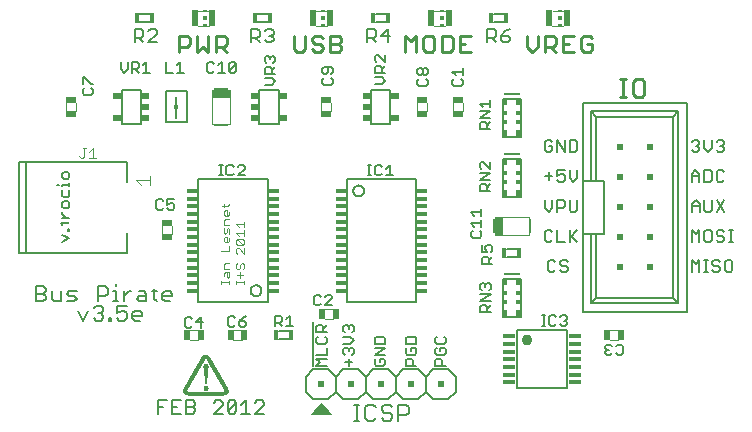
<source format=gto>
G75*
G70*
%OFA0B0*%
%FSLAX24Y24*%
%IPPOS*%
%LPD*%
%AMOC8*
5,1,8,0,0,1.08239X$1,22.5*
%
%ADD10C,0.0110*%
%ADD11C,0.0040*%
%ADD12C,0.0070*%
%ADD13C,0.0060*%
%ADD14C,0.0050*%
%ADD15C,0.0010*%
%ADD16R,0.0160X0.0340*%
%ADD17R,0.0118X0.0059*%
%ADD18R,0.0118X0.0118*%
%ADD19R,0.0236X0.0531*%
%ADD20R,0.0374X0.0197*%
%ADD21R,0.0374X0.0197*%
%ADD22R,0.0197X0.0374*%
%ADD23R,0.0197X0.0374*%
%ADD24R,0.0079X0.0472*%
%ADD25R,0.0256X0.0591*%
%ADD26R,0.0118X0.0157*%
%ADD27R,0.0472X0.0079*%
%ADD28R,0.0591X0.0256*%
%ADD29C,0.0080*%
%ADD30R,0.0423X0.0118*%
%ADD31C,0.0362*%
%ADD32R,0.0006X0.0006*%
%ADD33R,0.0006X0.0006*%
%ADD34R,0.0006X0.0006*%
%ADD35R,0.0006X0.0006*%
%ADD36R,0.0118X0.0236*%
%ADD37R,0.0118X0.0197*%
%ADD38R,0.0551X0.0039*%
%ADD39R,0.0551X0.0079*%
%ADD40R,0.0039X0.0079*%
%ADD41R,0.0200X0.0200*%
%ADD42R,0.0368X0.0128*%
%ADD43R,0.0256X0.0197*%
D10*
X024175Y015575D02*
X024372Y015575D01*
X024273Y015575D02*
X024273Y016165D01*
X024175Y016165D02*
X024372Y016165D01*
X024605Y016067D02*
X024605Y015673D01*
X024703Y015575D01*
X024900Y015575D01*
X024998Y015673D01*
X024998Y016067D01*
X024900Y016165D01*
X024703Y016165D01*
X024605Y016067D01*
X023260Y017164D02*
X023168Y017073D01*
X022985Y017073D01*
X022893Y017164D01*
X022893Y017531D01*
X022985Y017623D01*
X023168Y017623D01*
X023260Y017531D01*
X023260Y017348D02*
X023076Y017348D01*
X023260Y017348D02*
X023260Y017164D01*
X022652Y017073D02*
X022285Y017073D01*
X022285Y017623D01*
X022652Y017623D01*
X022469Y017348D02*
X022285Y017348D01*
X022045Y017348D02*
X021953Y017256D01*
X021678Y017256D01*
X021861Y017256D02*
X022045Y017073D01*
X021678Y017073D02*
X021678Y017623D01*
X021953Y017623D01*
X022045Y017531D01*
X022045Y017348D01*
X021437Y017256D02*
X021437Y017623D01*
X021070Y017623D02*
X021070Y017256D01*
X021253Y017073D01*
X021437Y017256D01*
X019211Y017073D02*
X018844Y017073D01*
X018844Y017623D01*
X019211Y017623D01*
X019027Y017348D02*
X018844Y017348D01*
X018603Y017531D02*
X018511Y017623D01*
X018236Y017623D01*
X018236Y017073D01*
X018511Y017073D01*
X018603Y017164D01*
X018603Y017531D01*
X017995Y017531D02*
X017995Y017164D01*
X017903Y017073D01*
X017720Y017073D01*
X017628Y017164D01*
X017628Y017531D01*
X017720Y017623D01*
X017903Y017623D01*
X017995Y017531D01*
X017387Y017623D02*
X017387Y017073D01*
X017021Y017073D02*
X017021Y017623D01*
X017204Y017440D01*
X017387Y017623D01*
X014898Y017531D02*
X014898Y017440D01*
X014806Y017348D01*
X014531Y017348D01*
X014290Y017256D02*
X014290Y017164D01*
X014198Y017073D01*
X014015Y017073D01*
X013923Y017164D01*
X014015Y017348D02*
X014198Y017348D01*
X014290Y017256D01*
X014290Y017531D02*
X014198Y017623D01*
X014015Y017623D01*
X013923Y017531D01*
X013923Y017440D01*
X014015Y017348D01*
X013682Y017164D02*
X013682Y017623D01*
X013315Y017623D02*
X013315Y017164D01*
X013407Y017073D01*
X013591Y017073D01*
X013682Y017164D01*
X014531Y017073D02*
X014531Y017623D01*
X014806Y017623D01*
X014898Y017531D01*
X014806Y017348D02*
X014898Y017256D01*
X014898Y017164D01*
X014806Y017073D01*
X014531Y017073D01*
X011070Y017073D02*
X010887Y017256D01*
X010979Y017256D02*
X010703Y017256D01*
X010703Y017073D02*
X010703Y017623D01*
X010979Y017623D01*
X011070Y017531D01*
X011070Y017348D01*
X010979Y017256D01*
X010463Y017073D02*
X010463Y017623D01*
X010096Y017623D02*
X010096Y017073D01*
X010279Y017256D01*
X010463Y017073D01*
X009855Y017348D02*
X009763Y017256D01*
X009488Y017256D01*
X009488Y017073D02*
X009488Y017623D01*
X009763Y017623D01*
X009855Y017531D01*
X009855Y017348D01*
D11*
X010113Y017953D02*
X010477Y017953D01*
X010477Y018445D02*
X010123Y018445D01*
X014060Y018445D02*
X014414Y018445D01*
X014414Y017953D02*
X014050Y017953D01*
X011190Y015812D02*
X010599Y015812D01*
X010599Y014670D01*
X011190Y014670D01*
X011190Y015812D01*
X014229Y015381D02*
X014229Y015101D01*
X014564Y015101D02*
X014564Y015381D01*
X017417Y015381D02*
X017417Y015101D01*
X017752Y015101D02*
X017752Y015381D01*
X018612Y015381D02*
X018612Y015101D01*
X018947Y015101D02*
X018947Y015381D01*
X018351Y017953D02*
X017987Y017953D01*
X017997Y018445D02*
X018351Y018445D01*
X021934Y018445D02*
X022288Y018445D01*
X022288Y017953D02*
X021924Y017953D01*
X011162Y012000D02*
X011115Y011953D01*
X010929Y011953D01*
X010975Y011906D02*
X010975Y012000D01*
X011022Y011798D02*
X011069Y011798D01*
X011069Y011612D01*
X011115Y011612D02*
X011022Y011612D01*
X010975Y011658D01*
X010975Y011752D01*
X011022Y011798D01*
X011162Y011752D02*
X011162Y011658D01*
X011115Y011612D01*
X011162Y011504D02*
X011022Y011504D01*
X010975Y011457D01*
X010975Y011317D01*
X011162Y011317D01*
X011115Y011209D02*
X011069Y011162D01*
X011069Y011069D01*
X011022Y011022D01*
X010975Y011069D01*
X010975Y011209D01*
X011115Y011209D02*
X011162Y011162D01*
X011162Y011022D01*
X011069Y010914D02*
X011069Y010728D01*
X011115Y010728D02*
X011022Y010728D01*
X010975Y010774D01*
X010975Y010868D01*
X011022Y010914D01*
X011069Y010914D01*
X011162Y010868D02*
X011162Y010774D01*
X011115Y010728D01*
X011162Y010620D02*
X011162Y010433D01*
X010882Y010433D01*
X011382Y010399D02*
X011382Y010493D01*
X011429Y010539D01*
X011475Y010539D01*
X011662Y010353D01*
X011662Y010539D01*
X011615Y010647D02*
X011429Y010834D01*
X011615Y010834D01*
X011662Y010787D01*
X011662Y010694D01*
X011615Y010647D01*
X011429Y010647D01*
X011382Y010694D01*
X011382Y010787D01*
X011429Y010834D01*
X011475Y010942D02*
X011382Y011035D01*
X011662Y011035D01*
X011662Y010942D02*
X011662Y011129D01*
X011662Y011237D02*
X011662Y011423D01*
X011662Y011330D02*
X011382Y011330D01*
X011475Y011237D01*
X011382Y010399D02*
X011429Y010353D01*
X011429Y010030D02*
X011382Y009984D01*
X011382Y009890D01*
X011429Y009844D01*
X011475Y009844D01*
X011522Y009890D01*
X011522Y009984D01*
X011569Y010030D01*
X011615Y010030D01*
X011662Y009984D01*
X011662Y009890D01*
X011615Y009844D01*
X011522Y009736D02*
X011522Y009549D01*
X011429Y009642D02*
X011615Y009642D01*
X011662Y009446D02*
X011662Y009353D01*
X011662Y009399D02*
X011382Y009399D01*
X011382Y009353D02*
X011382Y009446D01*
X011162Y009446D02*
X011162Y009353D01*
X011162Y009399D02*
X010882Y009399D01*
X010882Y009353D02*
X010882Y009446D01*
X010975Y009596D02*
X010975Y009689D01*
X011022Y009736D01*
X011162Y009736D01*
X011162Y009596D01*
X011115Y009549D01*
X011069Y009596D01*
X011069Y009736D01*
X011162Y009844D02*
X010975Y009844D01*
X010975Y009984D01*
X011022Y010030D01*
X011162Y010030D01*
X009252Y010992D02*
X009252Y011273D01*
X008917Y011273D02*
X008917Y010992D01*
X008516Y012640D02*
X008516Y012947D01*
X008516Y012794D02*
X008056Y012794D01*
X008209Y012640D01*
X006708Y013542D02*
X006494Y013542D01*
X006601Y013542D02*
X006601Y013862D01*
X006494Y013755D01*
X006376Y013862D02*
X006269Y013862D01*
X006323Y013862D02*
X006323Y013595D01*
X006269Y013542D01*
X006216Y013542D01*
X006163Y013595D01*
X006064Y015101D02*
X006064Y015381D01*
X005729Y015381D02*
X005729Y015101D01*
X014342Y008506D02*
X014622Y008506D01*
X014622Y008171D02*
X014342Y008171D01*
X011572Y007798D02*
X011292Y007798D01*
X011292Y007463D02*
X011572Y007463D01*
X010122Y007463D02*
X009842Y007463D01*
X009842Y007798D02*
X010122Y007798D01*
X020011Y010987D02*
X020011Y011578D01*
X021153Y011578D01*
X021153Y010987D01*
X020011Y010987D01*
X023842Y007803D02*
X024122Y007803D01*
X024122Y007468D02*
X023842Y007468D01*
D12*
X022378Y009751D02*
X022251Y009751D01*
X022188Y009814D01*
X022251Y009941D02*
X022378Y009941D01*
X022441Y009878D01*
X022441Y009814D01*
X022378Y009751D01*
X022251Y009941D02*
X022188Y010005D01*
X022188Y010068D01*
X022251Y010131D01*
X022378Y010131D01*
X022441Y010068D01*
X022027Y010068D02*
X021964Y010131D01*
X021837Y010131D01*
X021773Y010068D01*
X021773Y009814D01*
X021837Y009751D01*
X021964Y009751D01*
X022027Y009814D01*
X022088Y010751D02*
X022341Y010751D01*
X022502Y010751D02*
X022502Y011131D01*
X022565Y010941D02*
X022756Y010751D01*
X022502Y010878D02*
X022756Y011131D01*
X022088Y011131D02*
X022088Y010751D01*
X021927Y010814D02*
X021864Y010751D01*
X021737Y010751D01*
X021673Y010814D01*
X021673Y011068D01*
X021737Y011131D01*
X021864Y011131D01*
X021927Y011068D01*
X021800Y011751D02*
X021927Y011878D01*
X021927Y012131D01*
X022088Y012131D02*
X022278Y012131D01*
X022341Y012068D01*
X022341Y011941D01*
X022278Y011878D01*
X022088Y011878D01*
X022088Y011751D02*
X022088Y012131D01*
X022502Y012131D02*
X022502Y011814D01*
X022565Y011751D01*
X022692Y011751D01*
X022756Y011814D01*
X022756Y012131D01*
X021800Y011751D02*
X021673Y011878D01*
X021673Y012131D01*
X021800Y012814D02*
X021800Y013068D01*
X021673Y012941D02*
X021927Y012941D01*
X022088Y012941D02*
X022088Y013131D01*
X022341Y013131D01*
X022278Y013005D02*
X022341Y012941D01*
X022341Y012814D01*
X022278Y012751D01*
X022151Y012751D01*
X022088Y012814D01*
X022088Y012941D02*
X022214Y013005D01*
X022278Y013005D01*
X022502Y013131D02*
X022502Y012878D01*
X022629Y012751D01*
X022756Y012878D01*
X022756Y013131D01*
X022692Y013751D02*
X022756Y013814D01*
X022756Y014068D01*
X022692Y014131D01*
X022502Y014131D01*
X022502Y013751D01*
X022692Y013751D01*
X022341Y013751D02*
X022341Y014131D01*
X022088Y014131D02*
X022341Y013751D01*
X022088Y013751D02*
X022088Y014131D01*
X021927Y014068D02*
X021864Y014131D01*
X021737Y014131D01*
X021673Y014068D01*
X021673Y013814D01*
X021737Y013751D01*
X021864Y013751D01*
X021927Y013814D01*
X021927Y013941D01*
X021800Y013941D01*
X026573Y013814D02*
X026637Y013751D01*
X026764Y013751D01*
X026827Y013814D01*
X026827Y013878D01*
X026764Y013941D01*
X026700Y013941D01*
X026764Y013941D02*
X026827Y014005D01*
X026827Y014068D01*
X026764Y014131D01*
X026637Y014131D01*
X026573Y014068D01*
X026988Y014131D02*
X026988Y013878D01*
X027114Y013751D01*
X027241Y013878D01*
X027241Y014131D01*
X027402Y014068D02*
X027465Y014131D01*
X027592Y014131D01*
X027656Y014068D01*
X027656Y014005D01*
X027592Y013941D01*
X027656Y013878D01*
X027656Y013814D01*
X027592Y013751D01*
X027465Y013751D01*
X027402Y013814D01*
X027529Y013941D02*
X027592Y013941D01*
X027591Y013131D02*
X027464Y013131D01*
X027401Y013068D01*
X027401Y012814D01*
X027464Y012751D01*
X027591Y012751D01*
X027654Y012814D01*
X027240Y012814D02*
X027240Y013068D01*
X027176Y013131D01*
X026986Y013131D01*
X026986Y012751D01*
X027176Y012751D01*
X027240Y012814D01*
X026825Y012751D02*
X026825Y013005D01*
X026699Y013131D01*
X026572Y013005D01*
X026572Y012751D01*
X026572Y012941D02*
X026825Y012941D01*
X027591Y013131D02*
X027654Y013068D01*
X027664Y012131D02*
X027411Y011751D01*
X027250Y011814D02*
X027186Y011751D01*
X027060Y011751D01*
X026996Y011814D01*
X026996Y012131D01*
X026835Y012005D02*
X026835Y011751D01*
X026835Y011941D02*
X026582Y011941D01*
X026582Y012005D02*
X026582Y011751D01*
X026582Y012005D02*
X026709Y012131D01*
X026835Y012005D01*
X027250Y012131D02*
X027250Y011814D01*
X027411Y012131D02*
X027664Y011751D01*
X027592Y011131D02*
X027465Y011131D01*
X027402Y011068D01*
X027402Y011005D01*
X027465Y010941D01*
X027592Y010941D01*
X027656Y010878D01*
X027656Y010814D01*
X027592Y010751D01*
X027465Y010751D01*
X027402Y010814D01*
X027241Y010814D02*
X027241Y011068D01*
X027178Y011131D01*
X027051Y011131D01*
X026988Y011068D01*
X026988Y010814D01*
X027051Y010751D01*
X027178Y010751D01*
X027241Y010814D01*
X026827Y010751D02*
X026827Y011131D01*
X026700Y011005D01*
X026573Y011131D01*
X026573Y010751D01*
X026573Y010131D02*
X026700Y010005D01*
X026827Y010131D01*
X026827Y009751D01*
X026988Y009751D02*
X027114Y009751D01*
X027051Y009751D02*
X027051Y010131D01*
X026988Y010131D02*
X027114Y010131D01*
X027264Y010068D02*
X027264Y010005D01*
X027327Y009941D01*
X027454Y009941D01*
X027517Y009878D01*
X027517Y009814D01*
X027454Y009751D01*
X027327Y009751D01*
X027264Y009814D01*
X027678Y009814D02*
X027742Y009751D01*
X027868Y009751D01*
X027932Y009814D01*
X027932Y010068D01*
X027868Y010131D01*
X027742Y010131D01*
X027678Y010068D01*
X027678Y009814D01*
X027517Y010068D02*
X027454Y010131D01*
X027327Y010131D01*
X027264Y010068D01*
X026573Y010131D02*
X026573Y009751D01*
X027816Y010751D02*
X027943Y010751D01*
X027880Y010751D02*
X027880Y011131D01*
X027943Y011131D02*
X027816Y011131D01*
X027656Y011068D02*
X027592Y011131D01*
X017144Y005228D02*
X017144Y005051D01*
X017056Y004963D01*
X016791Y004963D01*
X016791Y004786D02*
X016791Y005316D01*
X017056Y005316D01*
X017144Y005228D01*
X016592Y005228D02*
X016503Y005316D01*
X016327Y005316D01*
X016238Y005228D01*
X016238Y005140D01*
X016327Y005051D01*
X016503Y005051D01*
X016592Y004963D01*
X016592Y004874D01*
X016503Y004786D01*
X016327Y004786D01*
X016238Y004874D01*
X016039Y004874D02*
X015951Y004786D01*
X015774Y004786D01*
X015686Y004874D01*
X015686Y005228D01*
X015774Y005316D01*
X015951Y005316D01*
X016039Y005228D01*
X015494Y005316D02*
X015317Y005316D01*
X015406Y005316D02*
X015406Y004786D01*
X015494Y004786D02*
X015317Y004786D01*
X009173Y008768D02*
X009010Y008768D01*
X008928Y008849D01*
X008928Y009013D01*
X009010Y009095D01*
X009173Y009095D01*
X009255Y009013D01*
X009255Y008931D01*
X008928Y008931D01*
X008748Y008768D02*
X008666Y008849D01*
X008666Y009176D01*
X008584Y009095D02*
X008748Y009095D01*
X008396Y009013D02*
X008396Y008768D01*
X008150Y008768D01*
X008069Y008849D01*
X008150Y008931D01*
X008396Y008931D01*
X008396Y009013D02*
X008314Y009095D01*
X008150Y009095D01*
X007884Y009095D02*
X007802Y009095D01*
X007639Y008931D01*
X007639Y008768D02*
X007639Y009095D01*
X007377Y009095D02*
X007377Y008768D01*
X007295Y008768D02*
X007459Y008768D01*
X007406Y008608D02*
X007406Y008363D01*
X007570Y008445D01*
X007651Y008445D01*
X007733Y008363D01*
X007733Y008199D01*
X007651Y008118D01*
X007488Y008118D01*
X007406Y008199D01*
X007230Y008199D02*
X007230Y008118D01*
X007148Y008118D01*
X007148Y008199D01*
X007230Y008199D01*
X006960Y008199D02*
X006878Y008118D01*
X006714Y008118D01*
X006633Y008199D01*
X006796Y008363D02*
X006878Y008363D01*
X006960Y008281D01*
X006960Y008199D01*
X006878Y008363D02*
X006960Y008445D01*
X006960Y008526D01*
X006878Y008608D01*
X006714Y008608D01*
X006633Y008526D01*
X006444Y008445D02*
X006281Y008118D01*
X006117Y008445D01*
X005994Y008768D02*
X005748Y008768D01*
X005830Y008931D02*
X005748Y009013D01*
X005830Y009095D01*
X006075Y009095D01*
X005994Y008931D02*
X005830Y008931D01*
X005994Y008931D02*
X006075Y008849D01*
X005994Y008768D01*
X005560Y008768D02*
X005560Y009095D01*
X005233Y009095D02*
X005233Y008849D01*
X005314Y008768D01*
X005560Y008768D01*
X005044Y008849D02*
X004962Y008768D01*
X004717Y008768D01*
X004717Y009258D01*
X004962Y009258D01*
X005044Y009176D01*
X005044Y009095D01*
X004962Y009013D01*
X004717Y009013D01*
X004962Y009013D02*
X005044Y008931D01*
X005044Y008849D01*
X006780Y008768D02*
X006780Y009258D01*
X007025Y009258D01*
X007107Y009176D01*
X007107Y009013D01*
X007025Y008931D01*
X006780Y008931D01*
X007295Y009095D02*
X007377Y009095D01*
X007377Y009258D02*
X007377Y009340D01*
X007406Y008608D02*
X007733Y008608D01*
X007922Y008363D02*
X008004Y008445D01*
X008167Y008445D01*
X008249Y008363D01*
X008249Y008281D01*
X007922Y008281D01*
X007922Y008199D02*
X007922Y008363D01*
X007922Y008199D02*
X008004Y008118D01*
X008167Y008118D01*
D13*
X008799Y005461D02*
X008799Y005021D01*
X008799Y005241D02*
X008946Y005241D01*
X008799Y005461D02*
X009093Y005461D01*
X009260Y005461D02*
X009260Y005021D01*
X009553Y005021D01*
X009720Y005021D02*
X009940Y005021D01*
X010014Y005094D01*
X010014Y005168D01*
X009940Y005241D01*
X009720Y005241D01*
X009720Y005021D02*
X009720Y005461D01*
X009940Y005461D01*
X010014Y005388D01*
X010014Y005315D01*
X009940Y005241D01*
X009553Y005461D02*
X009260Y005461D01*
X009260Y005241D02*
X009406Y005241D01*
X010641Y005388D02*
X010714Y005461D01*
X010861Y005461D01*
X010934Y005388D01*
X010934Y005315D01*
X010641Y005021D01*
X010934Y005021D01*
X011101Y005094D02*
X011395Y005388D01*
X011395Y005094D01*
X011321Y005021D01*
X011174Y005021D01*
X011101Y005094D01*
X011101Y005388D01*
X011174Y005461D01*
X011321Y005461D01*
X011395Y005388D01*
X011561Y005315D02*
X011708Y005461D01*
X011708Y005021D01*
X011561Y005021D02*
X011855Y005021D01*
X012022Y005021D02*
X012315Y005315D01*
X012315Y005388D01*
X012242Y005461D01*
X012095Y005461D01*
X012022Y005388D01*
X012022Y005021D02*
X012315Y005021D01*
X013705Y005744D02*
X013955Y005494D01*
X014455Y005494D01*
X014705Y005744D01*
X014955Y005494D01*
X015455Y005494D01*
X015705Y005744D01*
X015705Y006244D01*
X015455Y006494D01*
X014955Y006494D01*
X014705Y006244D01*
X014705Y005744D01*
X015705Y005744D02*
X015955Y005494D01*
X016455Y005494D01*
X016705Y005744D01*
X016955Y005494D01*
X017455Y005494D01*
X017705Y005744D01*
X017955Y005494D01*
X018455Y005494D01*
X018705Y005744D01*
X018705Y006244D01*
X018455Y006494D01*
X017955Y006494D01*
X017705Y006244D01*
X017705Y005744D01*
X016705Y005744D02*
X016705Y006244D01*
X016955Y006494D01*
X017455Y006494D01*
X017705Y006244D01*
X016705Y006244D02*
X016455Y006494D01*
X015955Y006494D01*
X015705Y006244D01*
X014705Y006244D02*
X014455Y006494D01*
X013955Y006494D01*
X013705Y006244D01*
X013705Y005744D01*
X013152Y007492D02*
X012812Y007492D01*
X012812Y007773D02*
X013152Y007773D01*
X012434Y008735D02*
X010131Y008735D01*
X010131Y012830D01*
X012434Y012830D01*
X012434Y008735D01*
X011869Y009119D02*
X011871Y009145D01*
X011877Y009171D01*
X011886Y009196D01*
X011899Y009219D01*
X011915Y009240D01*
X011934Y009258D01*
X011956Y009274D01*
X011979Y009286D01*
X012004Y009294D01*
X012030Y009299D01*
X012057Y009300D01*
X012083Y009297D01*
X012108Y009290D01*
X012133Y009280D01*
X012155Y009266D01*
X012176Y009249D01*
X012193Y009230D01*
X012208Y009208D01*
X012219Y009184D01*
X012227Y009158D01*
X012231Y009132D01*
X012231Y009106D01*
X012227Y009080D01*
X012219Y009054D01*
X012208Y009030D01*
X012193Y009008D01*
X012176Y008989D01*
X012155Y008972D01*
X012133Y008958D01*
X012108Y008948D01*
X012083Y008941D01*
X012057Y008938D01*
X012030Y008939D01*
X012004Y008944D01*
X011979Y008952D01*
X011956Y008964D01*
X011934Y008980D01*
X011915Y008998D01*
X011899Y009019D01*
X011886Y009042D01*
X011877Y009067D01*
X011871Y009093D01*
X011869Y009119D01*
X015081Y008735D02*
X015081Y012830D01*
X017384Y012830D01*
X017384Y008735D01*
X015081Y008735D01*
X020412Y010242D02*
X020752Y010242D01*
X020752Y010523D02*
X020412Y010523D01*
X022938Y011014D02*
X023662Y011014D01*
X023662Y012785D01*
X023390Y012785D01*
X022938Y012785D01*
X022938Y015376D01*
X026402Y015376D01*
X026402Y008423D01*
X022938Y008423D01*
X022938Y011014D01*
X022938Y012785D01*
X023209Y012785D02*
X023209Y015104D01*
X023390Y014923D01*
X023390Y012785D01*
X023390Y011014D02*
X023390Y008876D01*
X023209Y008695D01*
X023209Y011014D01*
X023390Y008876D02*
X025949Y008876D01*
X026131Y008695D01*
X023209Y008695D01*
X025949Y008876D02*
X025949Y014923D01*
X026131Y015104D01*
X023209Y015104D01*
X023390Y014923D02*
X025949Y014923D01*
X026131Y015104D02*
X026131Y008695D01*
X015283Y012446D02*
X015285Y012472D01*
X015291Y012498D01*
X015300Y012523D01*
X015313Y012546D01*
X015329Y012567D01*
X015348Y012585D01*
X015370Y012601D01*
X015393Y012613D01*
X015418Y012621D01*
X015444Y012626D01*
X015471Y012627D01*
X015497Y012624D01*
X015522Y012617D01*
X015547Y012607D01*
X015569Y012593D01*
X015590Y012576D01*
X015607Y012557D01*
X015622Y012535D01*
X015633Y012511D01*
X015641Y012485D01*
X015645Y012459D01*
X015645Y012433D01*
X015641Y012407D01*
X015633Y012381D01*
X015622Y012357D01*
X015607Y012335D01*
X015590Y012316D01*
X015569Y012299D01*
X015547Y012285D01*
X015522Y012275D01*
X015497Y012268D01*
X015471Y012265D01*
X015444Y012266D01*
X015418Y012271D01*
X015393Y012279D01*
X015370Y012291D01*
X015348Y012307D01*
X015329Y012325D01*
X015313Y012346D01*
X015300Y012369D01*
X015291Y012394D01*
X015285Y012420D01*
X015283Y012446D01*
X015886Y014681D02*
X015886Y014718D01*
X015886Y014681D02*
X015886Y015801D01*
X015886Y015764D01*
X015886Y015801D02*
X016524Y015801D01*
X016524Y015764D01*
X016524Y015801D02*
X016524Y014681D01*
X016524Y014718D01*
X016524Y014681D02*
X015886Y014681D01*
X015886Y015036D02*
X015886Y015073D01*
X016524Y015036D02*
X016524Y015447D01*
X015886Y015447D02*
X015886Y015410D01*
X012801Y015447D02*
X012801Y015036D01*
X012801Y014718D02*
X012801Y014681D01*
X012801Y015801D01*
X012801Y015764D01*
X012801Y015801D02*
X012163Y015801D01*
X012163Y015764D01*
X012163Y015801D02*
X012163Y014681D01*
X012163Y014718D01*
X012163Y014681D02*
X012801Y014681D01*
X012163Y015036D02*
X012163Y015073D01*
X012163Y015410D02*
X012163Y015447D01*
X012172Y017396D02*
X012025Y017543D01*
X012099Y017543D02*
X011879Y017543D01*
X011879Y017396D02*
X011879Y017836D01*
X012099Y017836D01*
X012172Y017763D01*
X012172Y017616D01*
X012099Y017543D01*
X012339Y017469D02*
X012412Y017396D01*
X012559Y017396D01*
X012633Y017469D01*
X012633Y017543D01*
X012559Y017616D01*
X012486Y017616D01*
X012559Y017616D02*
X012633Y017690D01*
X012633Y017763D01*
X012559Y017836D01*
X012412Y017836D01*
X012339Y017763D01*
X012438Y018059D02*
X012098Y018059D01*
X012098Y018339D02*
X012438Y018339D01*
X015754Y017836D02*
X015754Y017396D01*
X015754Y017543D02*
X015974Y017543D01*
X016047Y017616D01*
X016047Y017763D01*
X015974Y017836D01*
X015754Y017836D01*
X015900Y017543D02*
X016047Y017396D01*
X016214Y017616D02*
X016508Y017616D01*
X016434Y017396D02*
X016434Y017836D01*
X016214Y017616D01*
X016375Y018059D02*
X016035Y018059D01*
X016035Y018339D02*
X016375Y018339D01*
X019754Y017836D02*
X019754Y017396D01*
X019754Y017543D02*
X019974Y017543D01*
X020047Y017616D01*
X020047Y017763D01*
X019974Y017836D01*
X019754Y017836D01*
X019972Y018059D02*
X020312Y018059D01*
X020312Y018339D02*
X019972Y018339D01*
X020361Y017763D02*
X020214Y017616D01*
X020434Y017616D01*
X020508Y017543D01*
X020508Y017469D01*
X020434Y017396D01*
X020287Y017396D01*
X020214Y017469D01*
X020214Y017616D01*
X020361Y017763D02*
X020508Y017836D01*
X020047Y017396D02*
X019900Y017543D01*
X008758Y017396D02*
X008464Y017396D01*
X008758Y017690D01*
X008758Y017763D01*
X008684Y017836D01*
X008537Y017836D01*
X008464Y017763D01*
X008297Y017763D02*
X008297Y017616D01*
X008224Y017543D01*
X008004Y017543D01*
X008150Y017543D02*
X008297Y017396D01*
X008004Y017396D02*
X008004Y017836D01*
X008224Y017836D01*
X008297Y017763D01*
X008161Y018059D02*
X008501Y018059D01*
X008501Y018339D02*
X008161Y018339D01*
X008213Y015801D02*
X007575Y015801D01*
X007575Y015764D01*
X007575Y015801D02*
X007575Y014681D01*
X007575Y014718D01*
X007575Y014681D02*
X008213Y014681D01*
X008213Y014718D01*
X008213Y014681D02*
X008213Y015801D01*
X008213Y015764D01*
X008213Y015447D02*
X008213Y015410D01*
X008213Y015073D02*
X008213Y015036D01*
X007575Y015036D02*
X007575Y015447D01*
D14*
X006619Y015699D02*
X006619Y015816D01*
X006561Y015875D01*
X006561Y016009D02*
X006619Y016009D01*
X006561Y016009D02*
X006327Y016243D01*
X006269Y016243D01*
X006269Y016009D01*
X006327Y015875D02*
X006269Y015816D01*
X006269Y015699D01*
X006327Y015641D01*
X006561Y015641D01*
X006619Y015699D01*
X007544Y016508D02*
X007661Y016391D01*
X007778Y016508D01*
X007778Y016741D01*
X007913Y016741D02*
X008088Y016741D01*
X008146Y016683D01*
X008146Y016566D01*
X008088Y016508D01*
X007913Y016508D01*
X008029Y016508D02*
X008146Y016391D01*
X008281Y016391D02*
X008514Y016391D01*
X008398Y016391D02*
X008398Y016741D01*
X008281Y016625D01*
X007913Y016741D02*
X007913Y016391D01*
X007544Y016508D02*
X007544Y016741D01*
X009044Y016741D02*
X009044Y016391D01*
X009278Y016391D01*
X009413Y016391D02*
X009646Y016391D01*
X009529Y016391D02*
X009529Y016741D01*
X009413Y016625D01*
X010419Y016683D02*
X010419Y016449D01*
X010478Y016391D01*
X010594Y016391D01*
X010653Y016449D01*
X010788Y016391D02*
X011021Y016391D01*
X010904Y016391D02*
X010904Y016741D01*
X010788Y016625D01*
X010653Y016683D02*
X010594Y016741D01*
X010478Y016741D01*
X010419Y016683D01*
X011156Y016683D02*
X011156Y016449D01*
X011389Y016683D01*
X011389Y016449D01*
X011331Y016391D01*
X011214Y016391D01*
X011156Y016449D01*
X011156Y016683D02*
X011214Y016741D01*
X011331Y016741D01*
X011389Y016683D01*
X012338Y016772D02*
X012338Y016889D01*
X012396Y016947D01*
X012454Y016947D01*
X012513Y016889D01*
X012571Y016947D01*
X012629Y016947D01*
X012688Y016889D01*
X012688Y016772D01*
X012629Y016714D01*
X012688Y016579D02*
X012571Y016462D01*
X012571Y016521D02*
X012571Y016346D01*
X012688Y016346D02*
X012338Y016346D01*
X012338Y016521D01*
X012396Y016579D01*
X012513Y016579D01*
X012571Y016521D01*
X012396Y016714D02*
X012338Y016772D01*
X012513Y016831D02*
X012513Y016889D01*
X012571Y016211D02*
X012338Y016211D01*
X012571Y016211D02*
X012688Y016094D01*
X012571Y015977D01*
X012338Y015977D01*
X014260Y016026D02*
X014318Y015967D01*
X014552Y015967D01*
X014610Y016026D01*
X014610Y016142D01*
X014552Y016201D01*
X014552Y016336D02*
X014610Y016394D01*
X014610Y016511D01*
X014552Y016569D01*
X014318Y016569D01*
X014260Y016511D01*
X014260Y016394D01*
X014318Y016336D01*
X014377Y016336D01*
X014435Y016394D01*
X014435Y016569D01*
X014318Y016201D02*
X014260Y016142D01*
X014260Y016026D01*
X016001Y016007D02*
X016234Y016007D01*
X016351Y016124D01*
X016234Y016241D01*
X016001Y016241D01*
X016001Y016376D02*
X016001Y016551D01*
X016059Y016609D01*
X016176Y016609D01*
X016234Y016551D01*
X016234Y016376D01*
X016234Y016492D02*
X016351Y016609D01*
X016351Y016744D02*
X016118Y016977D01*
X016059Y016977D01*
X016001Y016919D01*
X016001Y016802D01*
X016059Y016744D01*
X016351Y016744D02*
X016351Y016977D01*
X016351Y016376D02*
X016001Y016376D01*
X017428Y016364D02*
X017428Y016481D01*
X017486Y016539D01*
X017544Y016539D01*
X017603Y016481D01*
X017603Y016364D01*
X017544Y016306D01*
X017486Y016306D01*
X017428Y016364D01*
X017603Y016364D02*
X017661Y016306D01*
X017719Y016306D01*
X017778Y016364D01*
X017778Y016481D01*
X017719Y016539D01*
X017661Y016539D01*
X017603Y016481D01*
X017719Y016171D02*
X017778Y016112D01*
X017778Y015996D01*
X017719Y015937D01*
X017486Y015937D01*
X017428Y015996D01*
X017428Y016112D01*
X017486Y016171D01*
X018598Y016112D02*
X018598Y015996D01*
X018656Y015937D01*
X018889Y015937D01*
X018948Y015996D01*
X018948Y016112D01*
X018889Y016171D01*
X018948Y016306D02*
X018948Y016539D01*
X018948Y016422D02*
X018598Y016422D01*
X018714Y016306D01*
X018656Y016171D02*
X018598Y016112D01*
X019852Y015464D02*
X019852Y015230D01*
X019852Y015347D02*
X019502Y015347D01*
X019618Y015230D01*
X019502Y015095D02*
X019852Y015095D01*
X019502Y014862D01*
X019852Y014862D01*
X019852Y014727D02*
X019735Y014610D01*
X019735Y014669D02*
X019735Y014494D01*
X019852Y014494D02*
X019502Y014494D01*
X019502Y014669D01*
X019560Y014727D01*
X019677Y014727D01*
X019735Y014669D01*
X019618Y013404D02*
X019560Y013404D01*
X019502Y013345D01*
X019502Y013229D01*
X019560Y013170D01*
X019502Y013035D02*
X019852Y013035D01*
X019502Y012802D01*
X019852Y012802D01*
X019852Y012667D02*
X019735Y012550D01*
X019735Y012609D02*
X019735Y012434D01*
X019852Y012434D02*
X019502Y012434D01*
X019502Y012609D01*
X019560Y012667D01*
X019677Y012667D01*
X019735Y012609D01*
X019852Y013170D02*
X019618Y013404D01*
X019852Y013404D02*
X019852Y013170D01*
X019562Y011854D02*
X019562Y011620D01*
X019562Y011737D02*
X019212Y011737D01*
X019328Y011620D01*
X019562Y011485D02*
X019562Y011252D01*
X019562Y011369D02*
X019212Y011369D01*
X019328Y011252D01*
X019270Y011117D02*
X019212Y011059D01*
X019212Y010942D01*
X019270Y010884D01*
X019504Y010884D01*
X019562Y010942D01*
X019562Y011059D01*
X019504Y011117D01*
X019582Y010625D02*
X019582Y010392D01*
X019757Y010392D01*
X019698Y010509D01*
X019698Y010567D01*
X019757Y010625D01*
X019874Y010625D01*
X019932Y010567D01*
X019932Y010450D01*
X019874Y010392D01*
X019932Y010257D02*
X019815Y010140D01*
X019815Y010199D02*
X019815Y010024D01*
X019932Y010024D02*
X019582Y010024D01*
X019582Y010199D01*
X019640Y010257D01*
X019757Y010257D01*
X019815Y010199D01*
X019814Y009364D02*
X019872Y009305D01*
X019872Y009189D01*
X019814Y009130D01*
X019872Y008995D02*
X019522Y008995D01*
X019580Y009130D02*
X019522Y009189D01*
X019522Y009305D01*
X019580Y009364D01*
X019638Y009364D01*
X019697Y009305D01*
X019755Y009364D01*
X019814Y009364D01*
X019697Y009305D02*
X019697Y009247D01*
X019872Y008995D02*
X019522Y008762D01*
X019872Y008762D01*
X019872Y008627D02*
X019755Y008510D01*
X019755Y008569D02*
X019755Y008394D01*
X019872Y008394D02*
X019522Y008394D01*
X019522Y008569D01*
X019580Y008627D01*
X019697Y008627D01*
X019755Y008569D01*
X021577Y008298D02*
X021694Y008298D01*
X021635Y008298D02*
X021635Y007948D01*
X021577Y007948D02*
X021694Y007948D01*
X021823Y008006D02*
X021881Y007948D01*
X021998Y007948D01*
X022056Y008006D01*
X022191Y008006D02*
X022249Y007948D01*
X022366Y007948D01*
X022424Y008006D01*
X022424Y008064D01*
X022366Y008123D01*
X022308Y008123D01*
X022366Y008123D02*
X022424Y008181D01*
X022424Y008239D01*
X022366Y008298D01*
X022249Y008298D01*
X022191Y008239D01*
X022056Y008239D02*
X021998Y008298D01*
X021881Y008298D01*
X021823Y008239D01*
X021823Y008006D01*
X023685Y007261D02*
X023743Y007320D01*
X023860Y007320D01*
X023918Y007261D01*
X024053Y007261D02*
X024111Y007320D01*
X024228Y007320D01*
X024287Y007261D01*
X024287Y007028D01*
X024228Y006969D01*
X024111Y006969D01*
X024053Y007028D01*
X023918Y007028D02*
X023860Y006969D01*
X023743Y006969D01*
X023685Y007028D01*
X023685Y007086D01*
X023743Y007144D01*
X023685Y007203D01*
X023685Y007261D01*
X023743Y007144D02*
X023802Y007144D01*
X018370Y007046D02*
X018370Y007163D01*
X018312Y007222D01*
X018195Y007222D01*
X018195Y007105D01*
X018078Y007222D02*
X018020Y007163D01*
X018020Y007046D01*
X018078Y006988D01*
X018312Y006988D01*
X018370Y007046D01*
X018195Y006853D02*
X018253Y006795D01*
X018253Y006620D01*
X018370Y006620D02*
X018020Y006620D01*
X018020Y006795D01*
X018078Y006853D01*
X018195Y006853D01*
X018078Y007356D02*
X018312Y007356D01*
X018370Y007415D01*
X018370Y007532D01*
X018312Y007590D01*
X018078Y007590D02*
X018020Y007532D01*
X018020Y007415D01*
X018078Y007356D01*
X017391Y007356D02*
X017391Y007532D01*
X017333Y007590D01*
X017099Y007590D01*
X017041Y007532D01*
X017041Y007356D01*
X017391Y007356D01*
X017333Y007222D02*
X017216Y007222D01*
X017216Y007105D01*
X017099Y007222D02*
X017041Y007163D01*
X017041Y007046D01*
X017099Y006988D01*
X017333Y006988D01*
X017391Y007046D01*
X017391Y007163D01*
X017333Y007222D01*
X017216Y006853D02*
X017275Y006795D01*
X017275Y006620D01*
X017391Y006620D02*
X017041Y006620D01*
X017041Y006795D01*
X017099Y006853D01*
X017216Y006853D01*
X016352Y006795D02*
X016294Y006853D01*
X016177Y006853D01*
X016177Y006737D01*
X016060Y006853D02*
X016002Y006795D01*
X016002Y006678D01*
X016060Y006620D01*
X016294Y006620D01*
X016352Y006678D01*
X016352Y006795D01*
X016352Y006988D02*
X016002Y006988D01*
X016352Y007222D01*
X016002Y007222D01*
X016002Y007356D02*
X016002Y007532D01*
X016060Y007590D01*
X016294Y007590D01*
X016352Y007532D01*
X016352Y007356D01*
X016002Y007356D01*
X015313Y007473D02*
X015196Y007590D01*
X014962Y007590D01*
X015021Y007725D02*
X014962Y007783D01*
X014962Y007900D01*
X015021Y007958D01*
X015079Y007958D01*
X015138Y007900D01*
X015196Y007958D01*
X015254Y007958D01*
X015313Y007900D01*
X015313Y007783D01*
X015254Y007725D01*
X015138Y007841D02*
X015138Y007900D01*
X015313Y007473D02*
X015196Y007356D01*
X014962Y007356D01*
X015021Y007222D02*
X015079Y007222D01*
X015138Y007163D01*
X015196Y007222D01*
X015254Y007222D01*
X015313Y007163D01*
X015313Y007046D01*
X015254Y006988D01*
X015138Y007105D02*
X015138Y007163D01*
X015021Y007222D02*
X014962Y007163D01*
X014962Y007046D01*
X015021Y006988D01*
X015138Y006853D02*
X015138Y006620D01*
X015254Y006737D02*
X015021Y006737D01*
X014413Y006853D02*
X014062Y006853D01*
X014179Y006737D01*
X014062Y006620D01*
X014413Y006620D01*
X013963Y006595D02*
X013963Y008068D01*
X014121Y007958D02*
X014238Y007958D01*
X014296Y007900D01*
X014296Y007725D01*
X014296Y007841D02*
X014413Y007958D01*
X014413Y007725D02*
X014062Y007725D01*
X014062Y007900D01*
X014121Y007958D01*
X014121Y007590D02*
X014062Y007532D01*
X014062Y007415D01*
X014121Y007356D01*
X014354Y007356D01*
X014413Y007415D01*
X014413Y007532D01*
X014354Y007590D01*
X014413Y007222D02*
X014413Y006988D01*
X014062Y006988D01*
X013288Y007940D02*
X013055Y007940D01*
X013172Y007940D02*
X013172Y008290D01*
X013055Y008173D01*
X012920Y008231D02*
X012920Y008115D01*
X012862Y008056D01*
X012687Y008056D01*
X012803Y008056D02*
X012920Y007940D01*
X012687Y007940D02*
X012687Y008290D01*
X012862Y008290D01*
X012920Y008231D01*
X013990Y008685D02*
X013990Y008919D01*
X014048Y008977D01*
X014165Y008977D01*
X014223Y008919D01*
X014358Y008919D02*
X014416Y008977D01*
X014533Y008977D01*
X014591Y008919D01*
X014591Y008860D01*
X014358Y008627D01*
X014591Y008627D01*
X014223Y008685D02*
X014165Y008627D01*
X014048Y008627D01*
X013990Y008685D01*
X011719Y008268D02*
X011602Y008209D01*
X011485Y008093D01*
X011661Y008093D01*
X011719Y008034D01*
X011719Y007976D01*
X011661Y007918D01*
X011544Y007918D01*
X011485Y007976D01*
X011485Y008093D01*
X011351Y008209D02*
X011292Y008268D01*
X011175Y008268D01*
X011117Y008209D01*
X011117Y007976D01*
X011175Y007918D01*
X011292Y007918D01*
X011351Y007976D01*
X010289Y008063D02*
X010055Y008063D01*
X010231Y008238D01*
X010231Y007888D01*
X009921Y007946D02*
X009862Y007888D01*
X009745Y007888D01*
X009687Y007946D01*
X009687Y008179D01*
X009745Y008238D01*
X009862Y008238D01*
X009921Y008179D01*
X007760Y010384D02*
X006835Y010384D01*
X005890Y010384D01*
X004670Y010384D01*
X004394Y010384D01*
X004138Y010384D01*
X004138Y013415D01*
X004394Y013415D01*
X004670Y013415D01*
X005890Y013415D01*
X006835Y013415D01*
X007760Y013415D01*
X007760Y013140D01*
X007760Y012746D01*
X008729Y012100D02*
X008729Y011867D01*
X008788Y011808D01*
X008904Y011808D01*
X008963Y011867D01*
X009098Y011867D02*
X009156Y011808D01*
X009273Y011808D01*
X009331Y011867D01*
X009331Y011983D01*
X009273Y012042D01*
X009214Y012042D01*
X009098Y011983D01*
X009098Y012159D01*
X009331Y012159D01*
X008963Y012100D02*
X008904Y012159D01*
X008788Y012159D01*
X008729Y012100D01*
X007760Y011053D02*
X007760Y010659D01*
X007760Y010384D01*
X005825Y010871D02*
X005592Y010987D01*
X005767Y011122D02*
X005767Y011181D01*
X005825Y011181D01*
X005825Y011122D01*
X005767Y011122D01*
X005592Y011306D02*
X005592Y011423D01*
X005533Y011365D02*
X005767Y011365D01*
X005825Y011423D01*
X005825Y011552D02*
X005592Y011552D01*
X005709Y011552D02*
X005592Y011669D01*
X005592Y011727D01*
X005650Y011859D02*
X005767Y011859D01*
X005825Y011917D01*
X005825Y012034D01*
X005767Y012092D01*
X005650Y012092D01*
X005592Y012034D01*
X005592Y011917D01*
X005650Y011859D01*
X005650Y012227D02*
X005767Y012227D01*
X005825Y012285D01*
X005825Y012461D01*
X005825Y012595D02*
X005825Y012712D01*
X005825Y012654D02*
X005592Y012654D01*
X005592Y012595D01*
X005475Y012654D02*
X005417Y012654D01*
X005592Y012461D02*
X005592Y012285D01*
X005650Y012227D01*
X005650Y012841D02*
X005767Y012841D01*
X005825Y012899D01*
X005825Y013016D01*
X005767Y013074D01*
X005650Y013074D01*
X005592Y013016D01*
X005592Y012899D01*
X005650Y012841D01*
X004394Y013415D02*
X004394Y010384D01*
X005592Y010754D02*
X005825Y010871D01*
X010821Y012958D02*
X010937Y012958D01*
X010879Y012958D02*
X010879Y013308D01*
X010821Y013308D02*
X010937Y013308D01*
X011066Y013249D02*
X011124Y013308D01*
X011241Y013308D01*
X011300Y013249D01*
X011434Y013249D02*
X011493Y013308D01*
X011609Y013308D01*
X011668Y013249D01*
X011668Y013191D01*
X011434Y012958D01*
X011668Y012958D01*
X011300Y013016D02*
X011241Y012958D01*
X011124Y012958D01*
X011066Y013016D01*
X011066Y013249D01*
X009761Y014739D02*
X009047Y014739D01*
X009047Y015763D01*
X009761Y015763D01*
X009761Y014739D01*
X009394Y014891D02*
X009394Y015591D01*
X015771Y013308D02*
X015887Y013308D01*
X015829Y013308D02*
X015829Y012958D01*
X015771Y012958D02*
X015887Y012958D01*
X016016Y013016D02*
X016074Y012958D01*
X016191Y012958D01*
X016250Y013016D01*
X016384Y012958D02*
X016618Y012958D01*
X016501Y012958D02*
X016501Y013308D01*
X016384Y013191D01*
X016250Y013249D02*
X016191Y013308D01*
X016074Y013308D01*
X016016Y013249D01*
X016016Y013016D01*
D15*
X014213Y005370D02*
X014534Y004992D01*
X013892Y004992D01*
X014534Y004992D01*
X014527Y005001D02*
X013899Y005001D01*
X013907Y005009D02*
X014520Y005009D01*
X014513Y005018D02*
X013914Y005018D01*
X013921Y005026D02*
X014505Y005026D01*
X014498Y005035D02*
X013929Y005035D01*
X013936Y005043D02*
X014491Y005043D01*
X014484Y005052D02*
X013943Y005052D01*
X013950Y005060D02*
X014476Y005060D01*
X014469Y005069D02*
X013957Y005069D01*
X013965Y005077D02*
X014462Y005077D01*
X014455Y005086D02*
X013972Y005086D01*
X013979Y005094D02*
X014447Y005094D01*
X014440Y005103D02*
X013986Y005103D01*
X013994Y005112D02*
X014433Y005112D01*
X014426Y005120D02*
X014001Y005120D01*
X014008Y005129D02*
X014418Y005129D01*
X014411Y005137D02*
X014015Y005137D01*
X014023Y005146D02*
X014404Y005146D01*
X014397Y005154D02*
X014030Y005154D01*
X014037Y005163D02*
X014389Y005163D01*
X014382Y005171D02*
X014044Y005171D01*
X014052Y005180D02*
X014375Y005180D01*
X014368Y005188D02*
X014059Y005188D01*
X014066Y005197D02*
X014360Y005197D01*
X014353Y005206D02*
X014073Y005206D01*
X014081Y005214D02*
X014346Y005214D01*
X014339Y005223D02*
X014088Y005223D01*
X014095Y005231D02*
X014331Y005231D01*
X014324Y005240D02*
X014102Y005240D01*
X014110Y005248D02*
X014317Y005248D01*
X014310Y005257D02*
X014117Y005257D01*
X014124Y005265D02*
X014302Y005265D01*
X014295Y005274D02*
X014131Y005274D01*
X014139Y005282D02*
X014288Y005282D01*
X014281Y005291D02*
X014146Y005291D01*
X014153Y005300D02*
X014273Y005300D01*
X014266Y005308D02*
X014160Y005308D01*
X014168Y005317D02*
X014259Y005317D01*
X014252Y005325D02*
X014175Y005325D01*
X014182Y005334D02*
X014244Y005334D01*
X014237Y005342D02*
X014189Y005342D01*
X014197Y005351D02*
X014230Y005351D01*
X014223Y005359D02*
X014204Y005359D01*
X014211Y005368D02*
X014215Y005368D01*
X014213Y005370D02*
X013892Y004992D01*
D16*
X013232Y007633D03*
X012732Y007633D03*
X020332Y010383D03*
X020832Y010383D03*
X020392Y018199D03*
X019892Y018199D03*
X016455Y018199D03*
X015955Y018199D03*
X012518Y018199D03*
X012018Y018199D03*
X008581Y018199D03*
X008081Y018199D03*
D17*
X010359Y018435D03*
X010359Y017963D03*
X014296Y017963D03*
X014296Y018435D03*
X018233Y018435D03*
X018233Y017963D03*
X022170Y017963D03*
X022170Y018435D03*
D18*
X022170Y018199D03*
X018233Y018199D03*
X014296Y018199D03*
X010359Y018199D03*
D19*
X010595Y018199D03*
X010005Y018199D03*
X013942Y018199D03*
X014532Y018199D03*
X017879Y018199D03*
X018469Y018199D03*
X021816Y018199D03*
X022406Y018199D03*
D20*
X018780Y015469D03*
X017584Y015013D03*
X014396Y015013D03*
X009084Y010904D03*
X005896Y015013D03*
D21*
X005896Y015473D03*
X009084Y011364D03*
X014396Y015473D03*
X017584Y015473D03*
X018780Y015010D03*
D22*
X014254Y008339D03*
X011204Y007631D03*
X009754Y007631D03*
X024211Y007635D03*
D23*
X023751Y007635D03*
X014714Y008339D03*
X011664Y007631D03*
X010214Y007631D03*
D24*
X019992Y011283D03*
X021173Y011283D03*
D25*
X020139Y011283D03*
D26*
X020366Y012725D03*
X020366Y013040D03*
X020799Y013040D03*
X020799Y012725D03*
X020799Y014725D03*
X020366Y014725D03*
X020366Y015040D03*
X020799Y015040D03*
X020799Y009040D03*
X020366Y009040D03*
X020366Y008725D03*
X020799Y008725D03*
X009394Y015241D03*
D27*
X010894Y014651D03*
X010894Y015832D03*
D28*
X010894Y015684D03*
D29*
X020287Y015513D02*
X020287Y014253D01*
X020877Y014253D01*
X020877Y015513D01*
X020287Y015513D01*
X020287Y013513D02*
X020877Y013513D01*
X020877Y012253D01*
X020287Y012253D01*
X020287Y013513D01*
X020287Y009513D02*
X020877Y009513D01*
X020877Y008253D01*
X020287Y008253D01*
X020287Y009513D01*
X020736Y007797D02*
X022429Y007797D01*
X022429Y005868D01*
X020736Y005868D01*
X020736Y007797D01*
D30*
X020495Y007600D03*
X020495Y007344D03*
X020495Y007089D03*
X020495Y006833D03*
X020495Y006577D03*
X020495Y006321D03*
X020495Y006065D03*
X022670Y006065D03*
X022670Y006321D03*
X022670Y006577D03*
X022670Y006833D03*
X022670Y007089D03*
X022670Y007344D03*
X022670Y007600D03*
D31*
X021070Y007472D03*
D32*
X011135Y005781D03*
X011123Y005781D03*
X011123Y005769D03*
X011123Y005763D03*
X011123Y005751D03*
X011123Y005739D03*
X011123Y005733D03*
X011123Y005721D03*
X011123Y005709D03*
X011123Y005703D03*
X011123Y005691D03*
X011105Y005691D03*
X011093Y005691D03*
X011093Y005679D03*
X011093Y005673D03*
X011093Y005661D03*
X011105Y005673D03*
X011105Y005679D03*
X011105Y005703D03*
X011105Y005709D03*
X011093Y005709D03*
X011093Y005703D03*
X011075Y005703D03*
X011075Y005709D03*
X011063Y005709D03*
X011063Y005703D03*
X011063Y005691D03*
X011063Y005679D03*
X011063Y005673D03*
X011063Y005661D03*
X011063Y005649D03*
X011063Y005643D03*
X011075Y005643D03*
X011075Y005649D03*
X011075Y005661D03*
X011075Y005673D03*
X011075Y005679D03*
X011075Y005691D03*
X011045Y005691D03*
X011033Y005691D03*
X011033Y005679D03*
X011033Y005673D03*
X011033Y005661D03*
X011033Y005649D03*
X011033Y005643D03*
X011033Y005631D03*
X011045Y005631D03*
X011045Y005643D03*
X011045Y005649D03*
X011045Y005661D03*
X011045Y005673D03*
X011045Y005679D03*
X011045Y005703D03*
X011045Y005709D03*
X011033Y005709D03*
X011033Y005703D03*
X011015Y005703D03*
X011015Y005709D03*
X011003Y005709D03*
X011003Y005703D03*
X011003Y005691D03*
X011003Y005679D03*
X011003Y005673D03*
X011003Y005661D03*
X011003Y005649D03*
X011003Y005643D03*
X011003Y005631D03*
X011015Y005631D03*
X011015Y005643D03*
X011015Y005649D03*
X011015Y005661D03*
X011015Y005673D03*
X011015Y005679D03*
X011015Y005691D03*
X010985Y005691D03*
X010973Y005691D03*
X010973Y005679D03*
X010973Y005673D03*
X010973Y005661D03*
X010973Y005649D03*
X010973Y005643D03*
X010973Y005631D03*
X010985Y005631D03*
X010985Y005643D03*
X010985Y005649D03*
X010985Y005661D03*
X010985Y005673D03*
X010985Y005679D03*
X010985Y005703D03*
X010985Y005709D03*
X010973Y005709D03*
X010973Y005703D03*
X010955Y005703D03*
X010955Y005709D03*
X010943Y005709D03*
X010943Y005703D03*
X010943Y005691D03*
X010943Y005679D03*
X010943Y005673D03*
X010943Y005661D03*
X010943Y005649D03*
X010943Y005643D03*
X010943Y005631D03*
X010943Y005619D03*
X010955Y005619D03*
X010955Y005631D03*
X010955Y005643D03*
X010955Y005649D03*
X010955Y005661D03*
X010955Y005673D03*
X010955Y005679D03*
X010955Y005691D03*
X010925Y005691D03*
X010913Y005691D03*
X010913Y005679D03*
X010913Y005673D03*
X010913Y005661D03*
X010913Y005649D03*
X010913Y005643D03*
X010913Y005631D03*
X010925Y005631D03*
X010925Y005643D03*
X010925Y005649D03*
X010925Y005661D03*
X010925Y005673D03*
X010925Y005679D03*
X010925Y005703D03*
X010925Y005709D03*
X010913Y005709D03*
X010913Y005703D03*
X010895Y005703D03*
X010895Y005709D03*
X010883Y005709D03*
X010883Y005703D03*
X010883Y005691D03*
X010883Y005679D03*
X010883Y005673D03*
X010883Y005661D03*
X010883Y005649D03*
X010883Y005643D03*
X010883Y005631D03*
X010883Y005619D03*
X010895Y005619D03*
X010895Y005631D03*
X010895Y005643D03*
X010895Y005649D03*
X010895Y005661D03*
X010895Y005673D03*
X010895Y005679D03*
X010895Y005691D03*
X010865Y005691D03*
X010853Y005691D03*
X010853Y005679D03*
X010853Y005673D03*
X010853Y005661D03*
X010853Y005649D03*
X010853Y005643D03*
X010853Y005631D03*
X010865Y005631D03*
X010865Y005643D03*
X010865Y005649D03*
X010865Y005661D03*
X010865Y005673D03*
X010865Y005679D03*
X010865Y005703D03*
X010865Y005709D03*
X010853Y005709D03*
X010853Y005703D03*
X010835Y005703D03*
X010835Y005709D03*
X010823Y005709D03*
X010823Y005703D03*
X010823Y005691D03*
X010823Y005679D03*
X010823Y005673D03*
X010823Y005661D03*
X010823Y005649D03*
X010823Y005643D03*
X010823Y005631D03*
X010823Y005619D03*
X010835Y005619D03*
X010835Y005631D03*
X010835Y005643D03*
X010835Y005649D03*
X010835Y005661D03*
X010835Y005673D03*
X010835Y005679D03*
X010835Y005691D03*
X010805Y005691D03*
X010793Y005691D03*
X010793Y005679D03*
X010793Y005673D03*
X010793Y005661D03*
X010793Y005649D03*
X010793Y005643D03*
X010793Y005631D03*
X010805Y005631D03*
X010805Y005643D03*
X010805Y005649D03*
X010805Y005661D03*
X010805Y005673D03*
X010805Y005679D03*
X010805Y005703D03*
X010805Y005709D03*
X010793Y005709D03*
X010793Y005703D03*
X010775Y005703D03*
X010775Y005709D03*
X010763Y005709D03*
X010763Y005703D03*
X010763Y005691D03*
X010763Y005679D03*
X010763Y005673D03*
X010763Y005661D03*
X010763Y005649D03*
X010763Y005643D03*
X010763Y005631D03*
X010763Y005619D03*
X010775Y005619D03*
X010775Y005631D03*
X010775Y005643D03*
X010775Y005649D03*
X010775Y005661D03*
X010775Y005673D03*
X010775Y005679D03*
X010775Y005691D03*
X010745Y005691D03*
X010733Y005691D03*
X010733Y005679D03*
X010733Y005673D03*
X010733Y005661D03*
X010733Y005649D03*
X010733Y005643D03*
X010733Y005631D03*
X010745Y005631D03*
X010745Y005643D03*
X010745Y005649D03*
X010745Y005661D03*
X010745Y005673D03*
X010745Y005679D03*
X010745Y005703D03*
X010745Y005709D03*
X010733Y005709D03*
X010733Y005703D03*
X010715Y005703D03*
X010715Y005709D03*
X010703Y005709D03*
X010703Y005703D03*
X010703Y005691D03*
X010703Y005679D03*
X010703Y005673D03*
X010703Y005661D03*
X010703Y005649D03*
X010703Y005643D03*
X010703Y005631D03*
X010703Y005619D03*
X010715Y005619D03*
X010715Y005631D03*
X010715Y005643D03*
X010715Y005649D03*
X010715Y005661D03*
X010715Y005673D03*
X010715Y005679D03*
X010715Y005691D03*
X010685Y005691D03*
X010673Y005691D03*
X010673Y005679D03*
X010673Y005673D03*
X010673Y005661D03*
X010673Y005649D03*
X010673Y005643D03*
X010673Y005631D03*
X010685Y005631D03*
X010685Y005643D03*
X010685Y005649D03*
X010685Y005661D03*
X010685Y005673D03*
X010685Y005679D03*
X010685Y005703D03*
X010685Y005709D03*
X010673Y005709D03*
X010673Y005703D03*
X010655Y005703D03*
X010655Y005709D03*
X010643Y005709D03*
X010643Y005703D03*
X010643Y005691D03*
X010643Y005679D03*
X010643Y005673D03*
X010643Y005661D03*
X010643Y005649D03*
X010643Y005643D03*
X010643Y005631D03*
X010643Y005619D03*
X010655Y005619D03*
X010655Y005631D03*
X010655Y005643D03*
X010655Y005649D03*
X010655Y005661D03*
X010655Y005673D03*
X010655Y005679D03*
X010655Y005691D03*
X010625Y005691D03*
X010613Y005691D03*
X010613Y005679D03*
X010613Y005673D03*
X010613Y005661D03*
X010613Y005649D03*
X010613Y005643D03*
X010613Y005631D03*
X010625Y005631D03*
X010625Y005643D03*
X010625Y005649D03*
X010625Y005661D03*
X010625Y005673D03*
X010625Y005679D03*
X010625Y005703D03*
X010625Y005709D03*
X010613Y005709D03*
X010613Y005703D03*
X010595Y005703D03*
X010595Y005709D03*
X010583Y005709D03*
X010583Y005703D03*
X010583Y005691D03*
X010583Y005679D03*
X010583Y005673D03*
X010583Y005661D03*
X010583Y005649D03*
X010583Y005643D03*
X010583Y005631D03*
X010583Y005619D03*
X010595Y005619D03*
X010595Y005631D03*
X010595Y005643D03*
X010595Y005649D03*
X010595Y005661D03*
X010595Y005673D03*
X010595Y005679D03*
X010595Y005691D03*
X010565Y005691D03*
X010553Y005691D03*
X010553Y005679D03*
X010553Y005673D03*
X010553Y005661D03*
X010553Y005649D03*
X010553Y005643D03*
X010553Y005631D03*
X010565Y005631D03*
X010565Y005643D03*
X010565Y005649D03*
X010565Y005661D03*
X010565Y005673D03*
X010565Y005679D03*
X010565Y005703D03*
X010565Y005709D03*
X010553Y005709D03*
X010553Y005703D03*
X010535Y005703D03*
X010535Y005709D03*
X010523Y005709D03*
X010523Y005703D03*
X010523Y005691D03*
X010523Y005679D03*
X010523Y005673D03*
X010523Y005661D03*
X010523Y005649D03*
X010523Y005643D03*
X010523Y005631D03*
X010523Y005619D03*
X010535Y005619D03*
X010535Y005631D03*
X010535Y005643D03*
X010535Y005649D03*
X010535Y005661D03*
X010535Y005673D03*
X010535Y005679D03*
X010535Y005691D03*
X010505Y005691D03*
X010493Y005691D03*
X010493Y005679D03*
X010493Y005673D03*
X010493Y005661D03*
X010493Y005649D03*
X010493Y005643D03*
X010493Y005631D03*
X010505Y005631D03*
X010505Y005643D03*
X010505Y005649D03*
X010505Y005661D03*
X010505Y005673D03*
X010505Y005679D03*
X010505Y005703D03*
X010505Y005709D03*
X010493Y005709D03*
X010493Y005703D03*
X010475Y005703D03*
X010475Y005709D03*
X010463Y005709D03*
X010463Y005703D03*
X010463Y005691D03*
X010463Y005679D03*
X010463Y005673D03*
X010463Y005661D03*
X010463Y005649D03*
X010463Y005643D03*
X010463Y005631D03*
X010463Y005619D03*
X010475Y005619D03*
X010475Y005631D03*
X010475Y005643D03*
X010475Y005649D03*
X010475Y005661D03*
X010475Y005673D03*
X010475Y005679D03*
X010475Y005691D03*
X010445Y005691D03*
X010433Y005691D03*
X010433Y005679D03*
X010433Y005673D03*
X010433Y005661D03*
X010433Y005649D03*
X010433Y005643D03*
X010433Y005631D03*
X010445Y005631D03*
X010445Y005643D03*
X010445Y005649D03*
X010445Y005661D03*
X010445Y005673D03*
X010445Y005679D03*
X010445Y005703D03*
X010445Y005709D03*
X010433Y005709D03*
X010433Y005703D03*
X010415Y005703D03*
X010415Y005709D03*
X010403Y005709D03*
X010403Y005703D03*
X010403Y005691D03*
X010403Y005679D03*
X010403Y005673D03*
X010403Y005661D03*
X010403Y005649D03*
X010403Y005643D03*
X010403Y005631D03*
X010403Y005619D03*
X010415Y005619D03*
X010415Y005631D03*
X010415Y005643D03*
X010415Y005649D03*
X010415Y005661D03*
X010415Y005673D03*
X010415Y005679D03*
X010415Y005691D03*
X010385Y005691D03*
X010373Y005691D03*
X010373Y005679D03*
X010373Y005673D03*
X010373Y005661D03*
X010373Y005649D03*
X010373Y005643D03*
X010373Y005631D03*
X010385Y005631D03*
X010385Y005643D03*
X010385Y005649D03*
X010385Y005661D03*
X010385Y005673D03*
X010385Y005679D03*
X010385Y005703D03*
X010385Y005709D03*
X010373Y005709D03*
X010373Y005703D03*
X010355Y005703D03*
X010355Y005709D03*
X010343Y005709D03*
X010343Y005703D03*
X010343Y005691D03*
X010343Y005679D03*
X010343Y005673D03*
X010343Y005661D03*
X010343Y005649D03*
X010343Y005643D03*
X010343Y005631D03*
X010343Y005619D03*
X010355Y005619D03*
X010355Y005631D03*
X010355Y005643D03*
X010355Y005649D03*
X010355Y005661D03*
X010355Y005673D03*
X010355Y005679D03*
X010355Y005691D03*
X010325Y005691D03*
X010313Y005691D03*
X010313Y005679D03*
X010313Y005673D03*
X010313Y005661D03*
X010313Y005649D03*
X010313Y005643D03*
X010313Y005631D03*
X010325Y005631D03*
X010325Y005643D03*
X010325Y005649D03*
X010325Y005661D03*
X010325Y005673D03*
X010325Y005679D03*
X010325Y005703D03*
X010325Y005709D03*
X010313Y005709D03*
X010313Y005703D03*
X010295Y005703D03*
X010295Y005709D03*
X010283Y005709D03*
X010283Y005703D03*
X010283Y005691D03*
X010283Y005679D03*
X010283Y005673D03*
X010283Y005661D03*
X010283Y005649D03*
X010283Y005643D03*
X010283Y005631D03*
X010283Y005619D03*
X010295Y005619D03*
X010295Y005631D03*
X010295Y005643D03*
X010295Y005649D03*
X010295Y005661D03*
X010295Y005673D03*
X010295Y005679D03*
X010295Y005691D03*
X010265Y005691D03*
X010253Y005691D03*
X010253Y005679D03*
X010253Y005673D03*
X010253Y005661D03*
X010253Y005649D03*
X010253Y005643D03*
X010253Y005631D03*
X010265Y005631D03*
X010265Y005643D03*
X010265Y005649D03*
X010265Y005661D03*
X010265Y005673D03*
X010265Y005679D03*
X010265Y005703D03*
X010265Y005709D03*
X010253Y005709D03*
X010253Y005703D03*
X010235Y005703D03*
X010235Y005709D03*
X010223Y005709D03*
X010223Y005703D03*
X010223Y005691D03*
X010223Y005679D03*
X010223Y005673D03*
X010223Y005661D03*
X010223Y005649D03*
X010223Y005643D03*
X010223Y005631D03*
X010223Y005619D03*
X010235Y005619D03*
X010235Y005631D03*
X010235Y005643D03*
X010235Y005649D03*
X010235Y005661D03*
X010235Y005673D03*
X010235Y005679D03*
X010235Y005691D03*
X010205Y005691D03*
X010193Y005691D03*
X010193Y005679D03*
X010193Y005673D03*
X010193Y005661D03*
X010193Y005649D03*
X010193Y005643D03*
X010193Y005631D03*
X010205Y005631D03*
X010205Y005643D03*
X010205Y005649D03*
X010205Y005661D03*
X010205Y005673D03*
X010205Y005679D03*
X010205Y005703D03*
X010205Y005709D03*
X010193Y005709D03*
X010193Y005703D03*
X010175Y005703D03*
X010175Y005709D03*
X010163Y005709D03*
X010163Y005703D03*
X010163Y005691D03*
X010163Y005679D03*
X010163Y005673D03*
X010163Y005661D03*
X010163Y005649D03*
X010163Y005643D03*
X010163Y005631D03*
X010163Y005619D03*
X010175Y005619D03*
X010175Y005631D03*
X010175Y005643D03*
X010175Y005649D03*
X010175Y005661D03*
X010175Y005673D03*
X010175Y005679D03*
X010175Y005691D03*
X010145Y005691D03*
X010133Y005691D03*
X010133Y005679D03*
X010133Y005673D03*
X010133Y005661D03*
X010133Y005649D03*
X010133Y005643D03*
X010133Y005631D03*
X010145Y005631D03*
X010145Y005643D03*
X010145Y005649D03*
X010145Y005661D03*
X010145Y005673D03*
X010145Y005679D03*
X010145Y005703D03*
X010145Y005709D03*
X010133Y005709D03*
X010133Y005703D03*
X010115Y005703D03*
X010115Y005709D03*
X010103Y005709D03*
X010103Y005703D03*
X010103Y005691D03*
X010103Y005679D03*
X010103Y005673D03*
X010103Y005661D03*
X010103Y005649D03*
X010103Y005643D03*
X010103Y005631D03*
X010103Y005619D03*
X010115Y005619D03*
X010115Y005631D03*
X010115Y005643D03*
X010115Y005649D03*
X010115Y005661D03*
X010115Y005673D03*
X010115Y005679D03*
X010115Y005691D03*
X010085Y005691D03*
X010073Y005691D03*
X010073Y005679D03*
X010073Y005673D03*
X010073Y005661D03*
X010073Y005649D03*
X010073Y005643D03*
X010073Y005631D03*
X010085Y005631D03*
X010085Y005643D03*
X010085Y005649D03*
X010085Y005661D03*
X010085Y005673D03*
X010085Y005679D03*
X010085Y005703D03*
X010085Y005709D03*
X010073Y005709D03*
X010073Y005703D03*
X010055Y005703D03*
X010055Y005709D03*
X010043Y005709D03*
X010043Y005703D03*
X010043Y005691D03*
X010043Y005679D03*
X010043Y005673D03*
X010043Y005661D03*
X010043Y005649D03*
X010043Y005643D03*
X010043Y005631D03*
X010043Y005619D03*
X010055Y005619D03*
X010055Y005631D03*
X010055Y005643D03*
X010055Y005649D03*
X010055Y005661D03*
X010055Y005673D03*
X010055Y005679D03*
X010055Y005691D03*
X010025Y005691D03*
X010013Y005691D03*
X010013Y005679D03*
X010013Y005673D03*
X010013Y005661D03*
X010013Y005649D03*
X010013Y005643D03*
X010013Y005631D03*
X010025Y005631D03*
X010025Y005643D03*
X010025Y005649D03*
X010025Y005661D03*
X010025Y005673D03*
X010025Y005679D03*
X010025Y005703D03*
X010025Y005709D03*
X010013Y005709D03*
X010013Y005703D03*
X009995Y005703D03*
X009995Y005709D03*
X009983Y005709D03*
X009983Y005703D03*
X009983Y005691D03*
X009983Y005679D03*
X009983Y005673D03*
X009983Y005661D03*
X009983Y005649D03*
X009983Y005643D03*
X009983Y005631D03*
X009983Y005619D03*
X009995Y005619D03*
X009995Y005631D03*
X009995Y005643D03*
X009995Y005649D03*
X009995Y005661D03*
X009995Y005673D03*
X009995Y005679D03*
X009995Y005691D03*
X009965Y005691D03*
X009953Y005691D03*
X009953Y005679D03*
X009953Y005673D03*
X009953Y005661D03*
X009953Y005649D03*
X009953Y005643D03*
X009953Y005631D03*
X009965Y005631D03*
X009965Y005643D03*
X009965Y005649D03*
X009965Y005661D03*
X009965Y005673D03*
X009965Y005679D03*
X009965Y005703D03*
X009965Y005709D03*
X009953Y005709D03*
X009953Y005703D03*
X009935Y005703D03*
X009935Y005709D03*
X009923Y005709D03*
X009923Y005703D03*
X009923Y005691D03*
X009923Y005679D03*
X009923Y005673D03*
X009923Y005661D03*
X009923Y005649D03*
X009923Y005643D03*
X009923Y005631D03*
X009923Y005619D03*
X009935Y005619D03*
X009935Y005631D03*
X009935Y005643D03*
X009935Y005649D03*
X009935Y005661D03*
X009935Y005673D03*
X009935Y005679D03*
X009935Y005691D03*
X009905Y005691D03*
X009893Y005691D03*
X009893Y005679D03*
X009893Y005673D03*
X009893Y005661D03*
X009893Y005649D03*
X009893Y005643D03*
X009893Y005631D03*
X009905Y005631D03*
X009905Y005643D03*
X009905Y005649D03*
X009905Y005661D03*
X009905Y005673D03*
X009905Y005679D03*
X009905Y005703D03*
X009905Y005709D03*
X009893Y005709D03*
X009893Y005703D03*
X009875Y005703D03*
X009875Y005709D03*
X009863Y005709D03*
X009863Y005703D03*
X009863Y005691D03*
X009863Y005679D03*
X009863Y005673D03*
X009863Y005661D03*
X009863Y005649D03*
X009863Y005643D03*
X009863Y005631D03*
X009863Y005619D03*
X009875Y005619D03*
X009875Y005631D03*
X009875Y005643D03*
X009875Y005649D03*
X009875Y005661D03*
X009875Y005673D03*
X009875Y005679D03*
X009875Y005691D03*
X009845Y005691D03*
X009833Y005691D03*
X009833Y005679D03*
X009833Y005673D03*
X009833Y005661D03*
X009833Y005649D03*
X009833Y005643D03*
X009833Y005631D03*
X009845Y005631D03*
X009845Y005643D03*
X009845Y005649D03*
X009845Y005661D03*
X009845Y005673D03*
X009845Y005679D03*
X009845Y005703D03*
X009845Y005709D03*
X009833Y005709D03*
X009833Y005703D03*
X009815Y005703D03*
X009815Y005709D03*
X009803Y005709D03*
X009803Y005703D03*
X009803Y005691D03*
X009803Y005679D03*
X009803Y005673D03*
X009803Y005661D03*
X009803Y005649D03*
X009803Y005643D03*
X009803Y005631D03*
X009803Y005619D03*
X009815Y005619D03*
X009815Y005631D03*
X009815Y005643D03*
X009815Y005649D03*
X009815Y005661D03*
X009815Y005673D03*
X009815Y005679D03*
X009815Y005691D03*
X009785Y005691D03*
X009773Y005691D03*
X009773Y005679D03*
X009773Y005673D03*
X009773Y005661D03*
X009773Y005649D03*
X009773Y005643D03*
X009773Y005631D03*
X009785Y005631D03*
X009785Y005643D03*
X009785Y005649D03*
X009785Y005661D03*
X009785Y005673D03*
X009785Y005679D03*
X009785Y005703D03*
X009785Y005709D03*
X009773Y005709D03*
X009773Y005703D03*
X009755Y005703D03*
X009755Y005709D03*
X009743Y005709D03*
X009743Y005703D03*
X009743Y005691D03*
X009743Y005679D03*
X009743Y005673D03*
X009743Y005661D03*
X009743Y005649D03*
X009743Y005643D03*
X009743Y005631D03*
X009755Y005631D03*
X009755Y005643D03*
X009755Y005649D03*
X009755Y005661D03*
X009755Y005673D03*
X009755Y005679D03*
X009755Y005691D03*
X009725Y005691D03*
X009713Y005691D03*
X009713Y005679D03*
X009713Y005673D03*
X009713Y005661D03*
X009713Y005649D03*
X009713Y005643D03*
X009725Y005643D03*
X009725Y005649D03*
X009725Y005661D03*
X009725Y005673D03*
X009725Y005679D03*
X009725Y005703D03*
X009725Y005709D03*
X009713Y005709D03*
X009713Y005703D03*
X009695Y005703D03*
X009695Y005709D03*
X009683Y005709D03*
X009683Y005703D03*
X009683Y005691D03*
X009683Y005679D03*
X009683Y005673D03*
X009695Y005673D03*
X009695Y005679D03*
X009695Y005691D03*
X009695Y005661D03*
X009665Y005703D03*
X009665Y005709D03*
X009665Y005721D03*
X009665Y005733D03*
X009665Y005739D03*
X009653Y005739D03*
X009653Y005733D03*
X009653Y005751D03*
X009653Y005763D03*
X009653Y005769D03*
X009653Y005781D03*
X009665Y005781D03*
X009665Y005769D03*
X009665Y005763D03*
X009665Y005751D03*
X009683Y005751D03*
X009683Y005739D03*
X009683Y005733D03*
X009683Y005721D03*
X009695Y005721D03*
X009695Y005733D03*
X009695Y005739D03*
X009695Y005751D03*
X009695Y005763D03*
X009695Y005769D03*
X009683Y005769D03*
X009683Y005763D03*
X009683Y005781D03*
X009683Y005793D03*
X009683Y005799D03*
X009683Y005811D03*
X009683Y005823D03*
X009683Y005829D03*
X009683Y005841D03*
X009683Y005853D03*
X009695Y005853D03*
X009695Y005859D03*
X009695Y005871D03*
X009713Y005871D03*
X009713Y005859D03*
X009713Y005853D03*
X009713Y005841D03*
X009713Y005829D03*
X009713Y005823D03*
X009713Y005811D03*
X009713Y005799D03*
X009713Y005793D03*
X009713Y005781D03*
X009713Y005769D03*
X009713Y005763D03*
X009713Y005751D03*
X009713Y005739D03*
X009713Y005733D03*
X009713Y005721D03*
X009725Y005721D03*
X009725Y005733D03*
X009725Y005739D03*
X009725Y005751D03*
X009725Y005763D03*
X009725Y005769D03*
X009725Y005781D03*
X009725Y005793D03*
X009725Y005799D03*
X009725Y005811D03*
X009725Y005823D03*
X009725Y005829D03*
X009725Y005841D03*
X009725Y005853D03*
X009725Y005859D03*
X009725Y005871D03*
X009725Y005883D03*
X009725Y005889D03*
X009713Y005889D03*
X009713Y005883D03*
X009713Y005901D03*
X009725Y005901D03*
X009725Y005913D03*
X009725Y005919D03*
X009743Y005919D03*
X009743Y005913D03*
X009743Y005901D03*
X009743Y005889D03*
X009743Y005883D03*
X009743Y005871D03*
X009743Y005859D03*
X009743Y005853D03*
X009743Y005841D03*
X009743Y005829D03*
X009743Y005823D03*
X009743Y005811D03*
X009743Y005799D03*
X009743Y005793D03*
X009743Y005781D03*
X009743Y005769D03*
X009743Y005763D03*
X009743Y005751D03*
X009743Y005739D03*
X009743Y005733D03*
X009743Y005721D03*
X009755Y005721D03*
X009755Y005733D03*
X009755Y005739D03*
X009755Y005763D03*
X009755Y005769D03*
X009755Y005781D03*
X009755Y005793D03*
X009755Y005799D03*
X009755Y005811D03*
X009755Y005823D03*
X009755Y005829D03*
X009755Y005841D03*
X009755Y005853D03*
X009755Y005859D03*
X009755Y005871D03*
X009755Y005883D03*
X009755Y005889D03*
X009755Y005901D03*
X009755Y005913D03*
X009755Y005919D03*
X009755Y005931D03*
X009743Y005931D03*
X009743Y005943D03*
X009743Y005949D03*
X009743Y005961D03*
X009755Y005961D03*
X009755Y005949D03*
X009755Y005943D03*
X009773Y005943D03*
X009773Y005949D03*
X009773Y005961D03*
X009773Y005973D03*
X009773Y005979D03*
X009773Y005991D03*
X009773Y006003D03*
X009773Y006009D03*
X009785Y006009D03*
X009785Y006003D03*
X009785Y005991D03*
X009785Y005979D03*
X009785Y005973D03*
X009785Y005961D03*
X009785Y005949D03*
X009785Y005943D03*
X009785Y005931D03*
X009773Y005931D03*
X009773Y005919D03*
X009773Y005913D03*
X009773Y005901D03*
X009773Y005889D03*
X009773Y005883D03*
X009773Y005871D03*
X009773Y005859D03*
X009773Y005853D03*
X009773Y005841D03*
X009773Y005829D03*
X009773Y005823D03*
X009773Y005811D03*
X009785Y005829D03*
X009785Y005841D03*
X009785Y005853D03*
X009785Y005859D03*
X009785Y005871D03*
X009785Y005883D03*
X009785Y005889D03*
X009785Y005901D03*
X009785Y005913D03*
X009785Y005919D03*
X009803Y005919D03*
X009803Y005913D03*
X009803Y005901D03*
X009803Y005889D03*
X009803Y005883D03*
X009803Y005871D03*
X009803Y005859D03*
X009815Y005883D03*
X009815Y005889D03*
X009815Y005901D03*
X009815Y005913D03*
X009815Y005919D03*
X009815Y005931D03*
X009803Y005931D03*
X009803Y005943D03*
X009803Y005949D03*
X009803Y005961D03*
X009803Y005973D03*
X009803Y005979D03*
X009803Y005991D03*
X009803Y006003D03*
X009803Y006009D03*
X009803Y006021D03*
X009803Y006033D03*
X009803Y006039D03*
X009803Y006051D03*
X009803Y006063D03*
X009815Y006063D03*
X009815Y006069D03*
X009815Y006081D03*
X009833Y006081D03*
X009833Y006069D03*
X009833Y006063D03*
X009833Y006051D03*
X009833Y006039D03*
X009833Y006033D03*
X009833Y006021D03*
X009833Y006009D03*
X009833Y006003D03*
X009833Y005991D03*
X009833Y005979D03*
X009833Y005973D03*
X009833Y005961D03*
X009833Y005949D03*
X009833Y005943D03*
X009833Y005931D03*
X009833Y005919D03*
X009833Y005913D03*
X009845Y005931D03*
X009845Y005943D03*
X009845Y005949D03*
X009845Y005961D03*
X009845Y005973D03*
X009845Y005979D03*
X009845Y005991D03*
X009845Y006003D03*
X009845Y006009D03*
X009845Y006021D03*
X009845Y006033D03*
X009845Y006039D03*
X009845Y006051D03*
X009845Y006063D03*
X009845Y006069D03*
X009845Y006081D03*
X009845Y006093D03*
X009845Y006099D03*
X009833Y006099D03*
X009833Y006093D03*
X009833Y006111D03*
X009845Y006111D03*
X009845Y006123D03*
X009845Y006129D03*
X009845Y006141D03*
X009863Y006141D03*
X009863Y006129D03*
X009863Y006123D03*
X009863Y006111D03*
X009863Y006099D03*
X009863Y006093D03*
X009863Y006081D03*
X009863Y006069D03*
X009863Y006063D03*
X009863Y006051D03*
X009863Y006039D03*
X009863Y006033D03*
X009863Y006021D03*
X009863Y006009D03*
X009863Y006003D03*
X009863Y005991D03*
X009863Y005979D03*
X009863Y005973D03*
X009875Y005991D03*
X009875Y006003D03*
X009875Y006009D03*
X009875Y006021D03*
X009875Y006033D03*
X009875Y006039D03*
X009875Y006051D03*
X009875Y006063D03*
X009875Y006069D03*
X009875Y006081D03*
X009875Y006093D03*
X009875Y006099D03*
X009875Y006111D03*
X009875Y006123D03*
X009875Y006129D03*
X009875Y006141D03*
X009875Y006153D03*
X009875Y006159D03*
X009863Y006159D03*
X009863Y006153D03*
X009863Y006171D03*
X009875Y006171D03*
X009875Y006183D03*
X009875Y006189D03*
X009893Y006189D03*
X009893Y006183D03*
X009893Y006171D03*
X009893Y006159D03*
X009893Y006153D03*
X009893Y006141D03*
X009893Y006129D03*
X009893Y006123D03*
X009893Y006111D03*
X009893Y006099D03*
X009893Y006093D03*
X009893Y006081D03*
X009893Y006069D03*
X009893Y006063D03*
X009893Y006051D03*
X009893Y006039D03*
X009893Y006033D03*
X009893Y006021D03*
X009905Y006039D03*
X009905Y006051D03*
X009905Y006063D03*
X009905Y006069D03*
X009905Y006081D03*
X009905Y006093D03*
X009905Y006099D03*
X009905Y006111D03*
X009905Y006123D03*
X009905Y006129D03*
X009905Y006141D03*
X009905Y006153D03*
X009905Y006159D03*
X009905Y006171D03*
X009905Y006183D03*
X009905Y006189D03*
X009905Y006201D03*
X009893Y006201D03*
X009893Y006213D03*
X009893Y006219D03*
X009905Y006219D03*
X009905Y006213D03*
X009905Y006231D03*
X009905Y006243D03*
X009923Y006243D03*
X009923Y006249D03*
X009923Y006261D03*
X009923Y006273D03*
X009935Y006273D03*
X009935Y006279D03*
X009935Y006291D03*
X009953Y006291D03*
X009953Y006279D03*
X009953Y006273D03*
X009953Y006261D03*
X009953Y006249D03*
X009953Y006243D03*
X009953Y006231D03*
X009953Y006219D03*
X009953Y006213D03*
X009953Y006201D03*
X009953Y006189D03*
X009953Y006183D03*
X009953Y006171D03*
X009953Y006159D03*
X009953Y006153D03*
X009953Y006141D03*
X009953Y006129D03*
X009953Y006123D03*
X009935Y006123D03*
X009935Y006129D03*
X009923Y006129D03*
X009923Y006123D03*
X009923Y006111D03*
X009923Y006099D03*
X009923Y006093D03*
X009923Y006081D03*
X009923Y006069D03*
X009935Y006093D03*
X009935Y006099D03*
X009935Y006111D03*
X009935Y006141D03*
X009923Y006141D03*
X009923Y006153D03*
X009923Y006159D03*
X009923Y006171D03*
X009923Y006183D03*
X009923Y006189D03*
X009923Y006201D03*
X009923Y006213D03*
X009923Y006219D03*
X009923Y006231D03*
X009935Y006231D03*
X009935Y006219D03*
X009935Y006213D03*
X009935Y006201D03*
X009935Y006189D03*
X009935Y006183D03*
X009935Y006171D03*
X009935Y006159D03*
X009935Y006153D03*
X009965Y006153D03*
X009965Y006159D03*
X009965Y006171D03*
X009965Y006183D03*
X009965Y006189D03*
X009965Y006201D03*
X009965Y006213D03*
X009965Y006219D03*
X009965Y006231D03*
X009965Y006243D03*
X009965Y006249D03*
X009965Y006261D03*
X009965Y006273D03*
X009965Y006279D03*
X009965Y006291D03*
X009965Y006303D03*
X009965Y006309D03*
X009953Y006309D03*
X009953Y006303D03*
X009953Y006321D03*
X009965Y006321D03*
X009965Y006333D03*
X009965Y006339D03*
X009983Y006339D03*
X009983Y006333D03*
X009983Y006321D03*
X009983Y006309D03*
X009983Y006303D03*
X009983Y006291D03*
X009983Y006279D03*
X009983Y006273D03*
X009983Y006261D03*
X009983Y006249D03*
X009983Y006243D03*
X009983Y006231D03*
X009983Y006219D03*
X009983Y006213D03*
X009983Y006201D03*
X009983Y006189D03*
X009983Y006183D03*
X009983Y006171D03*
X009995Y006189D03*
X009995Y006201D03*
X009995Y006213D03*
X009995Y006219D03*
X009995Y006231D03*
X009995Y006243D03*
X009995Y006249D03*
X009995Y006261D03*
X009995Y006273D03*
X009995Y006279D03*
X009995Y006291D03*
X009995Y006303D03*
X009995Y006309D03*
X009995Y006321D03*
X009995Y006333D03*
X009995Y006339D03*
X009995Y006351D03*
X009983Y006351D03*
X009983Y006363D03*
X009983Y006369D03*
X009995Y006369D03*
X009995Y006363D03*
X009995Y006381D03*
X009995Y006393D03*
X010013Y006393D03*
X010013Y006399D03*
X010013Y006411D03*
X010013Y006423D03*
X010013Y006429D03*
X010025Y006429D03*
X010025Y006423D03*
X010025Y006411D03*
X010025Y006399D03*
X010025Y006393D03*
X010025Y006381D03*
X010013Y006381D03*
X010013Y006369D03*
X010013Y006363D03*
X010013Y006351D03*
X010013Y006339D03*
X010013Y006333D03*
X010013Y006321D03*
X010013Y006309D03*
X010013Y006303D03*
X010013Y006291D03*
X010013Y006279D03*
X010013Y006273D03*
X010013Y006261D03*
X010013Y006249D03*
X010013Y006243D03*
X010013Y006231D03*
X010013Y006219D03*
X010025Y006243D03*
X010025Y006249D03*
X010025Y006261D03*
X010025Y006273D03*
X010025Y006279D03*
X010025Y006291D03*
X010025Y006303D03*
X010025Y006309D03*
X010025Y006321D03*
X010025Y006333D03*
X010025Y006339D03*
X010025Y006351D03*
X010025Y006363D03*
X010025Y006369D03*
X010043Y006369D03*
X010043Y006363D03*
X010043Y006351D03*
X010043Y006339D03*
X010043Y006333D03*
X010043Y006321D03*
X010043Y006309D03*
X010043Y006303D03*
X010043Y006291D03*
X010043Y006279D03*
X010043Y006273D03*
X010055Y006303D03*
X010055Y006309D03*
X010055Y006321D03*
X010055Y006333D03*
X010055Y006339D03*
X010055Y006351D03*
X010055Y006363D03*
X010055Y006369D03*
X010055Y006381D03*
X010043Y006381D03*
X010043Y006393D03*
X010043Y006399D03*
X010043Y006411D03*
X010043Y006423D03*
X010043Y006429D03*
X010043Y006441D03*
X010043Y006453D03*
X010043Y006459D03*
X010043Y006471D03*
X010055Y006471D03*
X010055Y006459D03*
X010055Y006453D03*
X010055Y006441D03*
X010055Y006429D03*
X010055Y006423D03*
X010055Y006411D03*
X010055Y006399D03*
X010055Y006393D03*
X010073Y006393D03*
X010073Y006399D03*
X010073Y006411D03*
X010073Y006423D03*
X010073Y006429D03*
X010073Y006441D03*
X010073Y006453D03*
X010073Y006459D03*
X010073Y006471D03*
X010073Y006483D03*
X010073Y006489D03*
X010073Y006501D03*
X010073Y006513D03*
X010073Y006519D03*
X010073Y006531D03*
X010085Y006531D03*
X010085Y006519D03*
X010085Y006513D03*
X010085Y006501D03*
X010085Y006489D03*
X010085Y006483D03*
X010085Y006471D03*
X010085Y006459D03*
X010085Y006453D03*
X010085Y006441D03*
X010085Y006429D03*
X010085Y006423D03*
X010085Y006411D03*
X010085Y006399D03*
X010085Y006393D03*
X010085Y006381D03*
X010073Y006381D03*
X010073Y006369D03*
X010073Y006363D03*
X010073Y006351D03*
X010073Y006339D03*
X010073Y006333D03*
X010085Y006351D03*
X010085Y006363D03*
X010085Y006369D03*
X010103Y006381D03*
X010103Y006393D03*
X010103Y006399D03*
X010103Y006411D03*
X010103Y006423D03*
X010103Y006429D03*
X010103Y006441D03*
X010103Y006453D03*
X010103Y006459D03*
X010103Y006471D03*
X010103Y006483D03*
X010103Y006489D03*
X010103Y006501D03*
X010103Y006513D03*
X010103Y006519D03*
X010103Y006531D03*
X010103Y006543D03*
X010103Y006549D03*
X010103Y006561D03*
X010103Y006573D03*
X010103Y006579D03*
X010115Y006579D03*
X010115Y006573D03*
X010115Y006561D03*
X010115Y006549D03*
X010115Y006543D03*
X010115Y006531D03*
X010115Y006519D03*
X010115Y006513D03*
X010115Y006501D03*
X010115Y006489D03*
X010115Y006483D03*
X010115Y006471D03*
X010115Y006459D03*
X010115Y006453D03*
X010115Y006441D03*
X010115Y006429D03*
X010115Y006423D03*
X010115Y006411D03*
X010115Y006399D03*
X010133Y006429D03*
X010133Y006441D03*
X010133Y006453D03*
X010133Y006459D03*
X010133Y006471D03*
X010133Y006483D03*
X010133Y006489D03*
X010133Y006501D03*
X010133Y006513D03*
X010133Y006519D03*
X010133Y006531D03*
X010133Y006543D03*
X010133Y006549D03*
X010133Y006561D03*
X010133Y006573D03*
X010133Y006579D03*
X010133Y006591D03*
X010133Y006603D03*
X010133Y006609D03*
X010133Y006621D03*
X010133Y006633D03*
X010133Y006639D03*
X010145Y006639D03*
X010145Y006633D03*
X010145Y006621D03*
X010145Y006609D03*
X010145Y006603D03*
X010145Y006591D03*
X010145Y006579D03*
X010145Y006573D03*
X010145Y006561D03*
X010145Y006549D03*
X010145Y006543D03*
X010145Y006531D03*
X010145Y006519D03*
X010145Y006513D03*
X010145Y006501D03*
X010145Y006489D03*
X010145Y006483D03*
X010145Y006471D03*
X010145Y006459D03*
X010145Y006453D03*
X010163Y006483D03*
X010163Y006489D03*
X010163Y006501D03*
X010163Y006513D03*
X010163Y006519D03*
X010163Y006531D03*
X010163Y006543D03*
X010163Y006549D03*
X010163Y006561D03*
X010163Y006573D03*
X010163Y006579D03*
X010163Y006591D03*
X010163Y006603D03*
X010163Y006609D03*
X010163Y006621D03*
X010163Y006633D03*
X010163Y006639D03*
X010163Y006651D03*
X010163Y006663D03*
X010163Y006669D03*
X010163Y006681D03*
X010175Y006681D03*
X010175Y006669D03*
X010175Y006663D03*
X010175Y006651D03*
X010175Y006639D03*
X010175Y006633D03*
X010175Y006621D03*
X010175Y006609D03*
X010175Y006603D03*
X010175Y006591D03*
X010175Y006579D03*
X010175Y006573D03*
X010175Y006561D03*
X010175Y006549D03*
X010175Y006543D03*
X010175Y006531D03*
X010175Y006519D03*
X010175Y006513D03*
X010193Y006543D03*
X010193Y006549D03*
X010193Y006561D03*
X010193Y006573D03*
X010193Y006579D03*
X010193Y006591D03*
X010193Y006603D03*
X010193Y006609D03*
X010193Y006621D03*
X010193Y006633D03*
X010193Y006639D03*
X010193Y006651D03*
X010193Y006663D03*
X010193Y006669D03*
X010193Y006681D03*
X010193Y006693D03*
X010193Y006699D03*
X010193Y006711D03*
X010193Y006723D03*
X010193Y006729D03*
X010193Y006741D03*
X010205Y006741D03*
X010205Y006729D03*
X010205Y006723D03*
X010205Y006711D03*
X010205Y006699D03*
X010205Y006693D03*
X010205Y006681D03*
X010205Y006669D03*
X010205Y006663D03*
X010205Y006651D03*
X010205Y006639D03*
X010205Y006633D03*
X010205Y006621D03*
X010205Y006609D03*
X010205Y006603D03*
X010205Y006591D03*
X010205Y006579D03*
X010205Y006573D03*
X010205Y006561D03*
X010223Y006591D03*
X010223Y006603D03*
X010223Y006609D03*
X010223Y006621D03*
X010223Y006633D03*
X010223Y006639D03*
X010223Y006651D03*
X010223Y006663D03*
X010223Y006669D03*
X010223Y006681D03*
X010223Y006693D03*
X010223Y006699D03*
X010223Y006711D03*
X010223Y006723D03*
X010223Y006729D03*
X010223Y006741D03*
X010223Y006753D03*
X010223Y006759D03*
X010223Y006771D03*
X010223Y006783D03*
X010223Y006789D03*
X010235Y006789D03*
X010235Y006783D03*
X010235Y006771D03*
X010235Y006759D03*
X010235Y006753D03*
X010235Y006741D03*
X010235Y006729D03*
X010235Y006723D03*
X010235Y006711D03*
X010235Y006699D03*
X010235Y006693D03*
X010235Y006681D03*
X010235Y006669D03*
X010235Y006663D03*
X010235Y006651D03*
X010235Y006639D03*
X010235Y006633D03*
X010235Y006621D03*
X010235Y006609D03*
X010253Y006639D03*
X010253Y006651D03*
X010253Y006663D03*
X010253Y006669D03*
X010253Y006681D03*
X010253Y006693D03*
X010253Y006699D03*
X010253Y006711D03*
X010253Y006723D03*
X010253Y006729D03*
X010253Y006741D03*
X010253Y006753D03*
X010253Y006759D03*
X010253Y006771D03*
X010253Y006783D03*
X010253Y006789D03*
X010253Y006801D03*
X010253Y006813D03*
X010253Y006819D03*
X010253Y006831D03*
X010253Y006843D03*
X010265Y006843D03*
X010265Y006849D03*
X010265Y006861D03*
X010283Y006861D03*
X010283Y006849D03*
X010283Y006843D03*
X010283Y006831D03*
X010283Y006819D03*
X010283Y006813D03*
X010283Y006801D03*
X010283Y006789D03*
X010283Y006783D03*
X010283Y006771D03*
X010283Y006759D03*
X010283Y006753D03*
X010283Y006741D03*
X010283Y006729D03*
X010283Y006723D03*
X010283Y006711D03*
X010283Y006699D03*
X010283Y006693D03*
X010265Y006693D03*
X010265Y006699D03*
X010265Y006711D03*
X010265Y006723D03*
X010265Y006729D03*
X010265Y006741D03*
X010265Y006753D03*
X010265Y006759D03*
X010265Y006771D03*
X010265Y006783D03*
X010265Y006789D03*
X010265Y006801D03*
X010265Y006813D03*
X010265Y006819D03*
X010265Y006831D03*
X010295Y006831D03*
X010295Y006819D03*
X010295Y006813D03*
X010295Y006801D03*
X010295Y006789D03*
X010295Y006783D03*
X010295Y006771D03*
X010295Y006759D03*
X010295Y006753D03*
X010295Y006741D03*
X010295Y006729D03*
X010295Y006723D03*
X010295Y006711D03*
X010313Y006741D03*
X010313Y006753D03*
X010313Y006759D03*
X010313Y006771D03*
X010313Y006783D03*
X010313Y006789D03*
X010313Y006801D03*
X010313Y006813D03*
X010313Y006819D03*
X010313Y006831D03*
X010313Y006843D03*
X010313Y006849D03*
X010313Y006861D03*
X010313Y006873D03*
X010313Y006879D03*
X010313Y006891D03*
X010313Y006903D03*
X010313Y006909D03*
X010325Y006909D03*
X010325Y006903D03*
X010325Y006891D03*
X010325Y006879D03*
X010325Y006873D03*
X010325Y006861D03*
X010325Y006849D03*
X010325Y006843D03*
X010325Y006831D03*
X010325Y006819D03*
X010325Y006813D03*
X010325Y006801D03*
X010325Y006789D03*
X010325Y006783D03*
X010325Y006771D03*
X010343Y006801D03*
X010343Y006813D03*
X010343Y006819D03*
X010343Y006831D03*
X010343Y006843D03*
X010343Y006849D03*
X010343Y006861D03*
X010343Y006873D03*
X010343Y006879D03*
X010343Y006891D03*
X010343Y006903D03*
X010343Y006909D03*
X010343Y006921D03*
X010343Y006933D03*
X010355Y006933D03*
X010355Y006939D03*
X010355Y006921D03*
X010355Y006909D03*
X010355Y006903D03*
X010355Y006891D03*
X010355Y006879D03*
X010355Y006873D03*
X010355Y006861D03*
X010355Y006849D03*
X010355Y006843D03*
X010355Y006831D03*
X010355Y006819D03*
X010355Y006813D03*
X010373Y006843D03*
X010373Y006849D03*
X010373Y006861D03*
X010373Y006873D03*
X010373Y006879D03*
X010373Y006891D03*
X010373Y006903D03*
X010373Y006909D03*
X010373Y006921D03*
X010373Y006933D03*
X010373Y006939D03*
X010385Y006939D03*
X010385Y006933D03*
X010385Y006921D03*
X010385Y006909D03*
X010385Y006903D03*
X010385Y006891D03*
X010385Y006879D03*
X010385Y006873D03*
X010385Y006861D03*
X010385Y006849D03*
X010385Y006843D03*
X010403Y006843D03*
X010403Y006849D03*
X010403Y006861D03*
X010403Y006873D03*
X010403Y006879D03*
X010403Y006891D03*
X010403Y006903D03*
X010403Y006909D03*
X010403Y006921D03*
X010403Y006933D03*
X010403Y006939D03*
X010415Y006939D03*
X010415Y006933D03*
X010415Y006921D03*
X010415Y006909D03*
X010415Y006903D03*
X010415Y006891D03*
X010415Y006879D03*
X010415Y006873D03*
X010415Y006861D03*
X010415Y006849D03*
X010415Y006843D03*
X010433Y006843D03*
X010433Y006849D03*
X010433Y006861D03*
X010433Y006873D03*
X010433Y006879D03*
X010433Y006891D03*
X010433Y006903D03*
X010433Y006909D03*
X010433Y006921D03*
X010433Y006933D03*
X010433Y006939D03*
X010445Y006933D03*
X010445Y006921D03*
X010445Y006909D03*
X010445Y006903D03*
X010445Y006891D03*
X010445Y006879D03*
X010445Y006873D03*
X010445Y006861D03*
X010445Y006849D03*
X010445Y006843D03*
X010445Y006831D03*
X010433Y006831D03*
X010433Y006819D03*
X010445Y006819D03*
X010445Y006813D03*
X010445Y006801D03*
X010463Y006801D03*
X010463Y006789D03*
X010463Y006783D03*
X010463Y006771D03*
X010475Y006771D03*
X010475Y006759D03*
X010475Y006753D03*
X010493Y006753D03*
X010493Y006759D03*
X010493Y006771D03*
X010493Y006783D03*
X010493Y006789D03*
X010493Y006801D03*
X010493Y006813D03*
X010493Y006819D03*
X010493Y006831D03*
X010493Y006843D03*
X010493Y006849D03*
X010493Y006861D03*
X010493Y006873D03*
X010493Y006879D03*
X010493Y006891D03*
X010493Y006903D03*
X010505Y006891D03*
X010505Y006879D03*
X010505Y006873D03*
X010505Y006861D03*
X010505Y006849D03*
X010505Y006843D03*
X010505Y006831D03*
X010505Y006819D03*
X010505Y006813D03*
X010505Y006801D03*
X010505Y006789D03*
X010505Y006783D03*
X010505Y006771D03*
X010505Y006759D03*
X010505Y006753D03*
X010505Y006741D03*
X010493Y006741D03*
X010493Y006729D03*
X010493Y006723D03*
X010493Y006711D03*
X010505Y006711D03*
X010505Y006699D03*
X010505Y006693D03*
X010523Y006693D03*
X010523Y006699D03*
X010523Y006711D03*
X010523Y006723D03*
X010523Y006729D03*
X010523Y006741D03*
X010523Y006753D03*
X010523Y006759D03*
X010523Y006771D03*
X010523Y006783D03*
X010523Y006789D03*
X010523Y006801D03*
X010523Y006813D03*
X010523Y006819D03*
X010523Y006831D03*
X010523Y006843D03*
X010523Y006849D03*
X010523Y006861D03*
X010535Y006843D03*
X010535Y006831D03*
X010535Y006819D03*
X010535Y006813D03*
X010535Y006801D03*
X010535Y006789D03*
X010535Y006783D03*
X010535Y006771D03*
X010535Y006759D03*
X010535Y006753D03*
X010535Y006741D03*
X010535Y006729D03*
X010535Y006723D03*
X010535Y006711D03*
X010535Y006699D03*
X010535Y006693D03*
X010535Y006681D03*
X010523Y006681D03*
X010523Y006669D03*
X010523Y006663D03*
X010535Y006663D03*
X010535Y006669D03*
X010535Y006651D03*
X010535Y006639D03*
X010553Y006639D03*
X010553Y006633D03*
X010553Y006621D03*
X010553Y006609D03*
X010565Y006609D03*
X010565Y006603D03*
X010565Y006591D03*
X010583Y006591D03*
X010583Y006579D03*
X010583Y006573D03*
X010583Y006561D03*
X010595Y006561D03*
X010595Y006549D03*
X010595Y006543D03*
X010613Y006543D03*
X010613Y006549D03*
X010613Y006561D03*
X010613Y006573D03*
X010613Y006579D03*
X010613Y006591D03*
X010613Y006603D03*
X010613Y006609D03*
X010613Y006621D03*
X010613Y006633D03*
X010613Y006639D03*
X010613Y006651D03*
X010613Y006663D03*
X010613Y006669D03*
X010613Y006681D03*
X010613Y006693D03*
X010613Y006699D03*
X010613Y006711D03*
X010595Y006711D03*
X010583Y006711D03*
X010583Y006699D03*
X010583Y006693D03*
X010583Y006681D03*
X010583Y006669D03*
X010583Y006663D03*
X010583Y006651D03*
X010583Y006639D03*
X010583Y006633D03*
X010583Y006621D03*
X010583Y006609D03*
X010583Y006603D03*
X010595Y006603D03*
X010595Y006609D03*
X010595Y006621D03*
X010595Y006633D03*
X010595Y006639D03*
X010595Y006651D03*
X010595Y006663D03*
X010595Y006669D03*
X010595Y006681D03*
X010595Y006693D03*
X010595Y006699D03*
X010595Y006723D03*
X010595Y006729D03*
X010583Y006729D03*
X010583Y006723D03*
X010565Y006723D03*
X010565Y006729D03*
X010553Y006729D03*
X010553Y006723D03*
X010553Y006711D03*
X010553Y006699D03*
X010553Y006693D03*
X010553Y006681D03*
X010553Y006669D03*
X010553Y006663D03*
X010553Y006651D03*
X010565Y006651D03*
X010565Y006639D03*
X010565Y006633D03*
X010565Y006621D03*
X010565Y006663D03*
X010565Y006669D03*
X010565Y006681D03*
X010565Y006693D03*
X010565Y006699D03*
X010565Y006711D03*
X010565Y006741D03*
X010553Y006741D03*
X010553Y006753D03*
X010553Y006759D03*
X010553Y006771D03*
X010553Y006783D03*
X010553Y006789D03*
X010553Y006801D03*
X010553Y006813D03*
X010553Y006819D03*
X010565Y006789D03*
X010565Y006783D03*
X010565Y006771D03*
X010565Y006759D03*
X010565Y006753D03*
X010583Y006753D03*
X010583Y006759D03*
X010583Y006741D03*
X010595Y006741D03*
X010625Y006693D03*
X010625Y006681D03*
X010625Y006669D03*
X010625Y006663D03*
X010625Y006651D03*
X010625Y006639D03*
X010625Y006633D03*
X010625Y006621D03*
X010625Y006609D03*
X010625Y006603D03*
X010625Y006591D03*
X010625Y006579D03*
X010625Y006573D03*
X010625Y006561D03*
X010625Y006549D03*
X010625Y006543D03*
X010625Y006531D03*
X010613Y006531D03*
X010613Y006519D03*
X010613Y006513D03*
X010625Y006513D03*
X010625Y006519D03*
X010625Y006501D03*
X010625Y006489D03*
X010643Y006489D03*
X010643Y006483D03*
X010643Y006471D03*
X010643Y006459D03*
X010643Y006453D03*
X010655Y006453D03*
X010655Y006459D03*
X010655Y006471D03*
X010655Y006483D03*
X010655Y006489D03*
X010655Y006501D03*
X010643Y006501D03*
X010643Y006513D03*
X010643Y006519D03*
X010643Y006531D03*
X010643Y006543D03*
X010643Y006549D03*
X010643Y006561D03*
X010643Y006573D03*
X010643Y006579D03*
X010643Y006591D03*
X010643Y006603D03*
X010643Y006609D03*
X010643Y006621D03*
X010643Y006633D03*
X010643Y006639D03*
X010643Y006651D03*
X010643Y006663D03*
X010655Y006639D03*
X010655Y006633D03*
X010655Y006621D03*
X010655Y006609D03*
X010655Y006603D03*
X010655Y006591D03*
X010655Y006579D03*
X010655Y006573D03*
X010655Y006561D03*
X010655Y006549D03*
X010655Y006543D03*
X010655Y006531D03*
X010655Y006519D03*
X010655Y006513D03*
X010673Y006513D03*
X010673Y006519D03*
X010673Y006531D03*
X010673Y006543D03*
X010673Y006549D03*
X010673Y006561D03*
X010673Y006573D03*
X010673Y006579D03*
X010673Y006591D03*
X010673Y006603D03*
X010673Y006609D03*
X010685Y006579D03*
X010685Y006573D03*
X010685Y006561D03*
X010685Y006549D03*
X010685Y006543D03*
X010685Y006531D03*
X010685Y006519D03*
X010685Y006513D03*
X010685Y006501D03*
X010673Y006501D03*
X010673Y006489D03*
X010673Y006483D03*
X010673Y006471D03*
X010673Y006459D03*
X010673Y006453D03*
X010673Y006441D03*
X010673Y006429D03*
X010673Y006423D03*
X010673Y006411D03*
X010685Y006411D03*
X010685Y006399D03*
X010685Y006393D03*
X010685Y006381D03*
X010703Y006381D03*
X010703Y006369D03*
X010703Y006363D03*
X010703Y006351D03*
X010715Y006351D03*
X010715Y006339D03*
X010715Y006333D03*
X010733Y006333D03*
X010733Y006339D03*
X010733Y006351D03*
X010733Y006363D03*
X010733Y006369D03*
X010733Y006381D03*
X010733Y006393D03*
X010733Y006399D03*
X010733Y006411D03*
X010733Y006423D03*
X010733Y006429D03*
X010733Y006441D03*
X010733Y006453D03*
X010733Y006459D03*
X010733Y006471D03*
X010733Y006483D03*
X010733Y006489D03*
X010733Y006501D03*
X010715Y006501D03*
X010703Y006501D03*
X010703Y006489D03*
X010703Y006483D03*
X010703Y006471D03*
X010703Y006459D03*
X010703Y006453D03*
X010703Y006441D03*
X010703Y006429D03*
X010703Y006423D03*
X010703Y006411D03*
X010703Y006399D03*
X010703Y006393D03*
X010715Y006393D03*
X010715Y006399D03*
X010715Y006411D03*
X010715Y006423D03*
X010715Y006429D03*
X010715Y006441D03*
X010715Y006453D03*
X010715Y006459D03*
X010715Y006471D03*
X010715Y006483D03*
X010715Y006489D03*
X010715Y006513D03*
X010715Y006519D03*
X010703Y006519D03*
X010703Y006513D03*
X010703Y006531D03*
X010703Y006543D03*
X010703Y006549D03*
X010715Y006531D03*
X010685Y006489D03*
X010685Y006483D03*
X010685Y006471D03*
X010685Y006459D03*
X010685Y006453D03*
X010685Y006441D03*
X010685Y006429D03*
X010685Y006423D03*
X010655Y006441D03*
X010715Y006381D03*
X010715Y006369D03*
X010715Y006363D03*
X010745Y006363D03*
X010745Y006369D03*
X010745Y006381D03*
X010745Y006393D03*
X010745Y006399D03*
X010745Y006411D03*
X010745Y006423D03*
X010745Y006429D03*
X010745Y006441D03*
X010745Y006453D03*
X010745Y006459D03*
X010745Y006471D03*
X010745Y006483D03*
X010763Y006453D03*
X010763Y006441D03*
X010763Y006429D03*
X010763Y006423D03*
X010763Y006411D03*
X010763Y006399D03*
X010763Y006393D03*
X010763Y006381D03*
X010763Y006369D03*
X010763Y006363D03*
X010763Y006351D03*
X010763Y006339D03*
X010763Y006333D03*
X010763Y006321D03*
X010763Y006309D03*
X010763Y006303D03*
X010763Y006291D03*
X010763Y006279D03*
X010763Y006273D03*
X010763Y006261D03*
X010763Y006249D03*
X010763Y006243D03*
X010775Y006243D03*
X010775Y006249D03*
X010775Y006261D03*
X010775Y006273D03*
X010775Y006279D03*
X010775Y006291D03*
X010775Y006303D03*
X010775Y006309D03*
X010775Y006321D03*
X010775Y006333D03*
X010775Y006339D03*
X010775Y006351D03*
X010775Y006363D03*
X010775Y006369D03*
X010775Y006381D03*
X010775Y006393D03*
X010775Y006399D03*
X010775Y006411D03*
X010775Y006423D03*
X010775Y006429D03*
X010793Y006399D03*
X010793Y006393D03*
X010793Y006381D03*
X010793Y006369D03*
X010793Y006363D03*
X010793Y006351D03*
X010793Y006339D03*
X010793Y006333D03*
X010793Y006321D03*
X010793Y006309D03*
X010793Y006303D03*
X010793Y006291D03*
X010793Y006279D03*
X010793Y006273D03*
X010793Y006261D03*
X010793Y006249D03*
X010793Y006243D03*
X010793Y006231D03*
X010793Y006219D03*
X010793Y006213D03*
X010793Y006201D03*
X010805Y006201D03*
X010805Y006189D03*
X010805Y006183D03*
X010805Y006171D03*
X010823Y006171D03*
X010823Y006159D03*
X010823Y006153D03*
X010823Y006141D03*
X010835Y006141D03*
X010835Y006129D03*
X010835Y006123D03*
X010853Y006123D03*
X010853Y006129D03*
X010853Y006141D03*
X010853Y006153D03*
X010853Y006159D03*
X010853Y006171D03*
X010853Y006183D03*
X010853Y006189D03*
X010853Y006201D03*
X010853Y006213D03*
X010853Y006219D03*
X010853Y006231D03*
X010853Y006243D03*
X010853Y006249D03*
X010853Y006261D03*
X010853Y006273D03*
X010853Y006279D03*
X010853Y006291D03*
X010853Y006303D03*
X010835Y006303D03*
X010835Y006309D03*
X010823Y006309D03*
X010823Y006303D03*
X010823Y006291D03*
X010823Y006279D03*
X010823Y006273D03*
X010823Y006261D03*
X010823Y006249D03*
X010823Y006243D03*
X010823Y006231D03*
X010823Y006219D03*
X010823Y006213D03*
X010823Y006201D03*
X010823Y006189D03*
X010823Y006183D03*
X010835Y006183D03*
X010835Y006189D03*
X010835Y006201D03*
X010835Y006213D03*
X010835Y006219D03*
X010835Y006231D03*
X010835Y006243D03*
X010835Y006249D03*
X010835Y006261D03*
X010835Y006273D03*
X010835Y006279D03*
X010835Y006291D03*
X010805Y006291D03*
X010805Y006279D03*
X010805Y006273D03*
X010805Y006261D03*
X010805Y006249D03*
X010805Y006243D03*
X010805Y006231D03*
X010805Y006219D03*
X010805Y006213D03*
X010775Y006231D03*
X010745Y006273D03*
X010745Y006279D03*
X010745Y006291D03*
X010745Y006303D03*
X010745Y006309D03*
X010733Y006309D03*
X010733Y006303D03*
X010733Y006321D03*
X010745Y006321D03*
X010745Y006333D03*
X010745Y006339D03*
X010745Y006351D03*
X010805Y006351D03*
X010805Y006339D03*
X010805Y006333D03*
X010805Y006321D03*
X010805Y006309D03*
X010805Y006303D03*
X010823Y006321D03*
X010823Y006333D03*
X010823Y006339D03*
X010835Y006321D03*
X010805Y006363D03*
X010805Y006369D03*
X010805Y006381D03*
X010865Y006279D03*
X010865Y006273D03*
X010865Y006261D03*
X010865Y006249D03*
X010865Y006243D03*
X010865Y006231D03*
X010865Y006219D03*
X010865Y006213D03*
X010865Y006201D03*
X010865Y006189D03*
X010865Y006183D03*
X010865Y006171D03*
X010865Y006159D03*
X010865Y006153D03*
X010865Y006141D03*
X010865Y006129D03*
X010865Y006123D03*
X010865Y006111D03*
X010853Y006111D03*
X010853Y006099D03*
X010853Y006093D03*
X010865Y006093D03*
X010865Y006099D03*
X010865Y006081D03*
X010883Y006081D03*
X010883Y006069D03*
X010883Y006063D03*
X010883Y006051D03*
X010895Y006051D03*
X010895Y006039D03*
X010895Y006033D03*
X010895Y006021D03*
X010913Y006021D03*
X010913Y006009D03*
X010913Y006003D03*
X010913Y005991D03*
X010925Y005991D03*
X010925Y005979D03*
X010925Y005973D03*
X010943Y005973D03*
X010943Y005979D03*
X010943Y005991D03*
X010943Y006003D03*
X010943Y006009D03*
X010943Y006021D03*
X010943Y006033D03*
X010943Y006039D03*
X010943Y006051D03*
X010943Y006063D03*
X010943Y006069D03*
X010943Y006081D03*
X010943Y006093D03*
X010943Y006099D03*
X010943Y006111D03*
X010943Y006123D03*
X010943Y006129D03*
X010943Y006141D03*
X010925Y006141D03*
X010913Y006141D03*
X010913Y006129D03*
X010913Y006123D03*
X010913Y006111D03*
X010913Y006099D03*
X010913Y006093D03*
X010913Y006081D03*
X010913Y006069D03*
X010913Y006063D03*
X010913Y006051D03*
X010913Y006039D03*
X010913Y006033D03*
X010925Y006033D03*
X010925Y006039D03*
X010925Y006051D03*
X010925Y006063D03*
X010925Y006069D03*
X010925Y006081D03*
X010925Y006093D03*
X010925Y006099D03*
X010925Y006111D03*
X010925Y006123D03*
X010925Y006129D03*
X010925Y006153D03*
X010925Y006159D03*
X010913Y006159D03*
X010913Y006153D03*
X010895Y006153D03*
X010895Y006159D03*
X010883Y006159D03*
X010883Y006153D03*
X010883Y006141D03*
X010883Y006129D03*
X010883Y006123D03*
X010883Y006111D03*
X010883Y006099D03*
X010883Y006093D03*
X010895Y006093D03*
X010895Y006099D03*
X010895Y006111D03*
X010895Y006123D03*
X010895Y006129D03*
X010895Y006141D03*
X010895Y006171D03*
X010883Y006171D03*
X010883Y006183D03*
X010883Y006189D03*
X010883Y006201D03*
X010883Y006213D03*
X010883Y006219D03*
X010883Y006231D03*
X010883Y006243D03*
X010895Y006219D03*
X010895Y006213D03*
X010895Y006201D03*
X010895Y006189D03*
X010895Y006183D03*
X010913Y006183D03*
X010913Y006189D03*
X010913Y006171D03*
X010925Y006171D03*
X010955Y006123D03*
X010955Y006111D03*
X010955Y006099D03*
X010955Y006093D03*
X010955Y006081D03*
X010955Y006069D03*
X010955Y006063D03*
X010955Y006051D03*
X010955Y006039D03*
X010955Y006033D03*
X010955Y006021D03*
X010955Y006009D03*
X010955Y006003D03*
X010955Y005991D03*
X010955Y005979D03*
X010955Y005973D03*
X010955Y005961D03*
X010943Y005961D03*
X010943Y005949D03*
X010943Y005943D03*
X010955Y005943D03*
X010955Y005949D03*
X010955Y005931D03*
X010955Y005919D03*
X010955Y005913D03*
X010973Y005913D03*
X010973Y005919D03*
X010973Y005931D03*
X010973Y005943D03*
X010973Y005949D03*
X010973Y005961D03*
X010973Y005973D03*
X010973Y005979D03*
X010973Y005991D03*
X010973Y006003D03*
X010973Y006009D03*
X010973Y006021D03*
X010973Y006033D03*
X010973Y006039D03*
X010973Y006051D03*
X010973Y006063D03*
X010973Y006069D03*
X010973Y006081D03*
X010985Y006069D03*
X010985Y006063D03*
X010985Y006051D03*
X010985Y006039D03*
X010985Y006033D03*
X010985Y006021D03*
X010985Y006009D03*
X010985Y006003D03*
X010985Y005991D03*
X010985Y005979D03*
X010985Y005973D03*
X010985Y005961D03*
X010985Y005949D03*
X010985Y005943D03*
X010985Y005931D03*
X010985Y005919D03*
X010985Y005913D03*
X010985Y005901D03*
X010973Y005901D03*
X010973Y005889D03*
X010973Y005883D03*
X010985Y005883D03*
X010985Y005889D03*
X010985Y005871D03*
X011003Y005871D03*
X011003Y005859D03*
X011003Y005853D03*
X011003Y005841D03*
X011003Y005829D03*
X011015Y005829D03*
X011015Y005823D03*
X011015Y005811D03*
X011033Y005811D03*
X011033Y005799D03*
X011033Y005793D03*
X011033Y005781D03*
X011045Y005781D03*
X011045Y005769D03*
X011045Y005763D03*
X011045Y005751D03*
X011045Y005739D03*
X011045Y005733D03*
X011033Y005733D03*
X011033Y005739D03*
X011033Y005721D03*
X011045Y005721D03*
X011063Y005721D03*
X011063Y005733D03*
X011063Y005739D03*
X011063Y005751D03*
X011063Y005763D03*
X011063Y005769D03*
X011063Y005781D03*
X011063Y005793D03*
X011063Y005799D03*
X011063Y005811D03*
X011063Y005823D03*
X011063Y005829D03*
X011063Y005841D03*
X011063Y005853D03*
X011063Y005859D03*
X011063Y005871D03*
X011063Y005883D03*
X011063Y005889D03*
X011063Y005901D03*
X011063Y005913D03*
X011063Y005919D03*
X011063Y005931D03*
X011045Y005931D03*
X011033Y005931D03*
X011033Y005919D03*
X011033Y005913D03*
X011033Y005901D03*
X011033Y005889D03*
X011033Y005883D03*
X011033Y005871D03*
X011033Y005859D03*
X011033Y005853D03*
X011033Y005841D03*
X011033Y005829D03*
X011033Y005823D03*
X011045Y005823D03*
X011045Y005829D03*
X011045Y005841D03*
X011045Y005853D03*
X011045Y005859D03*
X011045Y005871D03*
X011045Y005883D03*
X011045Y005889D03*
X011045Y005901D03*
X011045Y005913D03*
X011045Y005919D03*
X011045Y005943D03*
X011045Y005949D03*
X011033Y005949D03*
X011033Y005943D03*
X011015Y005943D03*
X011015Y005949D03*
X011003Y005949D03*
X011003Y005943D03*
X011003Y005931D03*
X011003Y005919D03*
X011003Y005913D03*
X011003Y005901D03*
X011003Y005889D03*
X011003Y005883D03*
X011015Y005883D03*
X011015Y005889D03*
X011015Y005901D03*
X011015Y005913D03*
X011015Y005919D03*
X011015Y005931D03*
X011015Y005961D03*
X011003Y005961D03*
X011003Y005973D03*
X011003Y005979D03*
X011003Y005991D03*
X011003Y006003D03*
X011003Y006009D03*
X011003Y006021D03*
X011003Y006033D03*
X011003Y006039D03*
X011015Y006009D03*
X011015Y006003D03*
X011015Y005991D03*
X011015Y005979D03*
X011015Y005973D03*
X011033Y005973D03*
X011033Y005979D03*
X011033Y005961D03*
X011045Y005961D03*
X011075Y005901D03*
X011075Y005889D03*
X011075Y005883D03*
X011075Y005871D03*
X011075Y005859D03*
X011075Y005853D03*
X011075Y005841D03*
X011075Y005829D03*
X011075Y005823D03*
X011075Y005811D03*
X011075Y005799D03*
X011075Y005793D03*
X011075Y005781D03*
X011075Y005769D03*
X011075Y005763D03*
X011075Y005751D03*
X011075Y005739D03*
X011075Y005733D03*
X011075Y005721D03*
X011093Y005721D03*
X011093Y005733D03*
X011093Y005739D03*
X011093Y005751D03*
X011093Y005763D03*
X011093Y005769D03*
X011093Y005781D03*
X011093Y005793D03*
X011093Y005799D03*
X011093Y005811D03*
X011093Y005823D03*
X011093Y005829D03*
X011093Y005841D03*
X011093Y005853D03*
X011093Y005859D03*
X011093Y005871D03*
X011105Y005859D03*
X011105Y005853D03*
X011105Y005841D03*
X011105Y005829D03*
X011105Y005823D03*
X011105Y005811D03*
X011105Y005799D03*
X011105Y005793D03*
X011105Y005781D03*
X011105Y005769D03*
X011105Y005763D03*
X011105Y005751D03*
X011105Y005739D03*
X011105Y005733D03*
X011105Y005721D03*
X011135Y005721D03*
X011135Y005733D03*
X011135Y005739D03*
X011135Y005751D03*
X011135Y005763D03*
X011135Y005769D03*
X011123Y005793D03*
X011123Y005799D03*
X011123Y005811D03*
X011123Y005823D03*
X011045Y005811D03*
X011045Y005799D03*
X011045Y005793D03*
X011015Y005841D03*
X011015Y005853D03*
X011015Y005859D03*
X011015Y005871D03*
X011015Y005721D03*
X011003Y005721D03*
X010985Y005721D03*
X010973Y005721D03*
X010955Y005721D03*
X010943Y005721D03*
X010925Y005721D03*
X010913Y005721D03*
X010895Y005721D03*
X010883Y005721D03*
X010865Y005721D03*
X010853Y005721D03*
X010835Y005721D03*
X010823Y005721D03*
X010805Y005721D03*
X010793Y005721D03*
X010775Y005721D03*
X010763Y005721D03*
X010745Y005721D03*
X010733Y005721D03*
X010715Y005721D03*
X010703Y005721D03*
X010685Y005721D03*
X010673Y005721D03*
X010655Y005721D03*
X010643Y005721D03*
X010625Y005721D03*
X010613Y005721D03*
X010595Y005721D03*
X010583Y005721D03*
X010565Y005721D03*
X010553Y005721D03*
X010535Y005721D03*
X010523Y005721D03*
X010505Y005721D03*
X010493Y005721D03*
X010475Y005721D03*
X010463Y005721D03*
X010445Y005721D03*
X010433Y005721D03*
X010415Y005721D03*
X010403Y005721D03*
X010385Y005721D03*
X010373Y005721D03*
X010355Y005721D03*
X010343Y005721D03*
X010325Y005721D03*
X010313Y005721D03*
X010295Y005721D03*
X010283Y005721D03*
X010265Y005721D03*
X010253Y005721D03*
X010235Y005721D03*
X010223Y005721D03*
X010205Y005721D03*
X010193Y005721D03*
X010175Y005721D03*
X010163Y005721D03*
X010145Y005721D03*
X010133Y005721D03*
X010115Y005721D03*
X010103Y005721D03*
X010085Y005721D03*
X010073Y005721D03*
X010055Y005721D03*
X010043Y005721D03*
X010025Y005721D03*
X010013Y005721D03*
X009995Y005721D03*
X009983Y005721D03*
X009965Y005721D03*
X009953Y005721D03*
X009935Y005721D03*
X009923Y005721D03*
X009905Y005721D03*
X009893Y005721D03*
X009875Y005721D03*
X009863Y005721D03*
X009845Y005721D03*
X009833Y005721D03*
X009815Y005721D03*
X009803Y005721D03*
X009785Y005721D03*
X009773Y005721D03*
X009695Y005781D03*
X009695Y005793D03*
X009695Y005799D03*
X009695Y005811D03*
X009695Y005823D03*
X009695Y005829D03*
X009695Y005841D03*
X009665Y005811D03*
X009665Y005799D03*
X009665Y005793D03*
X009755Y005973D03*
X009755Y005979D03*
X009785Y006021D03*
X009785Y006033D03*
X009815Y006033D03*
X009815Y006039D03*
X009815Y006051D03*
X009815Y006021D03*
X009815Y006009D03*
X009815Y006003D03*
X009815Y005991D03*
X009815Y005979D03*
X009815Y005973D03*
X009815Y005961D03*
X009815Y005949D03*
X009815Y005943D03*
X009965Y006141D03*
X009935Y006243D03*
X009935Y006249D03*
X009935Y006261D03*
X010025Y006441D03*
X010055Y006483D03*
X010055Y006489D03*
X010055Y006501D03*
X010085Y006543D03*
X010085Y006549D03*
X010115Y006591D03*
X010115Y006603D03*
X010145Y006651D03*
X010175Y006693D03*
X010175Y006699D03*
X010175Y006711D03*
X010205Y006753D03*
X010205Y006759D03*
X010235Y006801D03*
X010235Y006813D03*
X010295Y006843D03*
X010295Y006849D03*
X010295Y006861D03*
X010295Y006873D03*
X010295Y006879D03*
X010283Y006879D03*
X010283Y006873D03*
X010295Y006891D03*
X010325Y006921D03*
X010463Y006921D03*
X010463Y006909D03*
X010463Y006903D03*
X010463Y006891D03*
X010463Y006879D03*
X010463Y006873D03*
X010463Y006861D03*
X010463Y006849D03*
X010463Y006843D03*
X010463Y006831D03*
X010463Y006819D03*
X010463Y006813D03*
X010475Y006813D03*
X010475Y006819D03*
X010475Y006831D03*
X010475Y006843D03*
X010475Y006849D03*
X010475Y006861D03*
X010475Y006873D03*
X010475Y006879D03*
X010475Y006891D03*
X010475Y006903D03*
X010475Y006909D03*
X010475Y006801D03*
X010475Y006789D03*
X010475Y006783D03*
X010505Y006729D03*
X010505Y006723D03*
X010433Y006639D03*
X010433Y006633D03*
X010433Y006621D03*
X010433Y006609D03*
X010433Y006603D03*
X010433Y006591D03*
X010433Y006579D03*
X010433Y006573D03*
X010433Y006561D03*
X010433Y006549D03*
X010433Y006543D03*
X010433Y006531D03*
X010433Y006519D03*
X010433Y006513D03*
X010433Y006501D03*
X010433Y006489D03*
X010433Y006483D03*
X010433Y006471D03*
X010433Y006459D03*
X010433Y006453D03*
X010433Y006441D03*
X010433Y006429D03*
X010433Y006423D03*
X010433Y006411D03*
X010433Y006399D03*
X010433Y006393D03*
X010433Y006381D03*
X010433Y006369D03*
X010433Y006363D03*
X010433Y006351D03*
X010433Y006339D03*
X010433Y006333D03*
X010433Y006321D03*
X010433Y006309D03*
X010433Y006303D03*
X010433Y006291D03*
X010433Y006279D03*
X010433Y006273D03*
X010433Y006261D03*
X010433Y006249D03*
X010433Y006243D03*
X010433Y006231D03*
X010433Y006219D03*
X010433Y006213D03*
X010415Y006213D03*
X010415Y006219D03*
X010403Y006219D03*
X010403Y006213D03*
X010403Y006201D03*
X010403Y006189D03*
X010403Y006183D03*
X010403Y006171D03*
X010403Y006159D03*
X010403Y006153D03*
X010403Y006141D03*
X010403Y006129D03*
X010403Y006123D03*
X010403Y006111D03*
X010403Y006099D03*
X010403Y006093D03*
X010403Y006081D03*
X010403Y006069D03*
X010403Y006063D03*
X010403Y006051D03*
X010403Y006039D03*
X010403Y006033D03*
X010403Y006021D03*
X010385Y006039D03*
X010385Y006051D03*
X010385Y006063D03*
X010385Y006069D03*
X010385Y006081D03*
X010385Y006093D03*
X010385Y006099D03*
X010385Y006111D03*
X010385Y006123D03*
X010385Y006129D03*
X010385Y006141D03*
X010385Y006153D03*
X010385Y006159D03*
X010373Y006159D03*
X010373Y006153D03*
X010373Y006171D03*
X010373Y006183D03*
X010373Y006189D03*
X010373Y006201D03*
X010373Y006213D03*
X010373Y006219D03*
X010373Y006231D03*
X010373Y006243D03*
X010373Y006249D03*
X010373Y006261D03*
X010373Y006273D03*
X010373Y006279D03*
X010373Y006291D03*
X010373Y006303D03*
X010373Y006309D03*
X010373Y006321D03*
X010373Y006333D03*
X010373Y006339D03*
X010373Y006351D03*
X010373Y006363D03*
X010373Y006369D03*
X010373Y006381D03*
X010373Y006393D03*
X010373Y006399D03*
X010373Y006411D03*
X010373Y006423D03*
X010373Y006429D03*
X010373Y006441D03*
X010373Y006453D03*
X010373Y006459D03*
X010373Y006471D03*
X010373Y006483D03*
X010373Y006489D03*
X010373Y006501D03*
X010373Y006513D03*
X010373Y006519D03*
X010373Y006531D03*
X010373Y006543D03*
X010373Y006549D03*
X010373Y006561D03*
X010373Y006573D03*
X010373Y006579D03*
X010373Y006591D03*
X010373Y006603D03*
X010373Y006609D03*
X010373Y006621D03*
X010373Y006633D03*
X010373Y006639D03*
X010385Y006639D03*
X010385Y006633D03*
X010385Y006621D03*
X010385Y006609D03*
X010385Y006603D03*
X010385Y006591D03*
X010385Y006579D03*
X010385Y006573D03*
X010385Y006561D03*
X010385Y006549D03*
X010385Y006543D03*
X010385Y006531D03*
X010385Y006519D03*
X010385Y006513D03*
X010385Y006501D03*
X010385Y006489D03*
X010385Y006483D03*
X010385Y006471D03*
X010385Y006459D03*
X010385Y006453D03*
X010385Y006441D03*
X010385Y006429D03*
X010385Y006423D03*
X010385Y006411D03*
X010385Y006399D03*
X010385Y006393D03*
X010385Y006381D03*
X010385Y006369D03*
X010385Y006363D03*
X010385Y006351D03*
X010385Y006339D03*
X010385Y006333D03*
X010385Y006321D03*
X010385Y006309D03*
X010385Y006303D03*
X010385Y006291D03*
X010385Y006279D03*
X010385Y006273D03*
X010385Y006261D03*
X010385Y006249D03*
X010385Y006243D03*
X010385Y006231D03*
X010385Y006219D03*
X010385Y006213D03*
X010385Y006201D03*
X010385Y006189D03*
X010385Y006183D03*
X010385Y006171D03*
X010415Y006171D03*
X010415Y006159D03*
X010415Y006153D03*
X010415Y006141D03*
X010415Y006129D03*
X010415Y006123D03*
X010415Y006111D03*
X010415Y006099D03*
X010415Y006093D03*
X010415Y006081D03*
X010415Y006069D03*
X010415Y006063D03*
X010415Y006051D03*
X010415Y006183D03*
X010415Y006189D03*
X010415Y006201D03*
X010415Y006231D03*
X010403Y006231D03*
X010403Y006243D03*
X010403Y006249D03*
X010403Y006261D03*
X010403Y006273D03*
X010403Y006279D03*
X010403Y006291D03*
X010403Y006303D03*
X010403Y006309D03*
X010403Y006321D03*
X010403Y006333D03*
X010403Y006339D03*
X010403Y006351D03*
X010403Y006363D03*
X010403Y006369D03*
X010403Y006381D03*
X010403Y006393D03*
X010403Y006399D03*
X010403Y006411D03*
X010403Y006423D03*
X010403Y006429D03*
X010403Y006441D03*
X010403Y006453D03*
X010403Y006459D03*
X010403Y006471D03*
X010403Y006483D03*
X010403Y006489D03*
X010403Y006501D03*
X010403Y006513D03*
X010403Y006519D03*
X010403Y006531D03*
X010403Y006543D03*
X010403Y006549D03*
X010403Y006561D03*
X010403Y006573D03*
X010403Y006579D03*
X010403Y006591D03*
X010403Y006603D03*
X010403Y006609D03*
X010403Y006621D03*
X010403Y006633D03*
X010403Y006639D03*
X010415Y006639D03*
X010415Y006633D03*
X010415Y006621D03*
X010415Y006609D03*
X010415Y006603D03*
X010415Y006591D03*
X010415Y006579D03*
X010415Y006573D03*
X010415Y006561D03*
X010415Y006549D03*
X010415Y006543D03*
X010415Y006531D03*
X010415Y006519D03*
X010415Y006513D03*
X010415Y006501D03*
X010415Y006489D03*
X010415Y006483D03*
X010415Y006471D03*
X010415Y006459D03*
X010415Y006453D03*
X010415Y006441D03*
X010415Y006429D03*
X010415Y006423D03*
X010415Y006411D03*
X010415Y006399D03*
X010415Y006393D03*
X010415Y006381D03*
X010415Y006369D03*
X010415Y006363D03*
X010415Y006351D03*
X010415Y006339D03*
X010415Y006333D03*
X010415Y006321D03*
X010415Y006309D03*
X010415Y006303D03*
X010415Y006291D03*
X010415Y006279D03*
X010415Y006273D03*
X010415Y006261D03*
X010415Y006249D03*
X010415Y006243D03*
X010445Y006333D03*
X010445Y006339D03*
X010445Y006351D03*
X010445Y006363D03*
X010445Y006369D03*
X010445Y006381D03*
X010445Y006393D03*
X010445Y006399D03*
X010445Y006411D03*
X010445Y006423D03*
X010445Y006429D03*
X010445Y006441D03*
X010445Y006453D03*
X010445Y006459D03*
X010445Y006471D03*
X010445Y006483D03*
X010445Y006489D03*
X010445Y006501D03*
X010445Y006513D03*
X010445Y006519D03*
X010445Y006531D03*
X010445Y006543D03*
X010445Y006549D03*
X010445Y006561D03*
X010445Y006573D03*
X010445Y006579D03*
X010445Y006591D03*
X010445Y006603D03*
X010445Y006609D03*
X010445Y006621D03*
X010463Y006591D03*
X010463Y006579D03*
X010463Y006573D03*
X010463Y006561D03*
X010463Y006549D03*
X010463Y006543D03*
X010463Y006531D03*
X010463Y006519D03*
X010463Y006513D03*
X010463Y006501D03*
X010463Y006489D03*
X010463Y006483D03*
X010355Y006483D03*
X010355Y006489D03*
X010343Y006489D03*
X010343Y006483D03*
X010343Y006471D03*
X010343Y006459D03*
X010343Y006453D03*
X010343Y006441D03*
X010355Y006441D03*
X010355Y006429D03*
X010355Y006423D03*
X010355Y006411D03*
X010355Y006399D03*
X010355Y006393D03*
X010355Y006381D03*
X010355Y006369D03*
X010355Y006363D03*
X010355Y006351D03*
X010355Y006339D03*
X010355Y006333D03*
X010355Y006321D03*
X010355Y006453D03*
X010355Y006459D03*
X010355Y006471D03*
X010355Y006501D03*
X010343Y006501D03*
X010343Y006513D03*
X010343Y006519D03*
X010343Y006531D03*
X010343Y006543D03*
X010343Y006549D03*
X010343Y006561D03*
X010343Y006573D03*
X010343Y006579D03*
X010343Y006591D03*
X010343Y006603D03*
X010343Y006609D03*
X010355Y006609D03*
X010355Y006603D03*
X010355Y006591D03*
X010355Y006579D03*
X010355Y006573D03*
X010355Y006561D03*
X010355Y006549D03*
X010355Y006543D03*
X010355Y006531D03*
X010355Y006519D03*
X010355Y006513D03*
X010355Y006621D03*
X010265Y006663D03*
X010265Y006669D03*
X010265Y006681D03*
X010595Y006591D03*
X010595Y006579D03*
X010595Y006573D03*
X010835Y006171D03*
X010835Y006159D03*
X010835Y006153D03*
X010895Y006081D03*
X010895Y006069D03*
X010895Y006063D03*
X010925Y006021D03*
X010925Y006009D03*
X010925Y006003D03*
X010463Y005871D03*
X010463Y005859D03*
X010463Y005853D03*
X010463Y005841D03*
X010463Y005829D03*
X010463Y005823D03*
X010445Y005823D03*
X010445Y005829D03*
X010433Y005829D03*
X010433Y005823D03*
X010433Y005811D03*
X010433Y005799D03*
X010433Y005793D03*
X010445Y005793D03*
X010445Y005799D03*
X010445Y005811D03*
X010415Y005811D03*
X010403Y005811D03*
X010403Y005799D03*
X010403Y005793D03*
X010403Y005781D03*
X010415Y005781D03*
X010415Y005793D03*
X010415Y005799D03*
X010415Y005823D03*
X010415Y005829D03*
X010403Y005829D03*
X010403Y005823D03*
X010385Y005823D03*
X010385Y005829D03*
X010373Y005829D03*
X010373Y005823D03*
X010373Y005811D03*
X010373Y005799D03*
X010373Y005793D03*
X010373Y005781D03*
X010385Y005781D03*
X010385Y005793D03*
X010385Y005799D03*
X010385Y005811D03*
X010355Y005811D03*
X010343Y005811D03*
X010343Y005823D03*
X010343Y005829D03*
X010343Y005841D03*
X010343Y005853D03*
X010343Y005859D03*
X010343Y005871D03*
X010355Y005871D03*
X010355Y005859D03*
X010355Y005853D03*
X010355Y005841D03*
X010355Y005829D03*
X010355Y005823D03*
X010355Y005799D03*
X010355Y005793D03*
X010373Y005841D03*
X010373Y005853D03*
X010373Y005859D03*
X010373Y005871D03*
X010373Y005883D03*
X010373Y005889D03*
X010373Y005901D03*
X010385Y005901D03*
X010385Y005889D03*
X010385Y005883D03*
X010385Y005871D03*
X010385Y005859D03*
X010385Y005853D03*
X010385Y005841D03*
X010403Y005841D03*
X010403Y005853D03*
X010403Y005859D03*
X010403Y005871D03*
X010403Y005883D03*
X010403Y005889D03*
X010403Y005901D03*
X010415Y005901D03*
X010415Y005889D03*
X010415Y005883D03*
X010415Y005871D03*
X010415Y005859D03*
X010415Y005853D03*
X010415Y005841D03*
X010433Y005841D03*
X010433Y005853D03*
X010433Y005859D03*
X010433Y005871D03*
X010433Y005883D03*
X010433Y005889D03*
X010433Y005901D03*
X010445Y005889D03*
X010445Y005883D03*
X010445Y005871D03*
X010445Y005859D03*
X010445Y005853D03*
X010445Y005841D03*
X010355Y005883D03*
X010355Y005889D03*
D33*
X010349Y005889D03*
X010349Y005883D03*
X010349Y005871D03*
X010349Y005859D03*
X010349Y005853D03*
X010337Y005853D03*
X010337Y005859D03*
X010337Y005841D03*
X010337Y005829D03*
X010337Y005823D03*
X010349Y005823D03*
X010349Y005829D03*
X010349Y005841D03*
X010361Y005841D03*
X010367Y005841D03*
X010367Y005829D03*
X010361Y005829D03*
X010361Y005823D03*
X010367Y005823D03*
X010367Y005811D03*
X010361Y005811D03*
X010349Y005811D03*
X010349Y005799D03*
X010361Y005799D03*
X010361Y005793D03*
X010367Y005793D03*
X010367Y005799D03*
X010379Y005799D03*
X010379Y005793D03*
X010379Y005781D03*
X010391Y005781D03*
X010397Y005781D03*
X010397Y005793D03*
X010391Y005793D03*
X010391Y005799D03*
X010397Y005799D03*
X010397Y005811D03*
X010391Y005811D03*
X010379Y005811D03*
X010379Y005823D03*
X010379Y005829D03*
X010379Y005841D03*
X010379Y005853D03*
X010379Y005859D03*
X010367Y005859D03*
X010361Y005859D03*
X010361Y005853D03*
X010367Y005853D03*
X010367Y005871D03*
X010361Y005871D03*
X010361Y005883D03*
X010361Y005889D03*
X010367Y005889D03*
X010367Y005883D03*
X010379Y005883D03*
X010379Y005889D03*
X010379Y005901D03*
X010367Y005901D03*
X010391Y005901D03*
X010397Y005901D03*
X010397Y005889D03*
X010391Y005889D03*
X010391Y005883D03*
X010397Y005883D03*
X010397Y005871D03*
X010391Y005871D03*
X010379Y005871D03*
X010391Y005859D03*
X010391Y005853D03*
X010397Y005853D03*
X010397Y005859D03*
X010409Y005859D03*
X010409Y005853D03*
X010409Y005841D03*
X010397Y005841D03*
X010391Y005841D03*
X010391Y005829D03*
X010391Y005823D03*
X010397Y005823D03*
X010397Y005829D03*
X010409Y005829D03*
X010409Y005823D03*
X010409Y005811D03*
X010409Y005799D03*
X010409Y005793D03*
X010409Y005781D03*
X010421Y005781D03*
X010427Y005781D03*
X010427Y005793D03*
X010421Y005793D03*
X010421Y005799D03*
X010427Y005799D03*
X010427Y005811D03*
X010421Y005811D03*
X010421Y005823D03*
X010421Y005829D03*
X010427Y005829D03*
X010427Y005823D03*
X010439Y005823D03*
X010439Y005829D03*
X010439Y005841D03*
X010427Y005841D03*
X010421Y005841D03*
X010421Y005853D03*
X010421Y005859D03*
X010427Y005859D03*
X010427Y005853D03*
X010439Y005853D03*
X010439Y005859D03*
X010439Y005871D03*
X010427Y005871D03*
X010421Y005871D03*
X010409Y005871D03*
X010409Y005883D03*
X010409Y005889D03*
X010409Y005901D03*
X010421Y005901D03*
X010427Y005901D03*
X010427Y005889D03*
X010421Y005889D03*
X010421Y005883D03*
X010427Y005883D03*
X010439Y005883D03*
X010439Y005889D03*
X010451Y005883D03*
X010451Y005871D03*
X010457Y005871D03*
X010457Y005859D03*
X010451Y005859D03*
X010451Y005853D03*
X010457Y005853D03*
X010457Y005841D03*
X010451Y005841D03*
X010451Y005829D03*
X010451Y005823D03*
X010457Y005823D03*
X010457Y005829D03*
X010457Y005811D03*
X010451Y005811D03*
X010439Y005811D03*
X010439Y005799D03*
X010439Y005793D03*
X010451Y005799D03*
X010451Y005721D03*
X010457Y005721D03*
X010457Y005709D03*
X010451Y005709D03*
X010451Y005703D03*
X010457Y005703D03*
X010457Y005691D03*
X010451Y005691D03*
X010439Y005691D03*
X010427Y005691D03*
X010421Y005691D03*
X010409Y005691D03*
X010397Y005691D03*
X010391Y005691D03*
X010379Y005691D03*
X010367Y005691D03*
X010361Y005691D03*
X010349Y005691D03*
X010337Y005691D03*
X010331Y005691D03*
X010319Y005691D03*
X010307Y005691D03*
X010301Y005691D03*
X010289Y005691D03*
X010277Y005691D03*
X010271Y005691D03*
X010259Y005691D03*
X010247Y005691D03*
X010241Y005691D03*
X010229Y005691D03*
X010217Y005691D03*
X010211Y005691D03*
X010199Y005691D03*
X010187Y005691D03*
X010181Y005691D03*
X010169Y005691D03*
X010157Y005691D03*
X010151Y005691D03*
X010139Y005691D03*
X010127Y005691D03*
X010121Y005691D03*
X010109Y005691D03*
X010097Y005691D03*
X010091Y005691D03*
X010079Y005691D03*
X010067Y005691D03*
X010061Y005691D03*
X010049Y005691D03*
X010037Y005691D03*
X010031Y005691D03*
X010019Y005691D03*
X010007Y005691D03*
X010001Y005691D03*
X009989Y005691D03*
X009977Y005691D03*
X009971Y005691D03*
X009959Y005691D03*
X009947Y005691D03*
X009941Y005691D03*
X009929Y005691D03*
X009917Y005691D03*
X009911Y005691D03*
X009899Y005691D03*
X009887Y005691D03*
X009881Y005691D03*
X009869Y005691D03*
X009857Y005691D03*
X009851Y005691D03*
X009839Y005691D03*
X009827Y005691D03*
X009821Y005691D03*
X009809Y005691D03*
X009797Y005691D03*
X009791Y005691D03*
X009779Y005691D03*
X009767Y005691D03*
X009761Y005691D03*
X009749Y005691D03*
X009737Y005691D03*
X009731Y005691D03*
X009719Y005691D03*
X009707Y005691D03*
X009701Y005691D03*
X009689Y005691D03*
X009677Y005691D03*
X009671Y005691D03*
X009671Y005703D03*
X009671Y005709D03*
X009677Y005709D03*
X009677Y005703D03*
X009689Y005703D03*
X009689Y005709D03*
X009689Y005721D03*
X009677Y005721D03*
X009671Y005721D03*
X009659Y005721D03*
X009659Y005709D03*
X009659Y005733D03*
X009659Y005739D03*
X009659Y005751D03*
X009659Y005763D03*
X009659Y005769D03*
X009659Y005781D03*
X009659Y005793D03*
X009659Y005799D03*
X009671Y005799D03*
X009671Y005793D03*
X009677Y005793D03*
X009677Y005799D03*
X009677Y005811D03*
X009671Y005811D03*
X009671Y005823D03*
X009671Y005829D03*
X009677Y005829D03*
X009677Y005823D03*
X009689Y005823D03*
X009689Y005829D03*
X009689Y005841D03*
X009677Y005841D03*
X009689Y005853D03*
X009689Y005859D03*
X009701Y005859D03*
X009701Y005853D03*
X009707Y005853D03*
X009707Y005859D03*
X009707Y005871D03*
X009701Y005871D03*
X009701Y005883D03*
X009707Y005883D03*
X009707Y005889D03*
X009719Y005889D03*
X009719Y005883D03*
X009719Y005871D03*
X009719Y005859D03*
X009719Y005853D03*
X009719Y005841D03*
X009707Y005841D03*
X009701Y005841D03*
X009701Y005829D03*
X009701Y005823D03*
X009707Y005823D03*
X009707Y005829D03*
X009719Y005829D03*
X009719Y005823D03*
X009719Y005811D03*
X009707Y005811D03*
X009701Y005811D03*
X009689Y005811D03*
X009689Y005799D03*
X009689Y005793D03*
X009689Y005781D03*
X009677Y005781D03*
X009671Y005781D03*
X009671Y005769D03*
X009671Y005763D03*
X009677Y005763D03*
X009677Y005769D03*
X009689Y005769D03*
X009689Y005763D03*
X009689Y005751D03*
X009677Y005751D03*
X009671Y005751D03*
X009671Y005739D03*
X009671Y005733D03*
X009677Y005733D03*
X009677Y005739D03*
X009689Y005739D03*
X009689Y005733D03*
X009701Y005733D03*
X009701Y005739D03*
X009707Y005739D03*
X009707Y005733D03*
X009707Y005721D03*
X009701Y005721D03*
X009701Y005709D03*
X009701Y005703D03*
X009707Y005703D03*
X009707Y005709D03*
X009719Y005709D03*
X009719Y005703D03*
X009731Y005703D03*
X009731Y005709D03*
X009737Y005709D03*
X009737Y005703D03*
X009749Y005703D03*
X009749Y005709D03*
X009749Y005721D03*
X009737Y005721D03*
X009731Y005721D03*
X009719Y005721D03*
X009719Y005733D03*
X009719Y005739D03*
X009719Y005751D03*
X009707Y005751D03*
X009701Y005751D03*
X009701Y005763D03*
X009701Y005769D03*
X009707Y005769D03*
X009707Y005763D03*
X009719Y005763D03*
X009719Y005769D03*
X009719Y005781D03*
X009707Y005781D03*
X009701Y005781D03*
X009701Y005793D03*
X009701Y005799D03*
X009707Y005799D03*
X009707Y005793D03*
X009719Y005793D03*
X009719Y005799D03*
X009731Y005799D03*
X009731Y005793D03*
X009737Y005793D03*
X009737Y005799D03*
X009737Y005811D03*
X009731Y005811D03*
X009731Y005823D03*
X009731Y005829D03*
X009737Y005829D03*
X009737Y005823D03*
X009749Y005823D03*
X009749Y005829D03*
X009749Y005841D03*
X009737Y005841D03*
X009731Y005841D03*
X009731Y005853D03*
X009731Y005859D03*
X009737Y005859D03*
X009737Y005853D03*
X009749Y005853D03*
X009749Y005859D03*
X009749Y005871D03*
X009737Y005871D03*
X009731Y005871D03*
X009731Y005883D03*
X009731Y005889D03*
X009737Y005889D03*
X009737Y005883D03*
X009749Y005883D03*
X009749Y005889D03*
X009749Y005901D03*
X009737Y005901D03*
X009731Y005901D03*
X009719Y005901D03*
X009719Y005913D03*
X009719Y005919D03*
X009731Y005919D03*
X009731Y005913D03*
X009737Y005913D03*
X009737Y005919D03*
X009737Y005931D03*
X009731Y005931D03*
X009737Y005943D03*
X009737Y005949D03*
X009749Y005949D03*
X009749Y005943D03*
X009749Y005931D03*
X009749Y005919D03*
X009749Y005913D03*
X009761Y005913D03*
X009761Y005919D03*
X009767Y005919D03*
X009767Y005913D03*
X009767Y005901D03*
X009761Y005901D03*
X009761Y005889D03*
X009761Y005883D03*
X009767Y005883D03*
X009767Y005889D03*
X009779Y005889D03*
X009779Y005883D03*
X009779Y005871D03*
X009767Y005871D03*
X009761Y005871D03*
X009761Y005859D03*
X009761Y005853D03*
X009767Y005853D03*
X009767Y005859D03*
X009779Y005859D03*
X009779Y005853D03*
X009779Y005841D03*
X009767Y005841D03*
X009761Y005841D03*
X009761Y005829D03*
X009761Y005823D03*
X009767Y005823D03*
X009767Y005829D03*
X009779Y005829D03*
X009779Y005823D03*
X009767Y005811D03*
X009761Y005811D03*
X009749Y005811D03*
X009749Y005799D03*
X009749Y005793D03*
X009749Y005781D03*
X009737Y005781D03*
X009731Y005781D03*
X009731Y005769D03*
X009731Y005763D03*
X009737Y005763D03*
X009737Y005769D03*
X009749Y005769D03*
X009749Y005763D03*
X009749Y005751D03*
X009737Y005751D03*
X009731Y005751D03*
X009731Y005739D03*
X009731Y005733D03*
X009737Y005733D03*
X009737Y005739D03*
X009749Y005739D03*
X009749Y005733D03*
X009761Y005733D03*
X009761Y005721D03*
X009767Y005721D03*
X009767Y005709D03*
X009761Y005709D03*
X009761Y005703D03*
X009767Y005703D03*
X009779Y005703D03*
X009779Y005709D03*
X009779Y005721D03*
X009791Y005721D03*
X009797Y005721D03*
X009797Y005709D03*
X009791Y005709D03*
X009791Y005703D03*
X009797Y005703D03*
X009809Y005703D03*
X009809Y005709D03*
X009809Y005721D03*
X009821Y005721D03*
X009827Y005721D03*
X009827Y005709D03*
X009821Y005709D03*
X009821Y005703D03*
X009827Y005703D03*
X009839Y005703D03*
X009839Y005709D03*
X009839Y005721D03*
X009851Y005721D03*
X009857Y005721D03*
X009857Y005709D03*
X009851Y005709D03*
X009851Y005703D03*
X009857Y005703D03*
X009869Y005703D03*
X009869Y005709D03*
X009869Y005721D03*
X009881Y005721D03*
X009887Y005721D03*
X009887Y005709D03*
X009881Y005709D03*
X009881Y005703D03*
X009887Y005703D03*
X009899Y005703D03*
X009899Y005709D03*
X009899Y005721D03*
X009911Y005721D03*
X009917Y005721D03*
X009917Y005709D03*
X009911Y005709D03*
X009911Y005703D03*
X009917Y005703D03*
X009929Y005703D03*
X009929Y005709D03*
X009929Y005721D03*
X009941Y005721D03*
X009947Y005721D03*
X009947Y005709D03*
X009941Y005709D03*
X009941Y005703D03*
X009947Y005703D03*
X009959Y005703D03*
X009959Y005709D03*
X009959Y005721D03*
X009971Y005721D03*
X009977Y005721D03*
X009977Y005709D03*
X009971Y005709D03*
X009971Y005703D03*
X009977Y005703D03*
X009989Y005703D03*
X009989Y005709D03*
X009989Y005721D03*
X010001Y005721D03*
X010007Y005721D03*
X010007Y005709D03*
X010001Y005709D03*
X010001Y005703D03*
X010007Y005703D03*
X010019Y005703D03*
X010019Y005709D03*
X010019Y005721D03*
X010031Y005721D03*
X010037Y005721D03*
X010037Y005709D03*
X010031Y005709D03*
X010031Y005703D03*
X010037Y005703D03*
X010049Y005703D03*
X010049Y005709D03*
X010049Y005721D03*
X010061Y005721D03*
X010067Y005721D03*
X010067Y005709D03*
X010061Y005709D03*
X010061Y005703D03*
X010067Y005703D03*
X010079Y005703D03*
X010079Y005709D03*
X010079Y005721D03*
X010091Y005721D03*
X010097Y005721D03*
X010097Y005709D03*
X010091Y005709D03*
X010091Y005703D03*
X010097Y005703D03*
X010109Y005703D03*
X010109Y005709D03*
X010109Y005721D03*
X010121Y005721D03*
X010127Y005721D03*
X010127Y005709D03*
X010121Y005709D03*
X010121Y005703D03*
X010127Y005703D03*
X010139Y005703D03*
X010139Y005709D03*
X010139Y005721D03*
X010151Y005721D03*
X010157Y005721D03*
X010157Y005709D03*
X010151Y005709D03*
X010151Y005703D03*
X010157Y005703D03*
X010169Y005703D03*
X010169Y005709D03*
X010169Y005721D03*
X010181Y005721D03*
X010187Y005721D03*
X010187Y005709D03*
X010181Y005709D03*
X010181Y005703D03*
X010187Y005703D03*
X010199Y005703D03*
X010199Y005709D03*
X010199Y005721D03*
X010211Y005721D03*
X010217Y005721D03*
X010217Y005709D03*
X010211Y005709D03*
X010211Y005703D03*
X010217Y005703D03*
X010229Y005703D03*
X010229Y005709D03*
X010229Y005721D03*
X010241Y005721D03*
X010247Y005721D03*
X010247Y005709D03*
X010241Y005709D03*
X010241Y005703D03*
X010247Y005703D03*
X010259Y005703D03*
X010259Y005709D03*
X010259Y005721D03*
X010271Y005721D03*
X010277Y005721D03*
X010277Y005709D03*
X010271Y005709D03*
X010271Y005703D03*
X010277Y005703D03*
X010289Y005703D03*
X010289Y005709D03*
X010289Y005721D03*
X010301Y005721D03*
X010307Y005721D03*
X010307Y005709D03*
X010301Y005709D03*
X010301Y005703D03*
X010307Y005703D03*
X010319Y005703D03*
X010319Y005709D03*
X010319Y005721D03*
X010331Y005721D03*
X010337Y005721D03*
X010337Y005709D03*
X010331Y005709D03*
X010331Y005703D03*
X010337Y005703D03*
X010349Y005703D03*
X010349Y005709D03*
X010349Y005721D03*
X010361Y005721D03*
X010367Y005721D03*
X010367Y005709D03*
X010361Y005709D03*
X010361Y005703D03*
X010367Y005703D03*
X010379Y005703D03*
X010379Y005709D03*
X010379Y005721D03*
X010391Y005721D03*
X010397Y005721D03*
X010397Y005709D03*
X010391Y005709D03*
X010391Y005703D03*
X010397Y005703D03*
X010409Y005703D03*
X010409Y005709D03*
X010409Y005721D03*
X010421Y005721D03*
X010427Y005721D03*
X010427Y005709D03*
X010421Y005709D03*
X010421Y005703D03*
X010427Y005703D03*
X010439Y005703D03*
X010439Y005709D03*
X010439Y005721D03*
X010469Y005721D03*
X010469Y005709D03*
X010469Y005703D03*
X010469Y005691D03*
X010469Y005679D03*
X010469Y005673D03*
X010457Y005673D03*
X010451Y005673D03*
X010451Y005679D03*
X010457Y005679D03*
X010439Y005679D03*
X010439Y005673D03*
X010427Y005673D03*
X010421Y005673D03*
X010421Y005679D03*
X010427Y005679D03*
X010409Y005679D03*
X010409Y005673D03*
X010397Y005673D03*
X010391Y005673D03*
X010391Y005679D03*
X010397Y005679D03*
X010379Y005679D03*
X010379Y005673D03*
X010367Y005673D03*
X010361Y005673D03*
X010361Y005679D03*
X010367Y005679D03*
X010349Y005679D03*
X010349Y005673D03*
X010337Y005673D03*
X010331Y005673D03*
X010331Y005679D03*
X010337Y005679D03*
X010319Y005679D03*
X010319Y005673D03*
X010307Y005673D03*
X010301Y005673D03*
X010301Y005679D03*
X010307Y005679D03*
X010289Y005679D03*
X010289Y005673D03*
X010277Y005673D03*
X010271Y005673D03*
X010271Y005679D03*
X010277Y005679D03*
X010259Y005679D03*
X010259Y005673D03*
X010247Y005673D03*
X010241Y005673D03*
X010241Y005679D03*
X010247Y005679D03*
X010229Y005679D03*
X010229Y005673D03*
X010217Y005673D03*
X010211Y005673D03*
X010211Y005679D03*
X010217Y005679D03*
X010199Y005679D03*
X010199Y005673D03*
X010187Y005673D03*
X010181Y005673D03*
X010181Y005679D03*
X010187Y005679D03*
X010169Y005679D03*
X010169Y005673D03*
X010157Y005673D03*
X010151Y005673D03*
X010151Y005679D03*
X010157Y005679D03*
X010139Y005679D03*
X010139Y005673D03*
X010127Y005673D03*
X010121Y005673D03*
X010121Y005679D03*
X010127Y005679D03*
X010109Y005679D03*
X010109Y005673D03*
X010097Y005673D03*
X010091Y005673D03*
X010091Y005679D03*
X010097Y005679D03*
X010079Y005679D03*
X010079Y005673D03*
X010067Y005673D03*
X010061Y005673D03*
X010061Y005679D03*
X010067Y005679D03*
X010049Y005679D03*
X010049Y005673D03*
X010037Y005673D03*
X010031Y005673D03*
X010031Y005679D03*
X010037Y005679D03*
X010019Y005679D03*
X010019Y005673D03*
X010007Y005673D03*
X010001Y005673D03*
X010001Y005679D03*
X010007Y005679D03*
X009989Y005679D03*
X009989Y005673D03*
X009977Y005673D03*
X009971Y005673D03*
X009971Y005679D03*
X009977Y005679D03*
X009959Y005679D03*
X009959Y005673D03*
X009947Y005673D03*
X009941Y005673D03*
X009941Y005679D03*
X009947Y005679D03*
X009929Y005679D03*
X009929Y005673D03*
X009917Y005673D03*
X009911Y005673D03*
X009911Y005679D03*
X009917Y005679D03*
X009899Y005679D03*
X009899Y005673D03*
X009887Y005673D03*
X009881Y005673D03*
X009881Y005679D03*
X009887Y005679D03*
X009869Y005679D03*
X009869Y005673D03*
X009857Y005673D03*
X009851Y005673D03*
X009851Y005679D03*
X009857Y005679D03*
X009839Y005679D03*
X009839Y005673D03*
X009827Y005673D03*
X009821Y005673D03*
X009821Y005679D03*
X009827Y005679D03*
X009809Y005679D03*
X009809Y005673D03*
X009797Y005673D03*
X009791Y005673D03*
X009791Y005679D03*
X009797Y005679D03*
X009779Y005679D03*
X009779Y005673D03*
X009767Y005673D03*
X009761Y005673D03*
X009761Y005679D03*
X009767Y005679D03*
X009749Y005679D03*
X009749Y005673D03*
X009737Y005673D03*
X009731Y005673D03*
X009731Y005679D03*
X009737Y005679D03*
X009719Y005679D03*
X009719Y005673D03*
X009707Y005673D03*
X009701Y005673D03*
X009701Y005679D03*
X009707Y005679D03*
X009689Y005679D03*
X009689Y005673D03*
X009677Y005679D03*
X009701Y005661D03*
X009707Y005661D03*
X009707Y005649D03*
X009719Y005649D03*
X009719Y005643D03*
X009731Y005643D03*
X009731Y005649D03*
X009737Y005649D03*
X009737Y005643D03*
X009749Y005643D03*
X009749Y005649D03*
X009749Y005661D03*
X009737Y005661D03*
X009731Y005661D03*
X009719Y005661D03*
X009761Y005661D03*
X009767Y005661D03*
X009767Y005649D03*
X009761Y005649D03*
X009761Y005643D03*
X009767Y005643D03*
X009767Y005631D03*
X009761Y005631D03*
X009749Y005631D03*
X009779Y005631D03*
X009779Y005643D03*
X009779Y005649D03*
X009779Y005661D03*
X009791Y005661D03*
X009797Y005661D03*
X009797Y005649D03*
X009791Y005649D03*
X009791Y005643D03*
X009797Y005643D03*
X009797Y005631D03*
X009791Y005631D03*
X009809Y005631D03*
X009809Y005643D03*
X009809Y005649D03*
X009809Y005661D03*
X009821Y005661D03*
X009827Y005661D03*
X009827Y005649D03*
X009821Y005649D03*
X009821Y005643D03*
X009827Y005643D03*
X009827Y005631D03*
X009821Y005631D03*
X009827Y005619D03*
X009839Y005619D03*
X009839Y005631D03*
X009839Y005643D03*
X009839Y005649D03*
X009839Y005661D03*
X009851Y005661D03*
X009857Y005661D03*
X009857Y005649D03*
X009851Y005649D03*
X009851Y005643D03*
X009857Y005643D03*
X009857Y005631D03*
X009851Y005631D03*
X009851Y005619D03*
X009869Y005631D03*
X009869Y005643D03*
X009869Y005649D03*
X009869Y005661D03*
X009881Y005661D03*
X009887Y005661D03*
X009887Y005649D03*
X009881Y005649D03*
X009881Y005643D03*
X009887Y005643D03*
X009887Y005631D03*
X009881Y005631D03*
X009887Y005619D03*
X009899Y005619D03*
X009899Y005631D03*
X009899Y005643D03*
X009899Y005649D03*
X009899Y005661D03*
X009911Y005661D03*
X009917Y005661D03*
X009917Y005649D03*
X009911Y005649D03*
X009911Y005643D03*
X009917Y005643D03*
X009917Y005631D03*
X009911Y005631D03*
X009911Y005619D03*
X009929Y005631D03*
X009929Y005643D03*
X009929Y005649D03*
X009929Y005661D03*
X009941Y005661D03*
X009947Y005661D03*
X009947Y005649D03*
X009941Y005649D03*
X009941Y005643D03*
X009947Y005643D03*
X009947Y005631D03*
X009941Y005631D03*
X009947Y005619D03*
X009959Y005619D03*
X009959Y005631D03*
X009959Y005643D03*
X009959Y005649D03*
X009959Y005661D03*
X009971Y005661D03*
X009977Y005661D03*
X009977Y005649D03*
X009971Y005649D03*
X009971Y005643D03*
X009977Y005643D03*
X009977Y005631D03*
X009971Y005631D03*
X009971Y005619D03*
X009989Y005631D03*
X009989Y005643D03*
X009989Y005649D03*
X009989Y005661D03*
X010001Y005661D03*
X010007Y005661D03*
X010007Y005649D03*
X010001Y005649D03*
X010001Y005643D03*
X010007Y005643D03*
X010007Y005631D03*
X010001Y005631D03*
X010007Y005619D03*
X010019Y005619D03*
X010019Y005631D03*
X010019Y005643D03*
X010019Y005649D03*
X010019Y005661D03*
X010031Y005661D03*
X010037Y005661D03*
X010037Y005649D03*
X010031Y005649D03*
X010031Y005643D03*
X010037Y005643D03*
X010037Y005631D03*
X010031Y005631D03*
X010031Y005619D03*
X010049Y005631D03*
X010049Y005643D03*
X010049Y005649D03*
X010049Y005661D03*
X010061Y005661D03*
X010067Y005661D03*
X010067Y005649D03*
X010061Y005649D03*
X010061Y005643D03*
X010067Y005643D03*
X010067Y005631D03*
X010061Y005631D03*
X010067Y005619D03*
X010079Y005619D03*
X010079Y005631D03*
X010079Y005643D03*
X010079Y005649D03*
X010079Y005661D03*
X010091Y005661D03*
X010097Y005661D03*
X010097Y005649D03*
X010091Y005649D03*
X010091Y005643D03*
X010097Y005643D03*
X010097Y005631D03*
X010091Y005631D03*
X010091Y005619D03*
X010109Y005631D03*
X010109Y005643D03*
X010109Y005649D03*
X010109Y005661D03*
X010121Y005661D03*
X010127Y005661D03*
X010127Y005649D03*
X010121Y005649D03*
X010121Y005643D03*
X010127Y005643D03*
X010127Y005631D03*
X010121Y005631D03*
X010127Y005619D03*
X010139Y005619D03*
X010139Y005631D03*
X010139Y005643D03*
X010139Y005649D03*
X010139Y005661D03*
X010151Y005661D03*
X010157Y005661D03*
X010157Y005649D03*
X010151Y005649D03*
X010151Y005643D03*
X010157Y005643D03*
X010157Y005631D03*
X010151Y005631D03*
X010151Y005619D03*
X010169Y005631D03*
X010169Y005643D03*
X010169Y005649D03*
X010169Y005661D03*
X010181Y005661D03*
X010187Y005661D03*
X010187Y005649D03*
X010181Y005649D03*
X010181Y005643D03*
X010187Y005643D03*
X010187Y005631D03*
X010181Y005631D03*
X010187Y005619D03*
X010199Y005619D03*
X010199Y005631D03*
X010199Y005643D03*
X010199Y005649D03*
X010199Y005661D03*
X010211Y005661D03*
X010217Y005661D03*
X010217Y005649D03*
X010211Y005649D03*
X010211Y005643D03*
X010217Y005643D03*
X010217Y005631D03*
X010211Y005631D03*
X010211Y005619D03*
X010229Y005631D03*
X010229Y005643D03*
X010229Y005649D03*
X010229Y005661D03*
X010241Y005661D03*
X010247Y005661D03*
X010247Y005649D03*
X010241Y005649D03*
X010241Y005643D03*
X010247Y005643D03*
X010247Y005631D03*
X010241Y005631D03*
X010247Y005619D03*
X010259Y005619D03*
X010259Y005631D03*
X010259Y005643D03*
X010259Y005649D03*
X010259Y005661D03*
X010271Y005661D03*
X010277Y005661D03*
X010277Y005649D03*
X010271Y005649D03*
X010271Y005643D03*
X010277Y005643D03*
X010277Y005631D03*
X010271Y005631D03*
X010271Y005619D03*
X010289Y005631D03*
X010289Y005643D03*
X010289Y005649D03*
X010289Y005661D03*
X010301Y005661D03*
X010307Y005661D03*
X010307Y005649D03*
X010301Y005649D03*
X010301Y005643D03*
X010307Y005643D03*
X010307Y005631D03*
X010301Y005631D03*
X010307Y005619D03*
X010319Y005619D03*
X010319Y005631D03*
X010319Y005643D03*
X010319Y005649D03*
X010319Y005661D03*
X010331Y005661D03*
X010337Y005661D03*
X010337Y005649D03*
X010331Y005649D03*
X010331Y005643D03*
X010337Y005643D03*
X010337Y005631D03*
X010331Y005631D03*
X010331Y005619D03*
X010349Y005631D03*
X010349Y005643D03*
X010349Y005649D03*
X010349Y005661D03*
X010361Y005661D03*
X010367Y005661D03*
X010367Y005649D03*
X010361Y005649D03*
X010361Y005643D03*
X010367Y005643D03*
X010367Y005631D03*
X010361Y005631D03*
X010367Y005619D03*
X010379Y005619D03*
X010379Y005631D03*
X010379Y005643D03*
X010379Y005649D03*
X010379Y005661D03*
X010391Y005661D03*
X010397Y005661D03*
X010397Y005649D03*
X010391Y005649D03*
X010391Y005643D03*
X010397Y005643D03*
X010397Y005631D03*
X010391Y005631D03*
X010391Y005619D03*
X010409Y005631D03*
X010409Y005643D03*
X010409Y005649D03*
X010409Y005661D03*
X010421Y005661D03*
X010427Y005661D03*
X010427Y005649D03*
X010421Y005649D03*
X010421Y005643D03*
X010427Y005643D03*
X010427Y005631D03*
X010421Y005631D03*
X010427Y005619D03*
X010439Y005619D03*
X010439Y005631D03*
X010439Y005643D03*
X010439Y005649D03*
X010439Y005661D03*
X010451Y005661D03*
X010457Y005661D03*
X010457Y005649D03*
X010451Y005649D03*
X010451Y005643D03*
X010457Y005643D03*
X010457Y005631D03*
X010451Y005631D03*
X010451Y005619D03*
X010469Y005631D03*
X010469Y005643D03*
X010469Y005649D03*
X010469Y005661D03*
X010481Y005661D03*
X010487Y005661D03*
X010487Y005649D03*
X010481Y005649D03*
X010481Y005643D03*
X010487Y005643D03*
X010487Y005631D03*
X010481Y005631D03*
X010487Y005619D03*
X010499Y005619D03*
X010499Y005631D03*
X010499Y005643D03*
X010499Y005649D03*
X010499Y005661D03*
X010499Y005673D03*
X010499Y005679D03*
X010487Y005679D03*
X010481Y005679D03*
X010481Y005673D03*
X010487Y005673D03*
X010487Y005691D03*
X010481Y005691D03*
X010481Y005703D03*
X010481Y005709D03*
X010487Y005709D03*
X010487Y005703D03*
X010499Y005703D03*
X010499Y005709D03*
X010499Y005721D03*
X010487Y005721D03*
X010481Y005721D03*
X010511Y005721D03*
X010517Y005721D03*
X010517Y005709D03*
X010511Y005709D03*
X010511Y005703D03*
X010517Y005703D03*
X010517Y005691D03*
X010511Y005691D03*
X010499Y005691D03*
X010511Y005679D03*
X010511Y005673D03*
X010517Y005673D03*
X010517Y005679D03*
X010529Y005679D03*
X010529Y005673D03*
X010529Y005661D03*
X010517Y005661D03*
X010511Y005661D03*
X010511Y005649D03*
X010511Y005643D03*
X010517Y005643D03*
X010517Y005649D03*
X010529Y005649D03*
X010529Y005643D03*
X010529Y005631D03*
X010517Y005631D03*
X010511Y005631D03*
X010511Y005619D03*
X010541Y005631D03*
X010547Y005631D03*
X010547Y005619D03*
X010559Y005619D03*
X010559Y005631D03*
X010559Y005643D03*
X010559Y005649D03*
X010547Y005649D03*
X010541Y005649D03*
X010541Y005643D03*
X010547Y005643D03*
X010547Y005661D03*
X010541Y005661D03*
X010541Y005673D03*
X010541Y005679D03*
X010547Y005679D03*
X010547Y005673D03*
X010559Y005673D03*
X010559Y005679D03*
X010559Y005691D03*
X010547Y005691D03*
X010541Y005691D03*
X010529Y005691D03*
X010529Y005703D03*
X010529Y005709D03*
X010529Y005721D03*
X010541Y005721D03*
X010547Y005721D03*
X010547Y005709D03*
X010541Y005709D03*
X010541Y005703D03*
X010547Y005703D03*
X010559Y005703D03*
X010559Y005709D03*
X010559Y005721D03*
X010571Y005721D03*
X010577Y005721D03*
X010577Y005709D03*
X010571Y005709D03*
X010571Y005703D03*
X010577Y005703D03*
X010577Y005691D03*
X010571Y005691D03*
X010571Y005679D03*
X010571Y005673D03*
X010577Y005673D03*
X010577Y005679D03*
X010589Y005679D03*
X010589Y005673D03*
X010589Y005661D03*
X010577Y005661D03*
X010571Y005661D03*
X010559Y005661D03*
X010571Y005649D03*
X010571Y005643D03*
X010577Y005643D03*
X010577Y005649D03*
X010589Y005649D03*
X010589Y005643D03*
X010589Y005631D03*
X010577Y005631D03*
X010571Y005631D03*
X010571Y005619D03*
X010601Y005631D03*
X010607Y005631D03*
X010607Y005619D03*
X010619Y005619D03*
X010619Y005631D03*
X010619Y005643D03*
X010619Y005649D03*
X010607Y005649D03*
X010601Y005649D03*
X010601Y005643D03*
X010607Y005643D03*
X010607Y005661D03*
X010601Y005661D03*
X010601Y005673D03*
X010601Y005679D03*
X010607Y005679D03*
X010607Y005673D03*
X010619Y005673D03*
X010619Y005679D03*
X010619Y005691D03*
X010607Y005691D03*
X010601Y005691D03*
X010589Y005691D03*
X010589Y005703D03*
X010589Y005709D03*
X010589Y005721D03*
X010601Y005721D03*
X010607Y005721D03*
X010607Y005709D03*
X010601Y005709D03*
X010601Y005703D03*
X010607Y005703D03*
X010619Y005703D03*
X010619Y005709D03*
X010619Y005721D03*
X010631Y005721D03*
X010637Y005721D03*
X010637Y005709D03*
X010631Y005709D03*
X010631Y005703D03*
X010637Y005703D03*
X010637Y005691D03*
X010631Y005691D03*
X010631Y005679D03*
X010631Y005673D03*
X010637Y005673D03*
X010637Y005679D03*
X010649Y005679D03*
X010649Y005673D03*
X010649Y005661D03*
X010637Y005661D03*
X010631Y005661D03*
X010619Y005661D03*
X010631Y005649D03*
X010631Y005643D03*
X010637Y005643D03*
X010637Y005649D03*
X010649Y005649D03*
X010649Y005643D03*
X010649Y005631D03*
X010637Y005631D03*
X010631Y005631D03*
X010631Y005619D03*
X010661Y005631D03*
X010667Y005631D03*
X010667Y005619D03*
X010679Y005619D03*
X010679Y005631D03*
X010679Y005643D03*
X010679Y005649D03*
X010667Y005649D03*
X010661Y005649D03*
X010661Y005643D03*
X010667Y005643D03*
X010667Y005661D03*
X010661Y005661D03*
X010661Y005673D03*
X010661Y005679D03*
X010667Y005679D03*
X010667Y005673D03*
X010679Y005673D03*
X010679Y005679D03*
X010679Y005691D03*
X010667Y005691D03*
X010661Y005691D03*
X010649Y005691D03*
X010649Y005703D03*
X010649Y005709D03*
X010649Y005721D03*
X010661Y005721D03*
X010667Y005721D03*
X010667Y005709D03*
X010661Y005709D03*
X010661Y005703D03*
X010667Y005703D03*
X010679Y005703D03*
X010679Y005709D03*
X010679Y005721D03*
X010691Y005721D03*
X010697Y005721D03*
X010697Y005709D03*
X010691Y005709D03*
X010691Y005703D03*
X010697Y005703D03*
X010697Y005691D03*
X010691Y005691D03*
X010691Y005679D03*
X010691Y005673D03*
X010697Y005673D03*
X010697Y005679D03*
X010709Y005679D03*
X010709Y005673D03*
X010709Y005661D03*
X010697Y005661D03*
X010691Y005661D03*
X010679Y005661D03*
X010691Y005649D03*
X010691Y005643D03*
X010697Y005643D03*
X010697Y005649D03*
X010709Y005649D03*
X010709Y005643D03*
X010709Y005631D03*
X010697Y005631D03*
X010691Y005631D03*
X010691Y005619D03*
X010721Y005631D03*
X010727Y005631D03*
X010727Y005619D03*
X010739Y005619D03*
X010739Y005631D03*
X010739Y005643D03*
X010739Y005649D03*
X010727Y005649D03*
X010721Y005649D03*
X010721Y005643D03*
X010727Y005643D03*
X010727Y005661D03*
X010721Y005661D03*
X010721Y005673D03*
X010721Y005679D03*
X010727Y005679D03*
X010727Y005673D03*
X010739Y005673D03*
X010739Y005679D03*
X010739Y005691D03*
X010727Y005691D03*
X010721Y005691D03*
X010709Y005691D03*
X010709Y005703D03*
X010709Y005709D03*
X010709Y005721D03*
X010721Y005721D03*
X010727Y005721D03*
X010727Y005709D03*
X010721Y005709D03*
X010721Y005703D03*
X010727Y005703D03*
X010739Y005703D03*
X010739Y005709D03*
X010739Y005721D03*
X010751Y005721D03*
X010757Y005721D03*
X010757Y005709D03*
X010751Y005709D03*
X010751Y005703D03*
X010757Y005703D03*
X010757Y005691D03*
X010751Y005691D03*
X010751Y005679D03*
X010751Y005673D03*
X010757Y005673D03*
X010757Y005679D03*
X010769Y005679D03*
X010769Y005673D03*
X010769Y005661D03*
X010757Y005661D03*
X010751Y005661D03*
X010739Y005661D03*
X010751Y005649D03*
X010751Y005643D03*
X010757Y005643D03*
X010757Y005649D03*
X010769Y005649D03*
X010769Y005643D03*
X010769Y005631D03*
X010757Y005631D03*
X010751Y005631D03*
X010751Y005619D03*
X010781Y005631D03*
X010787Y005631D03*
X010787Y005619D03*
X010799Y005619D03*
X010799Y005631D03*
X010799Y005643D03*
X010799Y005649D03*
X010787Y005649D03*
X010781Y005649D03*
X010781Y005643D03*
X010787Y005643D03*
X010787Y005661D03*
X010781Y005661D03*
X010781Y005673D03*
X010781Y005679D03*
X010787Y005679D03*
X010787Y005673D03*
X010799Y005673D03*
X010799Y005679D03*
X010799Y005691D03*
X010787Y005691D03*
X010781Y005691D03*
X010769Y005691D03*
X010769Y005703D03*
X010769Y005709D03*
X010769Y005721D03*
X010781Y005721D03*
X010787Y005721D03*
X010787Y005709D03*
X010781Y005709D03*
X010781Y005703D03*
X010787Y005703D03*
X010799Y005703D03*
X010799Y005709D03*
X010799Y005721D03*
X010811Y005721D03*
X010817Y005721D03*
X010817Y005709D03*
X010811Y005709D03*
X010811Y005703D03*
X010817Y005703D03*
X010817Y005691D03*
X010811Y005691D03*
X010811Y005679D03*
X010811Y005673D03*
X010817Y005673D03*
X010817Y005679D03*
X010829Y005679D03*
X010829Y005673D03*
X010829Y005661D03*
X010817Y005661D03*
X010811Y005661D03*
X010799Y005661D03*
X010811Y005649D03*
X010811Y005643D03*
X010817Y005643D03*
X010817Y005649D03*
X010829Y005649D03*
X010829Y005643D03*
X010829Y005631D03*
X010817Y005631D03*
X010811Y005631D03*
X010811Y005619D03*
X010841Y005631D03*
X010847Y005631D03*
X010847Y005619D03*
X010859Y005619D03*
X010859Y005631D03*
X010859Y005643D03*
X010859Y005649D03*
X010847Y005649D03*
X010841Y005649D03*
X010841Y005643D03*
X010847Y005643D03*
X010847Y005661D03*
X010841Y005661D03*
X010841Y005673D03*
X010841Y005679D03*
X010847Y005679D03*
X010847Y005673D03*
X010859Y005673D03*
X010859Y005679D03*
X010859Y005691D03*
X010847Y005691D03*
X010841Y005691D03*
X010829Y005691D03*
X010829Y005703D03*
X010829Y005709D03*
X010829Y005721D03*
X010841Y005721D03*
X010847Y005721D03*
X010847Y005709D03*
X010841Y005709D03*
X010841Y005703D03*
X010847Y005703D03*
X010859Y005703D03*
X010859Y005709D03*
X010859Y005721D03*
X010871Y005721D03*
X010877Y005721D03*
X010877Y005709D03*
X010871Y005709D03*
X010871Y005703D03*
X010877Y005703D03*
X010877Y005691D03*
X010871Y005691D03*
X010871Y005679D03*
X010871Y005673D03*
X010877Y005673D03*
X010877Y005679D03*
X010889Y005679D03*
X010889Y005673D03*
X010889Y005661D03*
X010877Y005661D03*
X010871Y005661D03*
X010859Y005661D03*
X010871Y005649D03*
X010871Y005643D03*
X010877Y005643D03*
X010877Y005649D03*
X010889Y005649D03*
X010889Y005643D03*
X010889Y005631D03*
X010877Y005631D03*
X010871Y005631D03*
X010871Y005619D03*
X010901Y005631D03*
X010907Y005631D03*
X010907Y005619D03*
X010919Y005619D03*
X010919Y005631D03*
X010919Y005643D03*
X010919Y005649D03*
X010907Y005649D03*
X010901Y005649D03*
X010901Y005643D03*
X010907Y005643D03*
X010907Y005661D03*
X010901Y005661D03*
X010901Y005673D03*
X010901Y005679D03*
X010907Y005679D03*
X010907Y005673D03*
X010919Y005673D03*
X010919Y005679D03*
X010919Y005691D03*
X010907Y005691D03*
X010901Y005691D03*
X010889Y005691D03*
X010889Y005703D03*
X010889Y005709D03*
X010889Y005721D03*
X010901Y005721D03*
X010907Y005721D03*
X010907Y005709D03*
X010901Y005709D03*
X010901Y005703D03*
X010907Y005703D03*
X010919Y005703D03*
X010919Y005709D03*
X010919Y005721D03*
X010931Y005721D03*
X010937Y005721D03*
X010937Y005709D03*
X010931Y005709D03*
X010931Y005703D03*
X010937Y005703D03*
X010937Y005691D03*
X010931Y005691D03*
X010931Y005679D03*
X010931Y005673D03*
X010937Y005673D03*
X010937Y005679D03*
X010949Y005679D03*
X010949Y005673D03*
X010949Y005661D03*
X010937Y005661D03*
X010931Y005661D03*
X010919Y005661D03*
X010931Y005649D03*
X010931Y005643D03*
X010937Y005643D03*
X010937Y005649D03*
X010949Y005649D03*
X010949Y005643D03*
X010949Y005631D03*
X010937Y005631D03*
X010931Y005631D03*
X010931Y005619D03*
X010961Y005631D03*
X010967Y005631D03*
X010967Y005619D03*
X010979Y005619D03*
X010979Y005631D03*
X010979Y005643D03*
X010979Y005649D03*
X010967Y005649D03*
X010961Y005649D03*
X010961Y005643D03*
X010967Y005643D03*
X010967Y005661D03*
X010961Y005661D03*
X010961Y005673D03*
X010961Y005679D03*
X010967Y005679D03*
X010967Y005673D03*
X010979Y005673D03*
X010979Y005679D03*
X010979Y005691D03*
X010967Y005691D03*
X010961Y005691D03*
X010949Y005691D03*
X010949Y005703D03*
X010949Y005709D03*
X010949Y005721D03*
X010961Y005721D03*
X010967Y005721D03*
X010967Y005709D03*
X010961Y005709D03*
X010961Y005703D03*
X010967Y005703D03*
X010979Y005703D03*
X010979Y005709D03*
X010979Y005721D03*
X010991Y005721D03*
X010997Y005721D03*
X010997Y005709D03*
X010991Y005709D03*
X010991Y005703D03*
X010997Y005703D03*
X010997Y005691D03*
X010991Y005691D03*
X010991Y005679D03*
X010991Y005673D03*
X010997Y005673D03*
X010997Y005679D03*
X011009Y005679D03*
X011009Y005673D03*
X011009Y005661D03*
X010997Y005661D03*
X010991Y005661D03*
X010979Y005661D03*
X010991Y005649D03*
X010991Y005643D03*
X010997Y005643D03*
X010997Y005649D03*
X011009Y005649D03*
X011009Y005643D03*
X011009Y005631D03*
X010997Y005631D03*
X010991Y005631D03*
X010991Y005619D03*
X011021Y005631D03*
X011027Y005631D03*
X011027Y005643D03*
X011021Y005643D03*
X011021Y005649D03*
X011027Y005649D03*
X011027Y005661D03*
X011021Y005661D03*
X011021Y005673D03*
X011021Y005679D03*
X011027Y005679D03*
X011027Y005673D03*
X011039Y005673D03*
X011039Y005679D03*
X011039Y005691D03*
X011027Y005691D03*
X011021Y005691D03*
X011009Y005691D03*
X011009Y005703D03*
X011009Y005709D03*
X011009Y005721D03*
X011021Y005721D03*
X011027Y005721D03*
X011027Y005709D03*
X011021Y005709D03*
X011021Y005703D03*
X011027Y005703D03*
X011039Y005703D03*
X011039Y005709D03*
X011039Y005721D03*
X011039Y005733D03*
X011039Y005739D03*
X011039Y005751D03*
X011039Y005763D03*
X011039Y005769D03*
X011039Y005781D03*
X011039Y005793D03*
X011039Y005799D03*
X011027Y005799D03*
X011021Y005799D03*
X011027Y005793D03*
X011027Y005811D03*
X011021Y005811D03*
X011021Y005823D03*
X011021Y005829D03*
X011027Y005829D03*
X011027Y005823D03*
X011039Y005823D03*
X011039Y005829D03*
X011039Y005841D03*
X011027Y005841D03*
X011021Y005841D03*
X011009Y005841D03*
X010997Y005841D03*
X010997Y005853D03*
X010991Y005853D03*
X010991Y005859D03*
X010997Y005859D03*
X010997Y005871D03*
X010991Y005871D03*
X010979Y005871D03*
X010979Y005883D03*
X010979Y005889D03*
X010979Y005901D03*
X010967Y005901D03*
X010961Y005901D03*
X010961Y005913D03*
X010961Y005919D03*
X010967Y005919D03*
X010967Y005913D03*
X010979Y005913D03*
X010979Y005919D03*
X010979Y005931D03*
X010967Y005931D03*
X010961Y005931D03*
X010949Y005931D03*
X010949Y005943D03*
X010949Y005949D03*
X010937Y005949D03*
X010937Y005943D03*
X010937Y005961D03*
X010931Y005961D03*
X010931Y005973D03*
X010931Y005979D03*
X010937Y005979D03*
X010937Y005973D03*
X010949Y005973D03*
X010949Y005979D03*
X010949Y005991D03*
X010937Y005991D03*
X010931Y005991D03*
X010919Y005991D03*
X010919Y005979D03*
X010919Y006003D03*
X010919Y006009D03*
X010907Y006009D03*
X010901Y006009D03*
X010907Y006003D03*
X010907Y006021D03*
X010901Y006021D03*
X010901Y006033D03*
X010901Y006039D03*
X010907Y006039D03*
X010907Y006033D03*
X010919Y006033D03*
X010919Y006039D03*
X010919Y006051D03*
X010907Y006051D03*
X010901Y006051D03*
X010889Y006051D03*
X010877Y006051D03*
X010877Y006063D03*
X010871Y006063D03*
X010871Y006069D03*
X010877Y006069D03*
X010877Y006081D03*
X010871Y006081D03*
X010859Y006081D03*
X010859Y006093D03*
X010859Y006099D03*
X010859Y006111D03*
X010847Y006111D03*
X010841Y006111D03*
X010841Y006123D03*
X010841Y006129D03*
X010847Y006129D03*
X010847Y006123D03*
X010859Y006123D03*
X010859Y006129D03*
X010859Y006141D03*
X010847Y006141D03*
X010841Y006141D03*
X010829Y006141D03*
X010829Y006129D03*
X010829Y006153D03*
X010829Y006159D03*
X010817Y006159D03*
X010811Y006159D03*
X010817Y006153D03*
X010817Y006171D03*
X010811Y006171D03*
X010811Y006183D03*
X010811Y006189D03*
X010817Y006189D03*
X010817Y006183D03*
X010829Y006183D03*
X010829Y006189D03*
X010829Y006201D03*
X010817Y006201D03*
X010811Y006201D03*
X010799Y006201D03*
X010787Y006201D03*
X010787Y006213D03*
X010781Y006213D03*
X010781Y006219D03*
X010787Y006219D03*
X010787Y006231D03*
X010781Y006231D03*
X010781Y006243D03*
X010781Y006249D03*
X010787Y006249D03*
X010787Y006243D03*
X010799Y006243D03*
X010799Y006249D03*
X010799Y006261D03*
X010787Y006261D03*
X010781Y006261D03*
X010769Y006261D03*
X010757Y006261D03*
X010757Y006273D03*
X010751Y006273D03*
X010751Y006279D03*
X010757Y006279D03*
X010757Y006291D03*
X010751Y006291D03*
X010739Y006291D03*
X010739Y006303D03*
X010739Y006309D03*
X010727Y006309D03*
X010727Y006321D03*
X010721Y006321D03*
X010721Y006333D03*
X010721Y006339D03*
X010727Y006339D03*
X010727Y006333D03*
X010739Y006333D03*
X010739Y006339D03*
X010739Y006351D03*
X010727Y006351D03*
X010721Y006351D03*
X010709Y006351D03*
X010709Y006339D03*
X010709Y006363D03*
X010709Y006369D03*
X010697Y006369D03*
X010697Y006363D03*
X010697Y006381D03*
X010691Y006381D03*
X010691Y006393D03*
X010691Y006399D03*
X010697Y006399D03*
X010697Y006393D03*
X010709Y006393D03*
X010709Y006399D03*
X010709Y006411D03*
X010697Y006411D03*
X010691Y006411D03*
X010679Y006411D03*
X010679Y006399D03*
X010679Y006393D03*
X010679Y006423D03*
X010679Y006429D03*
X010667Y006429D03*
X010661Y006429D03*
X010661Y006423D03*
X010667Y006423D03*
X010667Y006441D03*
X010661Y006441D03*
X010661Y006453D03*
X010661Y006459D03*
X010667Y006459D03*
X010667Y006453D03*
X010679Y006453D03*
X010679Y006459D03*
X010679Y006471D03*
X010667Y006471D03*
X010661Y006471D03*
X010649Y006471D03*
X010637Y006471D03*
X010637Y006483D03*
X010631Y006483D03*
X010631Y006489D03*
X010637Y006489D03*
X010637Y006501D03*
X010631Y006501D03*
X010619Y006501D03*
X010619Y006513D03*
X010619Y006519D03*
X010607Y006519D03*
X010607Y006531D03*
X010601Y006531D03*
X010601Y006543D03*
X010601Y006549D03*
X010607Y006549D03*
X010607Y006543D03*
X010619Y006543D03*
X010619Y006549D03*
X010619Y006561D03*
X010607Y006561D03*
X010601Y006561D03*
X010589Y006561D03*
X010589Y006549D03*
X010589Y006573D03*
X010589Y006579D03*
X010577Y006579D03*
X010571Y006579D03*
X010577Y006573D03*
X010577Y006591D03*
X010571Y006591D03*
X010571Y006603D03*
X010571Y006609D03*
X010577Y006609D03*
X010577Y006603D03*
X010589Y006603D03*
X010589Y006609D03*
X010589Y006621D03*
X010577Y006621D03*
X010571Y006621D03*
X010559Y006621D03*
X010559Y006609D03*
X010559Y006603D03*
X010559Y006633D03*
X010559Y006639D03*
X010547Y006639D03*
X010541Y006639D03*
X010541Y006633D03*
X010547Y006633D03*
X010547Y006651D03*
X010541Y006651D03*
X010529Y006651D03*
X010529Y006663D03*
X010529Y006669D03*
X010517Y006669D03*
X010517Y006681D03*
X010511Y006681D03*
X010511Y006693D03*
X010511Y006699D03*
X010517Y006699D03*
X010517Y006693D03*
X010529Y006693D03*
X010529Y006699D03*
X010529Y006711D03*
X010517Y006711D03*
X010511Y006711D03*
X010499Y006711D03*
X010499Y006723D03*
X010499Y006729D03*
X010487Y006729D03*
X010487Y006723D03*
X010487Y006741D03*
X010481Y006741D03*
X010481Y006753D03*
X010481Y006759D03*
X010487Y006759D03*
X010487Y006753D03*
X010499Y006753D03*
X010499Y006759D03*
X010499Y006771D03*
X010487Y006771D03*
X010481Y006771D03*
X010469Y006771D03*
X010469Y006759D03*
X010469Y006753D03*
X010469Y006783D03*
X010469Y006789D03*
X010457Y006789D03*
X010451Y006789D03*
X010457Y006783D03*
X010457Y006801D03*
X010451Y006801D03*
X010451Y006813D03*
X010451Y006819D03*
X010457Y006819D03*
X010457Y006813D03*
X010469Y006813D03*
X010469Y006819D03*
X010469Y006831D03*
X010457Y006831D03*
X010451Y006831D03*
X010439Y006831D03*
X010427Y006831D03*
X010421Y006831D03*
X010421Y006843D03*
X010421Y006849D03*
X010427Y006849D03*
X010427Y006843D03*
X010439Y006843D03*
X010439Y006849D03*
X010439Y006861D03*
X010427Y006861D03*
X010421Y006861D03*
X010409Y006861D03*
X010397Y006861D03*
X010391Y006861D03*
X010379Y006861D03*
X010367Y006861D03*
X010361Y006861D03*
X010349Y006861D03*
X010337Y006861D03*
X010331Y006861D03*
X010319Y006861D03*
X010307Y006861D03*
X010301Y006861D03*
X010289Y006861D03*
X010277Y006861D03*
X010271Y006861D03*
X010271Y006849D03*
X010271Y006843D03*
X010277Y006843D03*
X010277Y006849D03*
X010289Y006849D03*
X010289Y006843D03*
X010289Y006831D03*
X010277Y006831D03*
X010271Y006831D03*
X010259Y006831D03*
X010247Y006831D03*
X010247Y006819D03*
X010241Y006819D03*
X010241Y006813D03*
X010247Y006813D03*
X010247Y006801D03*
X010241Y006801D03*
X010229Y006801D03*
X010229Y006789D03*
X010229Y006783D03*
X010217Y006783D03*
X010217Y006771D03*
X010211Y006771D03*
X010211Y006759D03*
X010211Y006753D03*
X010217Y006753D03*
X010217Y006759D03*
X010229Y006759D03*
X010229Y006753D03*
X010229Y006741D03*
X010217Y006741D03*
X010211Y006741D03*
X010199Y006741D03*
X010199Y006729D03*
X010199Y006723D03*
X010187Y006723D03*
X010181Y006723D03*
X010187Y006729D03*
X010187Y006711D03*
X010181Y006711D03*
X010181Y006699D03*
X010181Y006693D03*
X010187Y006693D03*
X010187Y006699D03*
X010199Y006699D03*
X010199Y006693D03*
X010199Y006681D03*
X010187Y006681D03*
X010181Y006681D03*
X010169Y006681D03*
X010157Y006681D03*
X010157Y006669D03*
X010151Y006669D03*
X010151Y006663D03*
X010157Y006663D03*
X010157Y006651D03*
X010151Y006651D03*
X010139Y006651D03*
X010139Y006639D03*
X010139Y006633D03*
X010139Y006621D03*
X010127Y006621D03*
X010127Y006609D03*
X010121Y006609D03*
X010121Y006603D03*
X010127Y006603D03*
X010127Y006591D03*
X010121Y006591D03*
X010109Y006591D03*
X010109Y006579D03*
X010109Y006573D03*
X010097Y006573D03*
X010097Y006561D03*
X010091Y006561D03*
X010091Y006549D03*
X010091Y006543D03*
X010097Y006543D03*
X010097Y006549D03*
X010109Y006549D03*
X010109Y006543D03*
X010109Y006531D03*
X010097Y006531D03*
X010091Y006531D03*
X010079Y006531D03*
X010079Y006519D03*
X010079Y006513D03*
X010067Y006513D03*
X010061Y006513D03*
X010067Y006519D03*
X010067Y006501D03*
X010061Y006501D03*
X010061Y006489D03*
X010061Y006483D03*
X010067Y006483D03*
X010067Y006489D03*
X010079Y006489D03*
X010079Y006483D03*
X010079Y006471D03*
X010067Y006471D03*
X010061Y006471D03*
X010049Y006471D03*
X010037Y006471D03*
X010037Y006459D03*
X010031Y006459D03*
X010031Y006453D03*
X010037Y006453D03*
X010037Y006441D03*
X010031Y006441D03*
X010031Y006429D03*
X010031Y006423D03*
X010037Y006423D03*
X010037Y006429D03*
X010049Y006429D03*
X010049Y006423D03*
X010049Y006411D03*
X010037Y006411D03*
X010031Y006411D03*
X010019Y006411D03*
X010007Y006411D03*
X010007Y006399D03*
X010001Y006399D03*
X010001Y006393D03*
X010007Y006393D03*
X010007Y006381D03*
X010001Y006381D03*
X009989Y006381D03*
X009989Y006369D03*
X009989Y006363D03*
X009977Y006363D03*
X009977Y006351D03*
X009971Y006351D03*
X009971Y006339D03*
X009971Y006333D03*
X009977Y006333D03*
X009977Y006339D03*
X009989Y006339D03*
X009989Y006333D03*
X009989Y006321D03*
X009977Y006321D03*
X009971Y006321D03*
X009959Y006321D03*
X009959Y006309D03*
X009959Y006303D03*
X009947Y006303D03*
X009941Y006303D03*
X009941Y006309D03*
X009947Y006309D03*
X009947Y006291D03*
X009941Y006291D03*
X009941Y006279D03*
X009941Y006273D03*
X009947Y006273D03*
X009947Y006279D03*
X009959Y006279D03*
X009959Y006273D03*
X009959Y006261D03*
X009947Y006261D03*
X009941Y006261D03*
X009929Y006261D03*
X009917Y006261D03*
X009917Y006249D03*
X009911Y006249D03*
X009911Y006243D03*
X009917Y006243D03*
X009917Y006231D03*
X009911Y006231D03*
X009899Y006231D03*
X009899Y006219D03*
X009899Y006213D03*
X009887Y006213D03*
X009887Y006201D03*
X009881Y006201D03*
X009881Y006189D03*
X009881Y006183D03*
X009887Y006183D03*
X009887Y006189D03*
X009899Y006189D03*
X009899Y006183D03*
X009899Y006171D03*
X009887Y006171D03*
X009881Y006171D03*
X009869Y006171D03*
X009869Y006159D03*
X009869Y006153D03*
X009857Y006153D03*
X009857Y006159D03*
X009857Y006141D03*
X009851Y006141D03*
X009851Y006129D03*
X009851Y006123D03*
X009857Y006123D03*
X009857Y006129D03*
X009869Y006129D03*
X009869Y006123D03*
X009869Y006111D03*
X009857Y006111D03*
X009851Y006111D03*
X009839Y006111D03*
X009839Y006099D03*
X009839Y006093D03*
X009827Y006093D03*
X009821Y006093D03*
X009821Y006099D03*
X009827Y006099D03*
X009827Y006081D03*
X009821Y006081D03*
X009821Y006069D03*
X009821Y006063D03*
X009827Y006063D03*
X009827Y006069D03*
X009839Y006069D03*
X009839Y006063D03*
X009839Y006051D03*
X009827Y006051D03*
X009821Y006051D03*
X009809Y006051D03*
X009797Y006051D03*
X009797Y006039D03*
X009791Y006039D03*
X009791Y006033D03*
X009797Y006033D03*
X009797Y006021D03*
X009791Y006021D03*
X009779Y006021D03*
X009779Y006009D03*
X009779Y006003D03*
X009767Y006003D03*
X009767Y005991D03*
X009761Y005991D03*
X009761Y005979D03*
X009761Y005973D03*
X009767Y005973D03*
X009767Y005979D03*
X009779Y005979D03*
X009779Y005973D03*
X009779Y005961D03*
X009767Y005961D03*
X009761Y005961D03*
X009749Y005961D03*
X009749Y005973D03*
X009761Y005949D03*
X009761Y005943D03*
X009767Y005943D03*
X009767Y005949D03*
X009779Y005949D03*
X009779Y005943D03*
X009779Y005931D03*
X009767Y005931D03*
X009761Y005931D03*
X009779Y005919D03*
X009779Y005913D03*
X009779Y005901D03*
X009791Y005901D03*
X009797Y005901D03*
X009797Y005889D03*
X009791Y005889D03*
X009791Y005883D03*
X009797Y005883D03*
X009797Y005871D03*
X009791Y005871D03*
X009791Y005859D03*
X009791Y005853D03*
X009797Y005853D03*
X009797Y005859D03*
X009809Y005871D03*
X009809Y005883D03*
X009809Y005889D03*
X009809Y005901D03*
X009809Y005913D03*
X009809Y005919D03*
X009797Y005919D03*
X009791Y005919D03*
X009791Y005913D03*
X009797Y005913D03*
X009797Y005931D03*
X009791Y005931D03*
X009791Y005943D03*
X009791Y005949D03*
X009797Y005949D03*
X009797Y005943D03*
X009809Y005943D03*
X009809Y005949D03*
X009809Y005961D03*
X009797Y005961D03*
X009791Y005961D03*
X009791Y005973D03*
X009791Y005979D03*
X009797Y005979D03*
X009797Y005973D03*
X009809Y005973D03*
X009809Y005979D03*
X009809Y005991D03*
X009797Y005991D03*
X009791Y005991D03*
X009779Y005991D03*
X009791Y006003D03*
X009791Y006009D03*
X009797Y006009D03*
X009797Y006003D03*
X009809Y006003D03*
X009809Y006009D03*
X009809Y006021D03*
X009809Y006033D03*
X009809Y006039D03*
X009821Y006039D03*
X009821Y006033D03*
X009827Y006033D03*
X009827Y006039D03*
X009839Y006039D03*
X009839Y006033D03*
X009839Y006021D03*
X009827Y006021D03*
X009821Y006021D03*
X009821Y006009D03*
X009821Y006003D03*
X009827Y006003D03*
X009827Y006009D03*
X009839Y006009D03*
X009839Y006003D03*
X009839Y005991D03*
X009827Y005991D03*
X009821Y005991D03*
X009821Y005979D03*
X009821Y005973D03*
X009827Y005973D03*
X009827Y005979D03*
X009839Y005979D03*
X009839Y005973D03*
X009839Y005961D03*
X009827Y005961D03*
X009821Y005961D03*
X009821Y005949D03*
X009821Y005943D03*
X009827Y005943D03*
X009827Y005949D03*
X009839Y005949D03*
X009839Y005943D03*
X009839Y005931D03*
X009827Y005931D03*
X009821Y005931D03*
X009809Y005931D03*
X009821Y005919D03*
X009821Y005913D03*
X009827Y005913D03*
X009827Y005919D03*
X009839Y005919D03*
X009827Y005901D03*
X009821Y005901D03*
X009821Y005889D03*
X009791Y005841D03*
X009767Y005799D03*
X009761Y005799D03*
X009761Y005793D03*
X009851Y005943D03*
X009851Y005949D03*
X009851Y005961D03*
X009857Y005961D03*
X009857Y005973D03*
X009851Y005973D03*
X009851Y005979D03*
X009857Y005979D03*
X009857Y005991D03*
X009851Y005991D03*
X009851Y006003D03*
X009851Y006009D03*
X009857Y006009D03*
X009857Y006003D03*
X009869Y006003D03*
X009869Y006009D03*
X009869Y006021D03*
X009857Y006021D03*
X009851Y006021D03*
X009851Y006033D03*
X009851Y006039D03*
X009857Y006039D03*
X009857Y006033D03*
X009869Y006033D03*
X009869Y006039D03*
X009869Y006051D03*
X009857Y006051D03*
X009851Y006051D03*
X009851Y006063D03*
X009851Y006069D03*
X009857Y006069D03*
X009857Y006063D03*
X009869Y006063D03*
X009869Y006069D03*
X009869Y006081D03*
X009857Y006081D03*
X009851Y006081D03*
X009839Y006081D03*
X009851Y006093D03*
X009851Y006099D03*
X009857Y006099D03*
X009857Y006093D03*
X009869Y006093D03*
X009869Y006099D03*
X009881Y006099D03*
X009881Y006093D03*
X009887Y006093D03*
X009887Y006099D03*
X009887Y006111D03*
X009881Y006111D03*
X009881Y006123D03*
X009881Y006129D03*
X009887Y006129D03*
X009887Y006123D03*
X009899Y006123D03*
X009899Y006129D03*
X009899Y006141D03*
X009887Y006141D03*
X009881Y006141D03*
X009869Y006141D03*
X009881Y006153D03*
X009881Y006159D03*
X009887Y006159D03*
X009887Y006153D03*
X009899Y006153D03*
X009899Y006159D03*
X009911Y006159D03*
X009911Y006153D03*
X009917Y006153D03*
X009917Y006159D03*
X009917Y006171D03*
X009911Y006171D03*
X009911Y006183D03*
X009911Y006189D03*
X009917Y006189D03*
X009917Y006183D03*
X009929Y006183D03*
X009929Y006189D03*
X009929Y006201D03*
X009917Y006201D03*
X009911Y006201D03*
X009899Y006201D03*
X009911Y006213D03*
X009911Y006219D03*
X009917Y006219D03*
X009917Y006213D03*
X009929Y006213D03*
X009929Y006219D03*
X009929Y006231D03*
X009929Y006243D03*
X009929Y006249D03*
X009941Y006249D03*
X009941Y006243D03*
X009947Y006243D03*
X009947Y006249D03*
X009959Y006249D03*
X009959Y006243D03*
X009959Y006231D03*
X009947Y006231D03*
X009941Y006231D03*
X009941Y006219D03*
X009941Y006213D03*
X009947Y006213D03*
X009947Y006219D03*
X009959Y006219D03*
X009959Y006213D03*
X009959Y006201D03*
X009947Y006201D03*
X009941Y006201D03*
X009941Y006189D03*
X009941Y006183D03*
X009947Y006183D03*
X009947Y006189D03*
X009959Y006189D03*
X009959Y006183D03*
X009959Y006171D03*
X009947Y006171D03*
X009941Y006171D03*
X009929Y006171D03*
X009929Y006159D03*
X009929Y006153D03*
X009929Y006141D03*
X009917Y006141D03*
X009911Y006141D03*
X009911Y006129D03*
X009911Y006123D03*
X009917Y006123D03*
X009917Y006129D03*
X009929Y006129D03*
X009929Y006123D03*
X009929Y006111D03*
X009917Y006111D03*
X009911Y006111D03*
X009899Y006111D03*
X009899Y006099D03*
X009899Y006093D03*
X009899Y006081D03*
X009887Y006081D03*
X009881Y006081D03*
X009881Y006069D03*
X009881Y006063D03*
X009887Y006063D03*
X009887Y006069D03*
X009899Y006069D03*
X009899Y006063D03*
X009899Y006051D03*
X009887Y006051D03*
X009881Y006051D03*
X009881Y006039D03*
X009881Y006033D03*
X009887Y006033D03*
X009887Y006039D03*
X009899Y006039D03*
X009899Y006033D03*
X009887Y006021D03*
X009881Y006021D03*
X009881Y006009D03*
X009881Y006003D03*
X009887Y006009D03*
X009869Y005991D03*
X009869Y005979D03*
X009911Y006051D03*
X009911Y006063D03*
X009911Y006069D03*
X009917Y006069D03*
X009917Y006063D03*
X009917Y006081D03*
X009911Y006081D03*
X009911Y006093D03*
X009911Y006099D03*
X009917Y006099D03*
X009917Y006093D03*
X009929Y006093D03*
X009929Y006099D03*
X009941Y006099D03*
X009941Y006111D03*
X009947Y006111D03*
X009947Y006123D03*
X009941Y006123D03*
X009941Y006129D03*
X009947Y006129D03*
X009947Y006141D03*
X009941Y006141D03*
X009941Y006153D03*
X009941Y006159D03*
X009947Y006159D03*
X009947Y006153D03*
X009959Y006153D03*
X009959Y006159D03*
X009971Y006159D03*
X009971Y006153D03*
X009977Y006159D03*
X009977Y006171D03*
X009971Y006171D03*
X009971Y006183D03*
X009971Y006189D03*
X009977Y006189D03*
X009977Y006183D03*
X009989Y006183D03*
X009989Y006189D03*
X009989Y006201D03*
X009977Y006201D03*
X009971Y006201D03*
X009971Y006213D03*
X009971Y006219D03*
X009977Y006219D03*
X009977Y006213D03*
X009989Y006213D03*
X009989Y006219D03*
X009989Y006231D03*
X009977Y006231D03*
X009971Y006231D03*
X009971Y006243D03*
X009971Y006249D03*
X009977Y006249D03*
X009977Y006243D03*
X009989Y006243D03*
X009989Y006249D03*
X009989Y006261D03*
X009977Y006261D03*
X009971Y006261D03*
X009971Y006273D03*
X009971Y006279D03*
X009977Y006279D03*
X009977Y006273D03*
X009989Y006273D03*
X009989Y006279D03*
X009989Y006291D03*
X009977Y006291D03*
X009971Y006291D03*
X009959Y006291D03*
X009971Y006303D03*
X009971Y006309D03*
X009977Y006309D03*
X009977Y006303D03*
X009989Y006303D03*
X009989Y006309D03*
X010001Y006309D03*
X010001Y006303D03*
X010007Y006303D03*
X010007Y006309D03*
X010007Y006321D03*
X010001Y006321D03*
X010001Y006333D03*
X010001Y006339D03*
X010007Y006339D03*
X010007Y006333D03*
X010019Y006333D03*
X010019Y006339D03*
X010019Y006351D03*
X010007Y006351D03*
X010001Y006351D03*
X009989Y006351D03*
X010001Y006363D03*
X010001Y006369D03*
X010007Y006369D03*
X010007Y006363D03*
X010019Y006363D03*
X010019Y006369D03*
X010019Y006381D03*
X010019Y006393D03*
X010019Y006399D03*
X010031Y006399D03*
X010031Y006393D03*
X010037Y006393D03*
X010037Y006399D03*
X010049Y006399D03*
X010049Y006393D03*
X010049Y006381D03*
X010037Y006381D03*
X010031Y006381D03*
X010031Y006369D03*
X010031Y006363D03*
X010037Y006363D03*
X010037Y006369D03*
X010049Y006369D03*
X010049Y006363D03*
X010049Y006351D03*
X010037Y006351D03*
X010031Y006351D03*
X010031Y006339D03*
X010031Y006333D03*
X010037Y006333D03*
X010037Y006339D03*
X010049Y006339D03*
X010049Y006333D03*
X010049Y006321D03*
X010037Y006321D03*
X010031Y006321D03*
X010019Y006321D03*
X010019Y006309D03*
X010019Y006303D03*
X010019Y006291D03*
X010007Y006291D03*
X010001Y006291D03*
X010001Y006279D03*
X010001Y006273D03*
X010007Y006273D03*
X010007Y006279D03*
X010019Y006279D03*
X010019Y006273D03*
X010019Y006261D03*
X010007Y006261D03*
X010001Y006261D03*
X010001Y006249D03*
X010001Y006243D03*
X010007Y006243D03*
X010007Y006249D03*
X010019Y006249D03*
X010019Y006243D03*
X010019Y006231D03*
X010007Y006231D03*
X010001Y006231D03*
X010001Y006219D03*
X010001Y006213D03*
X010007Y006213D03*
X010007Y006219D03*
X010001Y006201D03*
X010031Y006261D03*
X010037Y006261D03*
X010037Y006273D03*
X010031Y006273D03*
X010031Y006279D03*
X010037Y006279D03*
X010037Y006291D03*
X010031Y006291D03*
X010031Y006303D03*
X010031Y006309D03*
X010037Y006309D03*
X010037Y006303D03*
X010049Y006303D03*
X010049Y006309D03*
X010061Y006309D03*
X010061Y006321D03*
X010067Y006321D03*
X010067Y006333D03*
X010061Y006333D03*
X010061Y006339D03*
X010067Y006339D03*
X010067Y006351D03*
X010061Y006351D03*
X010061Y006363D03*
X010061Y006369D03*
X010067Y006369D03*
X010067Y006363D03*
X010079Y006363D03*
X010079Y006369D03*
X010079Y006381D03*
X010067Y006381D03*
X010061Y006381D03*
X010061Y006393D03*
X010061Y006399D03*
X010067Y006399D03*
X010067Y006393D03*
X010079Y006393D03*
X010079Y006399D03*
X010079Y006411D03*
X010067Y006411D03*
X010061Y006411D03*
X010061Y006423D03*
X010061Y006429D03*
X010067Y006429D03*
X010067Y006423D03*
X010079Y006423D03*
X010079Y006429D03*
X010079Y006441D03*
X010067Y006441D03*
X010061Y006441D03*
X010049Y006441D03*
X010049Y006453D03*
X010049Y006459D03*
X010061Y006459D03*
X010061Y006453D03*
X010067Y006453D03*
X010067Y006459D03*
X010079Y006459D03*
X010079Y006453D03*
X010091Y006453D03*
X010091Y006459D03*
X010097Y006459D03*
X010097Y006453D03*
X010097Y006441D03*
X010091Y006441D03*
X010091Y006429D03*
X010091Y006423D03*
X010097Y006423D03*
X010097Y006429D03*
X010109Y006429D03*
X010109Y006423D03*
X010109Y006411D03*
X010097Y006411D03*
X010091Y006411D03*
X010091Y006399D03*
X010091Y006393D03*
X010097Y006393D03*
X010097Y006399D03*
X010109Y006399D03*
X010109Y006393D03*
X010097Y006381D03*
X010091Y006381D03*
X010091Y006369D03*
X010091Y006363D03*
X010097Y006369D03*
X010079Y006351D03*
X010079Y006339D03*
X010049Y006291D03*
X009959Y006333D03*
X009929Y006279D03*
X009929Y006273D03*
X009959Y006141D03*
X009959Y006129D03*
X009929Y006081D03*
X009839Y006123D03*
X009839Y006129D03*
X009809Y006069D03*
X009809Y006063D03*
X010121Y006411D03*
X010121Y006423D03*
X010121Y006429D03*
X010127Y006429D03*
X010127Y006423D03*
X010127Y006441D03*
X010121Y006441D03*
X010109Y006441D03*
X010109Y006453D03*
X010109Y006459D03*
X010109Y006471D03*
X010097Y006471D03*
X010091Y006471D03*
X010091Y006483D03*
X010091Y006489D03*
X010097Y006489D03*
X010097Y006483D03*
X010109Y006483D03*
X010109Y006489D03*
X010109Y006501D03*
X010097Y006501D03*
X010091Y006501D03*
X010079Y006501D03*
X010091Y006513D03*
X010091Y006519D03*
X010097Y006519D03*
X010097Y006513D03*
X010109Y006513D03*
X010109Y006519D03*
X010121Y006519D03*
X010121Y006513D03*
X010127Y006513D03*
X010127Y006519D03*
X010127Y006531D03*
X010121Y006531D03*
X010121Y006543D03*
X010121Y006549D03*
X010127Y006549D03*
X010127Y006543D03*
X010139Y006543D03*
X010139Y006549D03*
X010139Y006561D03*
X010127Y006561D03*
X010121Y006561D03*
X010109Y006561D03*
X010121Y006573D03*
X010121Y006579D03*
X010127Y006579D03*
X010127Y006573D03*
X010139Y006573D03*
X010139Y006579D03*
X010139Y006591D03*
X010139Y006603D03*
X010139Y006609D03*
X010151Y006609D03*
X010151Y006603D03*
X010157Y006603D03*
X010157Y006609D03*
X010157Y006621D03*
X010151Y006621D03*
X010151Y006633D03*
X010151Y006639D03*
X010157Y006639D03*
X010157Y006633D03*
X010169Y006633D03*
X010169Y006639D03*
X010169Y006651D03*
X010169Y006663D03*
X010169Y006669D03*
X010181Y006669D03*
X010181Y006663D03*
X010187Y006663D03*
X010187Y006669D03*
X010199Y006669D03*
X010199Y006663D03*
X010199Y006651D03*
X010187Y006651D03*
X010181Y006651D03*
X010181Y006639D03*
X010181Y006633D03*
X010187Y006633D03*
X010187Y006639D03*
X010199Y006639D03*
X010199Y006633D03*
X010199Y006621D03*
X010187Y006621D03*
X010181Y006621D03*
X010169Y006621D03*
X010169Y006609D03*
X010169Y006603D03*
X010169Y006591D03*
X010157Y006591D03*
X010151Y006591D03*
X010151Y006579D03*
X010151Y006573D03*
X010157Y006573D03*
X010157Y006579D03*
X010169Y006579D03*
X010169Y006573D03*
X010169Y006561D03*
X010157Y006561D03*
X010151Y006561D03*
X010151Y006549D03*
X010151Y006543D03*
X010157Y006543D03*
X010157Y006549D03*
X010169Y006549D03*
X010169Y006543D03*
X010169Y006531D03*
X010157Y006531D03*
X010151Y006531D03*
X010139Y006531D03*
X010139Y006519D03*
X010139Y006513D03*
X010139Y006501D03*
X010127Y006501D03*
X010121Y006501D03*
X010121Y006489D03*
X010121Y006483D03*
X010127Y006483D03*
X010127Y006489D03*
X010139Y006489D03*
X010139Y006483D03*
X010139Y006471D03*
X010127Y006471D03*
X010121Y006471D03*
X010121Y006459D03*
X010121Y006453D03*
X010127Y006453D03*
X010127Y006459D03*
X010139Y006459D03*
X010139Y006453D03*
X010139Y006441D03*
X010151Y006471D03*
X010157Y006471D03*
X010157Y006483D03*
X010151Y006483D03*
X010151Y006489D03*
X010157Y006489D03*
X010157Y006501D03*
X010151Y006501D03*
X010151Y006513D03*
X010151Y006519D03*
X010157Y006519D03*
X010157Y006513D03*
X010169Y006513D03*
X010169Y006519D03*
X010181Y006519D03*
X010181Y006513D03*
X010169Y006501D03*
X010181Y006531D03*
X010187Y006531D03*
X010187Y006543D03*
X010181Y006543D03*
X010181Y006549D03*
X010187Y006549D03*
X010187Y006561D03*
X010181Y006561D03*
X010181Y006573D03*
X010181Y006579D03*
X010187Y006579D03*
X010187Y006573D03*
X010199Y006573D03*
X010199Y006579D03*
X010199Y006591D03*
X010187Y006591D03*
X010181Y006591D03*
X010181Y006603D03*
X010181Y006609D03*
X010187Y006609D03*
X010187Y006603D03*
X010199Y006603D03*
X010199Y006609D03*
X010211Y006609D03*
X010211Y006603D03*
X010217Y006603D03*
X010217Y006609D03*
X010217Y006621D03*
X010211Y006621D03*
X010211Y006633D03*
X010211Y006639D03*
X010217Y006639D03*
X010217Y006633D03*
X010229Y006633D03*
X010229Y006639D03*
X010229Y006651D03*
X010217Y006651D03*
X010211Y006651D03*
X010211Y006663D03*
X010211Y006669D03*
X010217Y006669D03*
X010217Y006663D03*
X010229Y006663D03*
X010229Y006669D03*
X010229Y006681D03*
X010217Y006681D03*
X010211Y006681D03*
X010211Y006693D03*
X010211Y006699D03*
X010217Y006699D03*
X010217Y006693D03*
X010229Y006693D03*
X010229Y006699D03*
X010229Y006711D03*
X010217Y006711D03*
X010211Y006711D03*
X010199Y006711D03*
X010211Y006723D03*
X010211Y006729D03*
X010217Y006729D03*
X010217Y006723D03*
X010229Y006723D03*
X010229Y006729D03*
X010241Y006729D03*
X010241Y006723D03*
X010247Y006723D03*
X010247Y006729D03*
X010247Y006741D03*
X010241Y006741D03*
X010241Y006753D03*
X010241Y006759D03*
X010247Y006759D03*
X010247Y006753D03*
X010259Y006753D03*
X010259Y006759D03*
X010259Y006771D03*
X010247Y006771D03*
X010241Y006771D03*
X010229Y006771D03*
X010241Y006783D03*
X010241Y006789D03*
X010247Y006789D03*
X010247Y006783D03*
X010259Y006783D03*
X010259Y006789D03*
X010259Y006801D03*
X010259Y006813D03*
X010259Y006819D03*
X010271Y006819D03*
X010271Y006813D03*
X010277Y006813D03*
X010277Y006819D03*
X010289Y006819D03*
X010289Y006813D03*
X010289Y006801D03*
X010277Y006801D03*
X010271Y006801D03*
X010271Y006789D03*
X010271Y006783D03*
X010277Y006783D03*
X010277Y006789D03*
X010289Y006789D03*
X010289Y006783D03*
X010289Y006771D03*
X010277Y006771D03*
X010271Y006771D03*
X010271Y006759D03*
X010271Y006753D03*
X010277Y006753D03*
X010277Y006759D03*
X010289Y006759D03*
X010289Y006753D03*
X010289Y006741D03*
X010277Y006741D03*
X010271Y006741D03*
X010259Y006741D03*
X010259Y006729D03*
X010259Y006723D03*
X010259Y006711D03*
X010247Y006711D03*
X010241Y006711D03*
X010241Y006699D03*
X010241Y006693D03*
X010247Y006693D03*
X010247Y006699D03*
X010259Y006699D03*
X010259Y006693D03*
X010259Y006681D03*
X010247Y006681D03*
X010241Y006681D03*
X010241Y006669D03*
X010241Y006663D03*
X010247Y006663D03*
X010247Y006669D03*
X010259Y006669D03*
X010259Y006663D03*
X010259Y006651D03*
X010247Y006651D03*
X010241Y006651D03*
X010241Y006639D03*
X010241Y006633D03*
X010247Y006633D03*
X010247Y006639D03*
X010241Y006621D03*
X010229Y006621D03*
X010229Y006609D03*
X010229Y006603D03*
X010217Y006591D03*
X010211Y006591D03*
X010211Y006579D03*
X010211Y006573D03*
X010217Y006579D03*
X010199Y006561D03*
X010199Y006549D03*
X010079Y006543D03*
X010049Y006489D03*
X010049Y006483D03*
X010019Y006429D03*
X010019Y006423D03*
X010169Y006693D03*
X010169Y006699D03*
X010199Y006753D03*
X010271Y006729D03*
X010271Y006723D03*
X010277Y006723D03*
X010277Y006729D03*
X010289Y006729D03*
X010289Y006723D03*
X010289Y006711D03*
X010277Y006711D03*
X010271Y006711D03*
X010271Y006699D03*
X010271Y006693D03*
X010277Y006693D03*
X010277Y006699D03*
X010289Y006699D03*
X010277Y006681D03*
X010271Y006681D03*
X010271Y006669D03*
X010301Y006723D03*
X010301Y006729D03*
X010307Y006729D03*
X010307Y006741D03*
X010301Y006741D03*
X010301Y006753D03*
X010301Y006759D03*
X010307Y006759D03*
X010307Y006753D03*
X010319Y006753D03*
X010319Y006759D03*
X010319Y006771D03*
X010307Y006771D03*
X010301Y006771D03*
X010301Y006783D03*
X010301Y006789D03*
X010307Y006789D03*
X010307Y006783D03*
X010319Y006783D03*
X010319Y006789D03*
X010319Y006801D03*
X010307Y006801D03*
X010301Y006801D03*
X010301Y006813D03*
X010301Y006819D03*
X010307Y006819D03*
X010307Y006813D03*
X010319Y006813D03*
X010319Y006819D03*
X010319Y006831D03*
X010307Y006831D03*
X010301Y006831D03*
X010301Y006843D03*
X010301Y006849D03*
X010307Y006849D03*
X010307Y006843D03*
X010319Y006843D03*
X010319Y006849D03*
X010331Y006849D03*
X010331Y006843D03*
X010337Y006843D03*
X010337Y006849D03*
X010349Y006849D03*
X010349Y006843D03*
X010349Y006831D03*
X010337Y006831D03*
X010331Y006831D03*
X010331Y006819D03*
X010331Y006813D03*
X010337Y006813D03*
X010337Y006819D03*
X010349Y006819D03*
X010349Y006813D03*
X010349Y006801D03*
X010337Y006801D03*
X010331Y006801D03*
X010331Y006789D03*
X010331Y006783D03*
X010337Y006783D03*
X010337Y006789D03*
X010331Y006771D03*
X010361Y006831D03*
X010367Y006831D03*
X010367Y006843D03*
X010361Y006843D03*
X010361Y006849D03*
X010367Y006849D03*
X010379Y006849D03*
X010379Y006843D03*
X010391Y006849D03*
X010397Y006849D03*
X010409Y006849D03*
X010409Y006843D03*
X010409Y006873D03*
X010409Y006879D03*
X010397Y006879D03*
X010391Y006879D03*
X010391Y006873D03*
X010397Y006873D03*
X010379Y006873D03*
X010379Y006879D03*
X010367Y006879D03*
X010361Y006879D03*
X010361Y006873D03*
X010367Y006873D03*
X010349Y006873D03*
X010349Y006879D03*
X010337Y006879D03*
X010331Y006879D03*
X010331Y006873D03*
X010337Y006873D03*
X010319Y006873D03*
X010319Y006879D03*
X010307Y006879D03*
X010301Y006879D03*
X010301Y006873D03*
X010307Y006873D03*
X010289Y006873D03*
X010289Y006879D03*
X010277Y006879D03*
X010277Y006873D03*
X010271Y006873D03*
X010289Y006891D03*
X010301Y006891D03*
X010307Y006891D03*
X010307Y006903D03*
X010301Y006903D03*
X010301Y006909D03*
X010307Y006909D03*
X010319Y006909D03*
X010319Y006903D03*
X010319Y006891D03*
X010331Y006891D03*
X010337Y006891D03*
X010337Y006903D03*
X010331Y006903D03*
X010331Y006909D03*
X010337Y006909D03*
X010337Y006921D03*
X010331Y006921D03*
X010319Y006921D03*
X010337Y006933D03*
X010349Y006933D03*
X010349Y006939D03*
X010361Y006939D03*
X010361Y006933D03*
X010367Y006933D03*
X010367Y006939D03*
X010379Y006939D03*
X010379Y006933D03*
X010379Y006921D03*
X010367Y006921D03*
X010361Y006921D03*
X010349Y006921D03*
X010349Y006909D03*
X010349Y006903D03*
X010349Y006891D03*
X010361Y006891D03*
X010367Y006891D03*
X010367Y006903D03*
X010361Y006903D03*
X010361Y006909D03*
X010367Y006909D03*
X010379Y006909D03*
X010379Y006903D03*
X010379Y006891D03*
X010391Y006891D03*
X010397Y006891D03*
X010397Y006903D03*
X010391Y006903D03*
X010391Y006909D03*
X010397Y006909D03*
X010397Y006921D03*
X010391Y006921D03*
X010391Y006933D03*
X010391Y006939D03*
X010397Y006939D03*
X010397Y006933D03*
X010409Y006933D03*
X010409Y006939D03*
X010421Y006939D03*
X010421Y006933D03*
X010427Y006933D03*
X010427Y006939D03*
X010439Y006939D03*
X010439Y006933D03*
X010439Y006921D03*
X010427Y006921D03*
X010421Y006921D03*
X010409Y006921D03*
X010409Y006909D03*
X010409Y006903D03*
X010409Y006891D03*
X010421Y006891D03*
X010427Y006891D03*
X010427Y006879D03*
X010421Y006879D03*
X010421Y006873D03*
X010427Y006873D03*
X010439Y006873D03*
X010439Y006879D03*
X010439Y006891D03*
X010439Y006903D03*
X010439Y006909D03*
X010427Y006909D03*
X010421Y006909D03*
X010421Y006903D03*
X010427Y006903D03*
X010451Y006903D03*
X010451Y006909D03*
X010457Y006909D03*
X010457Y006903D03*
X010457Y006891D03*
X010451Y006891D03*
X010451Y006879D03*
X010451Y006873D03*
X010457Y006873D03*
X010457Y006879D03*
X010469Y006879D03*
X010469Y006873D03*
X010469Y006861D03*
X010457Y006861D03*
X010451Y006861D03*
X010451Y006849D03*
X010451Y006843D03*
X010457Y006843D03*
X010457Y006849D03*
X010469Y006849D03*
X010469Y006843D03*
X010481Y006843D03*
X010481Y006849D03*
X010487Y006849D03*
X010487Y006843D03*
X010487Y006831D03*
X010481Y006831D03*
X010481Y006819D03*
X010481Y006813D03*
X010487Y006813D03*
X010487Y006819D03*
X010499Y006819D03*
X010499Y006813D03*
X010499Y006801D03*
X010487Y006801D03*
X010481Y006801D03*
X010469Y006801D03*
X010481Y006789D03*
X010481Y006783D03*
X010487Y006783D03*
X010487Y006789D03*
X010499Y006789D03*
X010499Y006783D03*
X010511Y006783D03*
X010511Y006789D03*
X010517Y006789D03*
X010517Y006783D03*
X010517Y006771D03*
X010511Y006771D03*
X010511Y006759D03*
X010511Y006753D03*
X010517Y006753D03*
X010517Y006759D03*
X010529Y006759D03*
X010529Y006753D03*
X010529Y006741D03*
X010517Y006741D03*
X010511Y006741D03*
X010499Y006741D03*
X010511Y006729D03*
X010511Y006723D03*
X010517Y006723D03*
X010517Y006729D03*
X010529Y006729D03*
X010529Y006723D03*
X010541Y006723D03*
X010541Y006729D03*
X010547Y006729D03*
X010547Y006723D03*
X010547Y006711D03*
X010541Y006711D03*
X010541Y006699D03*
X010541Y006693D03*
X010547Y006693D03*
X010547Y006699D03*
X010559Y006699D03*
X010559Y006693D03*
X010559Y006681D03*
X010547Y006681D03*
X010541Y006681D03*
X010529Y006681D03*
X010541Y006669D03*
X010541Y006663D03*
X010547Y006663D03*
X010547Y006669D03*
X010559Y006669D03*
X010559Y006663D03*
X010559Y006651D03*
X010571Y006651D03*
X010577Y006651D03*
X010577Y006639D03*
X010571Y006639D03*
X010571Y006633D03*
X010577Y006633D03*
X010589Y006633D03*
X010589Y006639D03*
X010589Y006651D03*
X010589Y006663D03*
X010589Y006669D03*
X010577Y006669D03*
X010571Y006669D03*
X010571Y006663D03*
X010577Y006663D03*
X010577Y006681D03*
X010571Y006681D03*
X010571Y006693D03*
X010571Y006699D03*
X010577Y006699D03*
X010577Y006693D03*
X010589Y006693D03*
X010589Y006699D03*
X010589Y006711D03*
X010577Y006711D03*
X010571Y006711D03*
X010559Y006711D03*
X010559Y006723D03*
X010559Y006729D03*
X010559Y006741D03*
X010547Y006741D03*
X010541Y006741D03*
X010541Y006753D03*
X010541Y006759D03*
X010547Y006759D03*
X010547Y006753D03*
X010559Y006753D03*
X010559Y006759D03*
X010559Y006771D03*
X010547Y006771D03*
X010541Y006771D03*
X010529Y006771D03*
X010529Y006783D03*
X010529Y006789D03*
X010529Y006801D03*
X010517Y006801D03*
X010511Y006801D03*
X010511Y006813D03*
X010511Y006819D03*
X010517Y006819D03*
X010517Y006813D03*
X010529Y006813D03*
X010529Y006819D03*
X010529Y006831D03*
X010517Y006831D03*
X010511Y006831D03*
X010499Y006831D03*
X010499Y006843D03*
X010499Y006849D03*
X010499Y006861D03*
X010487Y006861D03*
X010481Y006861D03*
X010481Y006873D03*
X010481Y006879D03*
X010487Y006879D03*
X010487Y006873D03*
X010499Y006873D03*
X010499Y006879D03*
X010499Y006891D03*
X010487Y006891D03*
X010481Y006891D03*
X010469Y006891D03*
X010469Y006903D03*
X010469Y006909D03*
X010469Y006921D03*
X010457Y006921D03*
X010451Y006921D03*
X010451Y006933D03*
X010481Y006909D03*
X010481Y006903D03*
X010487Y006903D03*
X010487Y006909D03*
X010511Y006879D03*
X010511Y006873D03*
X010517Y006873D03*
X010517Y006861D03*
X010511Y006861D03*
X010511Y006849D03*
X010511Y006843D03*
X010517Y006843D03*
X010517Y006849D03*
X010529Y006849D03*
X010529Y006843D03*
X010541Y006831D03*
X010547Y006831D03*
X010547Y006819D03*
X010541Y006819D03*
X010541Y006813D03*
X010547Y006813D03*
X010547Y006801D03*
X010541Y006801D03*
X010541Y006789D03*
X010541Y006783D03*
X010547Y006783D03*
X010547Y006789D03*
X010559Y006789D03*
X010559Y006783D03*
X010571Y006783D03*
X010571Y006789D03*
X010559Y006801D03*
X010571Y006771D03*
X010577Y006771D03*
X010577Y006759D03*
X010571Y006759D03*
X010571Y006753D03*
X010577Y006753D03*
X010577Y006741D03*
X010571Y006741D03*
X010571Y006729D03*
X010571Y006723D03*
X010577Y006723D03*
X010577Y006729D03*
X010589Y006729D03*
X010589Y006723D03*
X010601Y006723D03*
X010601Y006729D03*
X010607Y006723D03*
X010607Y006711D03*
X010601Y006711D03*
X010601Y006699D03*
X010601Y006693D03*
X010607Y006693D03*
X010607Y006699D03*
X010619Y006699D03*
X010619Y006693D03*
X010619Y006681D03*
X010607Y006681D03*
X010601Y006681D03*
X010589Y006681D03*
X010601Y006669D03*
X010601Y006663D03*
X010607Y006663D03*
X010607Y006669D03*
X010619Y006669D03*
X010619Y006663D03*
X010619Y006651D03*
X010607Y006651D03*
X010601Y006651D03*
X010601Y006639D03*
X010601Y006633D03*
X010607Y006633D03*
X010607Y006639D03*
X010619Y006639D03*
X010619Y006633D03*
X010619Y006621D03*
X010607Y006621D03*
X010601Y006621D03*
X010601Y006609D03*
X010601Y006603D03*
X010607Y006603D03*
X010607Y006609D03*
X010619Y006609D03*
X010619Y006603D03*
X010619Y006591D03*
X010607Y006591D03*
X010601Y006591D03*
X010589Y006591D03*
X010601Y006579D03*
X010601Y006573D03*
X010607Y006573D03*
X010607Y006579D03*
X010619Y006579D03*
X010619Y006573D03*
X010631Y006573D03*
X010631Y006579D03*
X010637Y006579D03*
X010637Y006573D03*
X010637Y006561D03*
X010631Y006561D03*
X010631Y006549D03*
X010631Y006543D03*
X010637Y006543D03*
X010637Y006549D03*
X010649Y006549D03*
X010649Y006543D03*
X010649Y006531D03*
X010637Y006531D03*
X010631Y006531D03*
X010619Y006531D03*
X010631Y006519D03*
X010631Y006513D03*
X010637Y006513D03*
X010637Y006519D03*
X010649Y006519D03*
X010649Y006513D03*
X010649Y006501D03*
X010649Y006489D03*
X010649Y006483D03*
X010661Y006483D03*
X010661Y006489D03*
X010667Y006489D03*
X010667Y006483D03*
X010679Y006483D03*
X010679Y006489D03*
X010679Y006501D03*
X010667Y006501D03*
X010661Y006501D03*
X010661Y006513D03*
X010661Y006519D03*
X010667Y006519D03*
X010667Y006513D03*
X010679Y006513D03*
X010679Y006519D03*
X010679Y006531D03*
X010667Y006531D03*
X010661Y006531D03*
X010661Y006543D03*
X010661Y006549D03*
X010667Y006549D03*
X010667Y006543D03*
X010679Y006543D03*
X010679Y006549D03*
X010679Y006561D03*
X010667Y006561D03*
X010661Y006561D03*
X010649Y006561D03*
X010649Y006573D03*
X010649Y006579D03*
X010649Y006591D03*
X010637Y006591D03*
X010631Y006591D03*
X010631Y006603D03*
X010631Y006609D03*
X010637Y006609D03*
X010637Y006603D03*
X010649Y006603D03*
X010649Y006609D03*
X010649Y006621D03*
X010637Y006621D03*
X010631Y006621D03*
X010631Y006633D03*
X010631Y006639D03*
X010637Y006639D03*
X010637Y006633D03*
X010649Y006633D03*
X010649Y006639D03*
X010649Y006651D03*
X010637Y006651D03*
X010631Y006651D03*
X010631Y006663D03*
X010631Y006669D03*
X010637Y006669D03*
X010637Y006663D03*
X010631Y006681D03*
X010661Y006633D03*
X010661Y006621D03*
X010667Y006621D03*
X010667Y006609D03*
X010661Y006609D03*
X010661Y006603D03*
X010667Y006603D03*
X010667Y006591D03*
X010661Y006591D03*
X010661Y006579D03*
X010661Y006573D03*
X010667Y006573D03*
X010667Y006579D03*
X010679Y006579D03*
X010679Y006573D03*
X010691Y006573D03*
X010691Y006561D03*
X010697Y006561D03*
X010697Y006549D03*
X010691Y006549D03*
X010691Y006543D03*
X010697Y006543D03*
X010697Y006531D03*
X010691Y006531D03*
X010691Y006519D03*
X010691Y006513D03*
X010697Y006513D03*
X010697Y006519D03*
X010709Y006519D03*
X010709Y006513D03*
X010709Y006501D03*
X010697Y006501D03*
X010691Y006501D03*
X010691Y006489D03*
X010691Y006483D03*
X010697Y006483D03*
X010697Y006489D03*
X010709Y006489D03*
X010709Y006483D03*
X010709Y006471D03*
X010697Y006471D03*
X010691Y006471D03*
X010691Y006459D03*
X010691Y006453D03*
X010697Y006453D03*
X010697Y006459D03*
X010709Y006459D03*
X010709Y006453D03*
X010709Y006441D03*
X010697Y006441D03*
X010691Y006441D03*
X010679Y006441D03*
X010691Y006429D03*
X010691Y006423D03*
X010697Y006423D03*
X010697Y006429D03*
X010709Y006429D03*
X010709Y006423D03*
X010721Y006423D03*
X010721Y006429D03*
X010727Y006429D03*
X010727Y006423D03*
X010727Y006411D03*
X010721Y006411D03*
X010721Y006399D03*
X010721Y006393D03*
X010727Y006393D03*
X010727Y006399D03*
X010739Y006399D03*
X010739Y006393D03*
X010739Y006381D03*
X010727Y006381D03*
X010721Y006381D03*
X010709Y006381D03*
X010721Y006369D03*
X010721Y006363D03*
X010727Y006363D03*
X010727Y006369D03*
X010739Y006369D03*
X010739Y006363D03*
X010751Y006363D03*
X010751Y006369D03*
X010757Y006369D03*
X010757Y006363D03*
X010757Y006351D03*
X010751Y006351D03*
X010751Y006339D03*
X010751Y006333D03*
X010757Y006333D03*
X010757Y006339D03*
X010769Y006339D03*
X010769Y006333D03*
X010769Y006321D03*
X010757Y006321D03*
X010751Y006321D03*
X010739Y006321D03*
X010751Y006309D03*
X010751Y006303D03*
X010757Y006303D03*
X010757Y006309D03*
X010769Y006309D03*
X010769Y006303D03*
X010769Y006291D03*
X010769Y006279D03*
X010769Y006273D03*
X010781Y006273D03*
X010781Y006279D03*
X010787Y006279D03*
X010787Y006273D03*
X010799Y006273D03*
X010799Y006279D03*
X010799Y006291D03*
X010787Y006291D03*
X010781Y006291D03*
X010781Y006303D03*
X010781Y006309D03*
X010787Y006309D03*
X010787Y006303D03*
X010799Y006303D03*
X010799Y006309D03*
X010799Y006321D03*
X010787Y006321D03*
X010781Y006321D03*
X010781Y006333D03*
X010781Y006339D03*
X010787Y006339D03*
X010787Y006333D03*
X010799Y006333D03*
X010799Y006339D03*
X010799Y006351D03*
X010787Y006351D03*
X010781Y006351D03*
X010769Y006351D03*
X010769Y006363D03*
X010769Y006369D03*
X010769Y006381D03*
X010757Y006381D03*
X010751Y006381D03*
X010751Y006393D03*
X010751Y006399D03*
X010757Y006399D03*
X010757Y006393D03*
X010769Y006393D03*
X010769Y006399D03*
X010769Y006411D03*
X010757Y006411D03*
X010751Y006411D03*
X010739Y006411D03*
X010739Y006423D03*
X010739Y006429D03*
X010739Y006441D03*
X010727Y006441D03*
X010721Y006441D03*
X010721Y006453D03*
X010721Y006459D03*
X010727Y006459D03*
X010727Y006453D03*
X010739Y006453D03*
X010739Y006459D03*
X010739Y006471D03*
X010727Y006471D03*
X010721Y006471D03*
X010721Y006483D03*
X010721Y006489D03*
X010727Y006489D03*
X010727Y006483D03*
X010739Y006483D03*
X010739Y006489D03*
X010727Y006501D03*
X010721Y006501D03*
X010721Y006513D03*
X010721Y006519D03*
X010727Y006513D03*
X010709Y006531D03*
X010709Y006543D03*
X010679Y006591D03*
X010649Y006459D03*
X010649Y006453D03*
X010751Y006453D03*
X010751Y006459D03*
X010757Y006459D03*
X010757Y006453D03*
X010757Y006441D03*
X010751Y006441D03*
X010751Y006429D03*
X010751Y006423D03*
X010757Y006423D03*
X010757Y006429D03*
X010769Y006429D03*
X010769Y006423D03*
X010781Y006411D03*
X010787Y006411D03*
X010787Y006399D03*
X010781Y006399D03*
X010781Y006393D03*
X010787Y006393D03*
X010787Y006381D03*
X010781Y006381D03*
X010781Y006369D03*
X010781Y006363D03*
X010787Y006363D03*
X010787Y006369D03*
X010799Y006369D03*
X010799Y006363D03*
X010811Y006363D03*
X010811Y006369D03*
X010799Y006381D03*
X010811Y006351D03*
X010817Y006351D03*
X010817Y006339D03*
X010811Y006339D03*
X010811Y006333D03*
X010817Y006333D03*
X010817Y006321D03*
X010811Y006321D03*
X010811Y006309D03*
X010811Y006303D03*
X010817Y006303D03*
X010817Y006309D03*
X010829Y006309D03*
X010829Y006303D03*
X010829Y006291D03*
X010817Y006291D03*
X010811Y006291D03*
X010811Y006279D03*
X010811Y006273D03*
X010817Y006273D03*
X010817Y006279D03*
X010829Y006279D03*
X010829Y006273D03*
X010829Y006261D03*
X010817Y006261D03*
X010811Y006261D03*
X010811Y006249D03*
X010811Y006243D03*
X010817Y006243D03*
X010817Y006249D03*
X010829Y006249D03*
X010829Y006243D03*
X010829Y006231D03*
X010817Y006231D03*
X010811Y006231D03*
X010799Y006231D03*
X010799Y006219D03*
X010799Y006213D03*
X010811Y006213D03*
X010811Y006219D03*
X010817Y006219D03*
X010817Y006213D03*
X010829Y006213D03*
X010829Y006219D03*
X010841Y006219D03*
X010841Y006213D03*
X010847Y006213D03*
X010847Y006219D03*
X010847Y006231D03*
X010841Y006231D03*
X010841Y006243D03*
X010841Y006249D03*
X010847Y006249D03*
X010847Y006243D03*
X010859Y006243D03*
X010859Y006249D03*
X010859Y006261D03*
X010847Y006261D03*
X010841Y006261D03*
X010841Y006273D03*
X010841Y006279D03*
X010847Y006279D03*
X010847Y006273D03*
X010859Y006273D03*
X010859Y006279D03*
X010859Y006291D03*
X010847Y006291D03*
X010841Y006291D03*
X010841Y006303D03*
X010841Y006309D03*
X010847Y006309D03*
X010847Y006303D03*
X010829Y006321D03*
X010829Y006333D03*
X010829Y006339D03*
X010871Y006261D03*
X010871Y006249D03*
X010871Y006243D03*
X010877Y006243D03*
X010877Y006249D03*
X010877Y006231D03*
X010871Y006231D03*
X010859Y006231D03*
X010859Y006219D03*
X010859Y006213D03*
X010859Y006201D03*
X010847Y006201D03*
X010841Y006201D03*
X010841Y006189D03*
X010841Y006183D03*
X010847Y006183D03*
X010847Y006189D03*
X010859Y006189D03*
X010859Y006183D03*
X010859Y006171D03*
X010847Y006171D03*
X010841Y006171D03*
X010829Y006171D03*
X010841Y006159D03*
X010841Y006153D03*
X010847Y006153D03*
X010847Y006159D03*
X010859Y006159D03*
X010859Y006153D03*
X010871Y006153D03*
X010871Y006159D03*
X010877Y006159D03*
X010877Y006153D03*
X010877Y006141D03*
X010871Y006141D03*
X010871Y006129D03*
X010871Y006123D03*
X010877Y006123D03*
X010877Y006129D03*
X010889Y006129D03*
X010889Y006123D03*
X010889Y006111D03*
X010877Y006111D03*
X010871Y006111D03*
X010871Y006099D03*
X010871Y006093D03*
X010877Y006093D03*
X010877Y006099D03*
X010889Y006099D03*
X010889Y006093D03*
X010889Y006081D03*
X010889Y006069D03*
X010889Y006063D03*
X010901Y006063D03*
X010901Y006069D03*
X010907Y006069D03*
X010907Y006063D03*
X010919Y006063D03*
X010919Y006069D03*
X010919Y006081D03*
X010907Y006081D03*
X010901Y006081D03*
X010901Y006093D03*
X010901Y006099D03*
X010907Y006099D03*
X010907Y006093D03*
X010919Y006093D03*
X010919Y006099D03*
X010919Y006111D03*
X010907Y006111D03*
X010901Y006111D03*
X010901Y006123D03*
X010901Y006129D03*
X010907Y006129D03*
X010907Y006123D03*
X010919Y006123D03*
X010919Y006129D03*
X010919Y006141D03*
X010907Y006141D03*
X010901Y006141D03*
X010889Y006141D03*
X010889Y006153D03*
X010889Y006159D03*
X010889Y006171D03*
X010877Y006171D03*
X010871Y006171D03*
X010871Y006183D03*
X010871Y006189D03*
X010877Y006189D03*
X010877Y006183D03*
X010889Y006183D03*
X010889Y006189D03*
X010889Y006201D03*
X010877Y006201D03*
X010871Y006201D03*
X010871Y006213D03*
X010871Y006219D03*
X010877Y006219D03*
X010877Y006213D03*
X010889Y006213D03*
X010889Y006219D03*
X010889Y006231D03*
X010901Y006213D03*
X010901Y006201D03*
X010907Y006201D03*
X010907Y006189D03*
X010901Y006189D03*
X010901Y006183D03*
X010907Y006183D03*
X010907Y006171D03*
X010901Y006171D03*
X010901Y006159D03*
X010901Y006153D03*
X010907Y006153D03*
X010907Y006159D03*
X010919Y006159D03*
X010919Y006153D03*
X010931Y006153D03*
X010931Y006159D03*
X010937Y006153D03*
X010937Y006141D03*
X010931Y006141D03*
X010931Y006129D03*
X010931Y006123D03*
X010937Y006123D03*
X010937Y006129D03*
X010949Y006129D03*
X010949Y006123D03*
X010949Y006111D03*
X010937Y006111D03*
X010931Y006111D03*
X010931Y006099D03*
X010931Y006093D03*
X010937Y006093D03*
X010937Y006099D03*
X010949Y006099D03*
X010949Y006093D03*
X010949Y006081D03*
X010937Y006081D03*
X010931Y006081D03*
X010931Y006069D03*
X010931Y006063D03*
X010937Y006063D03*
X010937Y006069D03*
X010949Y006069D03*
X010949Y006063D03*
X010949Y006051D03*
X010937Y006051D03*
X010931Y006051D03*
X010931Y006039D03*
X010931Y006033D03*
X010937Y006033D03*
X010937Y006039D03*
X010949Y006039D03*
X010949Y006033D03*
X010949Y006021D03*
X010937Y006021D03*
X010931Y006021D03*
X010919Y006021D03*
X010931Y006009D03*
X010931Y006003D03*
X010937Y006003D03*
X010937Y006009D03*
X010949Y006009D03*
X010949Y006003D03*
X010961Y006003D03*
X010961Y006009D03*
X010967Y006009D03*
X010967Y006003D03*
X010967Y005991D03*
X010961Y005991D03*
X010961Y005979D03*
X010961Y005973D03*
X010967Y005973D03*
X010967Y005979D03*
X010979Y005979D03*
X010979Y005973D03*
X010979Y005961D03*
X010967Y005961D03*
X010961Y005961D03*
X010949Y005961D03*
X010961Y005949D03*
X010961Y005943D03*
X010967Y005943D03*
X010967Y005949D03*
X010979Y005949D03*
X010979Y005943D03*
X010991Y005943D03*
X010991Y005949D03*
X010997Y005949D03*
X010997Y005943D03*
X010997Y005931D03*
X010991Y005931D03*
X010991Y005919D03*
X010991Y005913D03*
X010997Y005913D03*
X010997Y005919D03*
X011009Y005919D03*
X011009Y005913D03*
X011009Y005901D03*
X010997Y005901D03*
X010991Y005901D03*
X010991Y005889D03*
X010991Y005883D03*
X010997Y005883D03*
X010997Y005889D03*
X011009Y005889D03*
X011009Y005883D03*
X011009Y005871D03*
X011009Y005859D03*
X011009Y005853D03*
X011021Y005853D03*
X011021Y005859D03*
X011027Y005859D03*
X011027Y005853D03*
X011039Y005853D03*
X011039Y005859D03*
X011039Y005871D03*
X011027Y005871D03*
X011021Y005871D03*
X011021Y005883D03*
X011021Y005889D03*
X011027Y005889D03*
X011027Y005883D03*
X011039Y005883D03*
X011039Y005889D03*
X011039Y005901D03*
X011027Y005901D03*
X011021Y005901D03*
X011021Y005913D03*
X011021Y005919D03*
X011027Y005919D03*
X011027Y005913D03*
X011039Y005913D03*
X011039Y005919D03*
X011039Y005931D03*
X011027Y005931D03*
X011021Y005931D03*
X011009Y005931D03*
X011009Y005943D03*
X011009Y005949D03*
X011009Y005961D03*
X010997Y005961D03*
X010991Y005961D03*
X010991Y005973D03*
X010991Y005979D03*
X010997Y005979D03*
X010997Y005973D03*
X011009Y005973D03*
X011009Y005979D03*
X011009Y005991D03*
X010997Y005991D03*
X010991Y005991D03*
X010979Y005991D03*
X010979Y006003D03*
X010979Y006009D03*
X010979Y006021D03*
X010967Y006021D03*
X010961Y006021D03*
X010961Y006033D03*
X010961Y006039D03*
X010967Y006039D03*
X010967Y006033D03*
X010979Y006033D03*
X010979Y006039D03*
X010979Y006051D03*
X010967Y006051D03*
X010961Y006051D03*
X010961Y006063D03*
X010961Y006069D03*
X010967Y006069D03*
X010967Y006063D03*
X010979Y006063D03*
X010979Y006069D03*
X010979Y006081D03*
X010967Y006081D03*
X010961Y006081D03*
X010961Y006093D03*
X010961Y006099D03*
X010967Y006099D03*
X010967Y006093D03*
X010961Y006111D03*
X010991Y006051D03*
X010991Y006039D03*
X010991Y006033D03*
X010997Y006033D03*
X010997Y006039D03*
X010997Y006021D03*
X010991Y006021D03*
X010991Y006009D03*
X010991Y006003D03*
X010997Y006003D03*
X010997Y006009D03*
X011009Y006009D03*
X011009Y006003D03*
X011021Y006003D03*
X011021Y006009D03*
X011009Y006021D03*
X011021Y005991D03*
X011027Y005991D03*
X011027Y005979D03*
X011021Y005979D03*
X011021Y005973D03*
X011027Y005973D03*
X011027Y005961D03*
X011021Y005961D03*
X011021Y005949D03*
X011021Y005943D03*
X011027Y005943D03*
X011027Y005949D03*
X011039Y005949D03*
X011039Y005943D03*
X011051Y005943D03*
X011051Y005949D03*
X011057Y005943D03*
X011057Y005931D03*
X011051Y005931D03*
X011051Y005919D03*
X011051Y005913D03*
X011057Y005913D03*
X011057Y005919D03*
X011069Y005919D03*
X011069Y005913D03*
X011069Y005901D03*
X011057Y005901D03*
X011051Y005901D03*
X011051Y005889D03*
X011051Y005883D03*
X011057Y005883D03*
X011057Y005889D03*
X011069Y005889D03*
X011069Y005883D03*
X011069Y005871D03*
X011057Y005871D03*
X011051Y005871D03*
X011051Y005859D03*
X011051Y005853D03*
X011057Y005853D03*
X011057Y005859D03*
X011069Y005859D03*
X011069Y005853D03*
X011069Y005841D03*
X011057Y005841D03*
X011051Y005841D03*
X011051Y005829D03*
X011051Y005823D03*
X011057Y005823D03*
X011057Y005829D03*
X011069Y005829D03*
X011069Y005823D03*
X011069Y005811D03*
X011057Y005811D03*
X011051Y005811D03*
X011039Y005811D03*
X011051Y005799D03*
X011051Y005793D03*
X011057Y005793D03*
X011057Y005799D03*
X011069Y005799D03*
X011069Y005793D03*
X011069Y005781D03*
X011057Y005781D03*
X011051Y005781D03*
X011051Y005769D03*
X011051Y005763D03*
X011057Y005763D03*
X011057Y005769D03*
X011069Y005769D03*
X011069Y005763D03*
X011069Y005751D03*
X011057Y005751D03*
X011051Y005751D03*
X011051Y005739D03*
X011051Y005733D03*
X011057Y005733D03*
X011057Y005739D03*
X011069Y005739D03*
X011069Y005733D03*
X011069Y005721D03*
X011057Y005721D03*
X011051Y005721D03*
X011051Y005709D03*
X011051Y005703D03*
X011057Y005703D03*
X011057Y005709D03*
X011069Y005709D03*
X011069Y005703D03*
X011069Y005691D03*
X011057Y005691D03*
X011051Y005691D03*
X011051Y005679D03*
X011051Y005673D03*
X011057Y005673D03*
X011057Y005679D03*
X011069Y005679D03*
X011069Y005673D03*
X011069Y005661D03*
X011057Y005661D03*
X011051Y005661D03*
X011039Y005661D03*
X011039Y005649D03*
X011039Y005643D03*
X011039Y005631D03*
X011051Y005631D03*
X011051Y005643D03*
X011051Y005649D03*
X011057Y005649D03*
X011057Y005643D03*
X011069Y005643D03*
X011069Y005649D03*
X011081Y005649D03*
X011081Y005661D03*
X011087Y005661D03*
X011087Y005673D03*
X011081Y005673D03*
X011081Y005679D03*
X011087Y005679D03*
X011087Y005691D03*
X011081Y005691D03*
X011081Y005703D03*
X011081Y005709D03*
X011087Y005709D03*
X011087Y005703D03*
X011099Y005703D03*
X011099Y005709D03*
X011099Y005721D03*
X011087Y005721D03*
X011081Y005721D03*
X011081Y005733D03*
X011081Y005739D03*
X011087Y005739D03*
X011087Y005733D03*
X011099Y005733D03*
X011099Y005739D03*
X011099Y005751D03*
X011087Y005751D03*
X011081Y005751D03*
X011081Y005763D03*
X011081Y005769D03*
X011087Y005769D03*
X011087Y005763D03*
X011099Y005763D03*
X011099Y005769D03*
X011099Y005781D03*
X011087Y005781D03*
X011081Y005781D03*
X011081Y005793D03*
X011081Y005799D03*
X011087Y005799D03*
X011087Y005793D03*
X011099Y005793D03*
X011099Y005799D03*
X011099Y005811D03*
X011087Y005811D03*
X011081Y005811D03*
X011081Y005823D03*
X011081Y005829D03*
X011087Y005829D03*
X011087Y005823D03*
X011099Y005823D03*
X011099Y005829D03*
X011099Y005841D03*
X011087Y005841D03*
X011081Y005841D03*
X011081Y005853D03*
X011081Y005859D03*
X011087Y005859D03*
X011087Y005853D03*
X011099Y005853D03*
X011099Y005859D03*
X011099Y005871D03*
X011087Y005871D03*
X011081Y005871D03*
X011081Y005883D03*
X011081Y005889D03*
X011087Y005889D03*
X011087Y005883D03*
X011081Y005901D03*
X011111Y005841D03*
X011111Y005829D03*
X011111Y005823D03*
X011117Y005823D03*
X011117Y005829D03*
X011117Y005811D03*
X011111Y005811D03*
X011111Y005799D03*
X011111Y005793D03*
X011117Y005793D03*
X011117Y005799D03*
X011129Y005799D03*
X011129Y005793D03*
X011129Y005781D03*
X011117Y005781D03*
X011111Y005781D03*
X011111Y005769D03*
X011111Y005763D03*
X011117Y005763D03*
X011117Y005769D03*
X011129Y005769D03*
X011129Y005763D03*
X011129Y005751D03*
X011117Y005751D03*
X011111Y005751D03*
X011111Y005739D03*
X011111Y005733D03*
X011117Y005733D03*
X011117Y005739D03*
X011129Y005739D03*
X011129Y005733D03*
X011129Y005721D03*
X011117Y005721D03*
X011111Y005721D03*
X011111Y005709D03*
X011111Y005703D03*
X011117Y005703D03*
X011117Y005709D03*
X011129Y005709D03*
X011129Y005703D03*
X011117Y005691D03*
X011111Y005691D03*
X011099Y005691D03*
X011099Y005679D03*
X011099Y005673D03*
X011099Y005661D03*
X011111Y005673D03*
X011111Y005679D03*
X011027Y005733D03*
X011009Y005823D03*
X011009Y005829D03*
X011129Y005811D03*
X011039Y005961D03*
X011039Y005973D03*
X010889Y006033D03*
X010889Y006039D03*
X010919Y006171D03*
X010919Y006183D03*
X010799Y006183D03*
X010799Y006189D03*
X010769Y006243D03*
X010769Y006249D03*
X010769Y006441D03*
X010751Y006471D03*
X010469Y006549D03*
X010457Y006549D03*
X010451Y006549D03*
X010451Y006543D03*
X010457Y006543D03*
X010457Y006531D03*
X010451Y006531D03*
X010439Y006531D03*
X010427Y006531D03*
X010421Y006531D03*
X010409Y006531D03*
X010397Y006531D03*
X010391Y006531D03*
X010379Y006531D03*
X010367Y006531D03*
X010361Y006531D03*
X010349Y006531D03*
X010337Y006531D03*
X010337Y006519D03*
X010337Y006513D03*
X010337Y006501D03*
X010337Y006489D03*
X010349Y006489D03*
X010349Y006483D03*
X010349Y006471D03*
X010349Y006459D03*
X010349Y006453D03*
X010349Y006441D03*
X010349Y006429D03*
X010349Y006423D03*
X010349Y006411D03*
X010349Y006399D03*
X010349Y006393D03*
X010349Y006381D03*
X010361Y006381D03*
X010367Y006381D03*
X010367Y006369D03*
X010361Y006369D03*
X010361Y006363D03*
X010367Y006363D03*
X010367Y006351D03*
X010361Y006351D03*
X010361Y006339D03*
X010361Y006333D03*
X010367Y006333D03*
X010367Y006339D03*
X010379Y006339D03*
X010379Y006333D03*
X010379Y006321D03*
X010367Y006321D03*
X010361Y006321D03*
X010361Y006309D03*
X010361Y006303D03*
X010367Y006303D03*
X010367Y006309D03*
X010379Y006309D03*
X010379Y006303D03*
X010379Y006291D03*
X010367Y006291D03*
X010361Y006291D03*
X010361Y006279D03*
X010361Y006273D03*
X010367Y006273D03*
X010367Y006279D03*
X010379Y006279D03*
X010379Y006273D03*
X010379Y006261D03*
X010367Y006261D03*
X010361Y006261D03*
X010367Y006249D03*
X010367Y006243D03*
X010367Y006231D03*
X010367Y006219D03*
X010367Y006213D03*
X010379Y006213D03*
X010379Y006219D03*
X010379Y006231D03*
X010379Y006243D03*
X010379Y006249D03*
X010391Y006249D03*
X010391Y006243D03*
X010397Y006243D03*
X010397Y006249D03*
X010397Y006261D03*
X010391Y006261D03*
X010391Y006273D03*
X010391Y006279D03*
X010397Y006279D03*
X010397Y006273D03*
X010409Y006273D03*
X010409Y006279D03*
X010409Y006291D03*
X010397Y006291D03*
X010391Y006291D03*
X010391Y006303D03*
X010391Y006309D03*
X010397Y006309D03*
X010397Y006303D03*
X010409Y006303D03*
X010409Y006309D03*
X010409Y006321D03*
X010397Y006321D03*
X010391Y006321D03*
X010391Y006333D03*
X010391Y006339D03*
X010397Y006339D03*
X010397Y006333D03*
X010409Y006333D03*
X010409Y006339D03*
X010409Y006351D03*
X010397Y006351D03*
X010391Y006351D03*
X010379Y006351D03*
X010379Y006363D03*
X010379Y006369D03*
X010379Y006381D03*
X010379Y006393D03*
X010379Y006399D03*
X010367Y006399D03*
X010361Y006399D03*
X010361Y006393D03*
X010367Y006393D03*
X010367Y006411D03*
X010361Y006411D03*
X010361Y006423D03*
X010361Y006429D03*
X010367Y006429D03*
X010367Y006423D03*
X010379Y006423D03*
X010379Y006429D03*
X010379Y006441D03*
X010367Y006441D03*
X010361Y006441D03*
X010361Y006453D03*
X010361Y006459D03*
X010367Y006459D03*
X010367Y006453D03*
X010379Y006453D03*
X010379Y006459D03*
X010379Y006471D03*
X010367Y006471D03*
X010361Y006471D03*
X010361Y006483D03*
X010361Y006489D03*
X010367Y006489D03*
X010367Y006483D03*
X010379Y006483D03*
X010379Y006489D03*
X010379Y006501D03*
X010367Y006501D03*
X010361Y006501D03*
X010349Y006501D03*
X010349Y006513D03*
X010349Y006519D03*
X010361Y006519D03*
X010361Y006513D03*
X010367Y006513D03*
X010367Y006519D03*
X010379Y006519D03*
X010379Y006513D03*
X010391Y006513D03*
X010391Y006519D03*
X010397Y006519D03*
X010397Y006513D03*
X010397Y006501D03*
X010391Y006501D03*
X010391Y006489D03*
X010391Y006483D03*
X010397Y006483D03*
X010397Y006489D03*
X010409Y006489D03*
X010409Y006483D03*
X010409Y006471D03*
X010397Y006471D03*
X010391Y006471D03*
X010391Y006459D03*
X010391Y006453D03*
X010397Y006453D03*
X010397Y006459D03*
X010409Y006459D03*
X010409Y006453D03*
X010409Y006441D03*
X010397Y006441D03*
X010391Y006441D03*
X010391Y006429D03*
X010391Y006423D03*
X010397Y006423D03*
X010397Y006429D03*
X010409Y006429D03*
X010409Y006423D03*
X010409Y006411D03*
X010397Y006411D03*
X010391Y006411D03*
X010379Y006411D03*
X010391Y006399D03*
X010391Y006393D03*
X010397Y006393D03*
X010397Y006399D03*
X010409Y006399D03*
X010409Y006393D03*
X010409Y006381D03*
X010397Y006381D03*
X010391Y006381D03*
X010391Y006369D03*
X010391Y006363D03*
X010397Y006363D03*
X010397Y006369D03*
X010409Y006369D03*
X010409Y006363D03*
X010421Y006363D03*
X010421Y006369D03*
X010427Y006369D03*
X010427Y006363D03*
X010427Y006351D03*
X010421Y006351D03*
X010421Y006339D03*
X010421Y006333D03*
X010427Y006333D03*
X010427Y006339D03*
X010439Y006339D03*
X010439Y006333D03*
X010439Y006321D03*
X010427Y006321D03*
X010421Y006321D03*
X010421Y006309D03*
X010421Y006303D03*
X010427Y006303D03*
X010427Y006309D03*
X010439Y006309D03*
X010439Y006303D03*
X010439Y006291D03*
X010427Y006291D03*
X010421Y006291D03*
X010421Y006279D03*
X010421Y006273D03*
X010427Y006273D03*
X010427Y006279D03*
X010439Y006279D03*
X010439Y006273D03*
X010427Y006261D03*
X010421Y006261D03*
X010409Y006261D03*
X010409Y006249D03*
X010409Y006243D03*
X010409Y006231D03*
X010397Y006231D03*
X010391Y006231D03*
X010391Y006219D03*
X010391Y006213D03*
X010397Y006213D03*
X010397Y006219D03*
X010409Y006219D03*
X010409Y006213D03*
X010409Y006201D03*
X010397Y006201D03*
X010391Y006201D03*
X010379Y006201D03*
X010379Y006189D03*
X010379Y006183D03*
X010379Y006171D03*
X010379Y006159D03*
X010379Y006153D03*
X010379Y006141D03*
X010379Y006129D03*
X010379Y006123D03*
X010379Y006111D03*
X010379Y006099D03*
X010391Y006099D03*
X010391Y006093D03*
X010397Y006093D03*
X010397Y006099D03*
X010397Y006111D03*
X010391Y006111D03*
X010391Y006123D03*
X010391Y006129D03*
X010397Y006129D03*
X010397Y006123D03*
X010409Y006123D03*
X010409Y006129D03*
X010409Y006141D03*
X010397Y006141D03*
X010391Y006141D03*
X010391Y006153D03*
X010391Y006159D03*
X010397Y006159D03*
X010397Y006153D03*
X010409Y006153D03*
X010409Y006159D03*
X010409Y006171D03*
X010397Y006171D03*
X010391Y006171D03*
X010391Y006183D03*
X010391Y006189D03*
X010397Y006189D03*
X010397Y006183D03*
X010409Y006183D03*
X010409Y006189D03*
X010421Y006189D03*
X010421Y006183D03*
X010427Y006183D03*
X010427Y006189D03*
X010427Y006201D03*
X010421Y006201D03*
X010421Y006213D03*
X010421Y006219D03*
X010427Y006219D03*
X010427Y006213D03*
X010427Y006231D03*
X010421Y006231D03*
X010421Y006243D03*
X010421Y006249D03*
X010427Y006249D03*
X010427Y006243D03*
X010427Y006171D03*
X010421Y006171D03*
X010421Y006159D03*
X010421Y006153D03*
X010427Y006159D03*
X010421Y006141D03*
X010421Y006129D03*
X010421Y006123D03*
X010421Y006111D03*
X010409Y006111D03*
X010409Y006099D03*
X010409Y006093D03*
X010409Y006081D03*
X010397Y006081D03*
X010391Y006081D03*
X010391Y006069D03*
X010391Y006063D03*
X010397Y006063D03*
X010397Y006069D03*
X010409Y006069D03*
X010409Y006063D03*
X010409Y006051D03*
X010397Y006051D03*
X010391Y006051D03*
X010391Y006039D03*
X010391Y006033D03*
X010397Y006033D03*
X010397Y006039D03*
X010409Y006039D03*
X010409Y006033D03*
X010409Y006021D03*
X010397Y006021D03*
X010391Y006021D03*
X010439Y006351D03*
X010439Y006363D03*
X010439Y006369D03*
X010439Y006381D03*
X010427Y006381D03*
X010421Y006381D03*
X010421Y006393D03*
X010421Y006399D03*
X010427Y006399D03*
X010427Y006393D03*
X010439Y006393D03*
X010439Y006399D03*
X010439Y006411D03*
X010427Y006411D03*
X010421Y006411D03*
X010421Y006423D03*
X010421Y006429D03*
X010427Y006429D03*
X010427Y006423D03*
X010439Y006423D03*
X010439Y006429D03*
X010439Y006441D03*
X010427Y006441D03*
X010421Y006441D03*
X010421Y006453D03*
X010421Y006459D03*
X010427Y006459D03*
X010427Y006453D03*
X010439Y006453D03*
X010439Y006459D03*
X010439Y006471D03*
X010427Y006471D03*
X010421Y006471D03*
X010421Y006483D03*
X010421Y006489D03*
X010427Y006489D03*
X010427Y006483D03*
X010439Y006483D03*
X010439Y006489D03*
X010439Y006501D03*
X010427Y006501D03*
X010421Y006501D03*
X010409Y006501D03*
X010409Y006513D03*
X010409Y006519D03*
X010421Y006519D03*
X010421Y006513D03*
X010427Y006513D03*
X010427Y006519D03*
X010439Y006519D03*
X010439Y006513D03*
X010451Y006513D03*
X010451Y006519D03*
X010457Y006519D03*
X010457Y006513D03*
X010457Y006501D03*
X010451Y006501D03*
X010451Y006489D03*
X010451Y006483D03*
X010457Y006483D03*
X010457Y006489D03*
X010457Y006471D03*
X010451Y006471D03*
X010451Y006459D03*
X010451Y006453D03*
X010457Y006453D03*
X010457Y006459D03*
X010457Y006441D03*
X010451Y006441D03*
X010451Y006429D03*
X010451Y006423D03*
X010451Y006411D03*
X010451Y006399D03*
X010451Y006393D03*
X010451Y006381D03*
X010439Y006543D03*
X010439Y006549D03*
X010427Y006549D03*
X010421Y006549D03*
X010421Y006543D03*
X010427Y006543D03*
X010409Y006543D03*
X010409Y006549D03*
X010397Y006549D03*
X010391Y006549D03*
X010391Y006543D03*
X010397Y006543D03*
X010379Y006543D03*
X010379Y006549D03*
X010367Y006549D03*
X010361Y006549D03*
X010361Y006543D03*
X010367Y006543D03*
X010349Y006543D03*
X010349Y006549D03*
X010337Y006549D03*
X010331Y006549D03*
X010337Y006543D03*
X010337Y006561D03*
X010331Y006561D03*
X010331Y006573D03*
X010337Y006573D03*
X010337Y006579D03*
X010337Y006591D03*
X010349Y006591D03*
X010349Y006579D03*
X010349Y006573D03*
X010349Y006561D03*
X010361Y006561D03*
X010367Y006561D03*
X010367Y006573D03*
X010361Y006573D03*
X010361Y006579D03*
X010367Y006579D03*
X010367Y006591D03*
X010361Y006591D03*
X010361Y006603D03*
X010361Y006609D03*
X010367Y006609D03*
X010367Y006603D03*
X010379Y006603D03*
X010379Y006609D03*
X010379Y006621D03*
X010367Y006621D03*
X010361Y006621D03*
X010349Y006621D03*
X010349Y006609D03*
X010349Y006603D03*
X010361Y006633D03*
X010367Y006633D03*
X010367Y006639D03*
X010379Y006639D03*
X010379Y006633D03*
X010391Y006633D03*
X010391Y006639D03*
X010397Y006639D03*
X010397Y006633D03*
X010397Y006621D03*
X010391Y006621D03*
X010391Y006609D03*
X010391Y006603D03*
X010397Y006603D03*
X010397Y006609D03*
X010409Y006609D03*
X010409Y006603D03*
X010409Y006591D03*
X010397Y006591D03*
X010391Y006591D03*
X010379Y006591D03*
X010379Y006579D03*
X010379Y006573D03*
X010379Y006561D03*
X010391Y006561D03*
X010397Y006561D03*
X010397Y006573D03*
X010391Y006573D03*
X010391Y006579D03*
X010397Y006579D03*
X010409Y006579D03*
X010409Y006573D03*
X010409Y006561D03*
X010421Y006561D03*
X010427Y006561D03*
X010427Y006573D03*
X010421Y006573D03*
X010421Y006579D03*
X010427Y006579D03*
X010427Y006591D03*
X010421Y006591D03*
X010421Y006603D03*
X010421Y006609D03*
X010427Y006609D03*
X010427Y006603D03*
X010439Y006603D03*
X010439Y006609D03*
X010439Y006621D03*
X010427Y006621D03*
X010421Y006621D03*
X010409Y006621D03*
X010409Y006633D03*
X010409Y006639D03*
X010421Y006639D03*
X010421Y006633D03*
X010427Y006633D03*
X010427Y006639D03*
X010439Y006633D03*
X010451Y006621D03*
X010451Y006609D03*
X010451Y006603D03*
X010457Y006603D03*
X010457Y006609D03*
X010457Y006591D03*
X010451Y006591D03*
X010439Y006591D03*
X010439Y006579D03*
X010439Y006573D03*
X010439Y006561D03*
X010451Y006561D03*
X010457Y006561D03*
X010457Y006573D03*
X010451Y006573D03*
X010451Y006579D03*
X010457Y006579D03*
X010469Y006561D03*
X010589Y006741D03*
X010589Y006753D03*
X010439Y006813D03*
X010439Y006819D03*
X010259Y006843D03*
X010259Y006849D03*
D34*
X010259Y006837D03*
X010259Y006825D03*
X01
... [109753 chars truncated]
</source>
